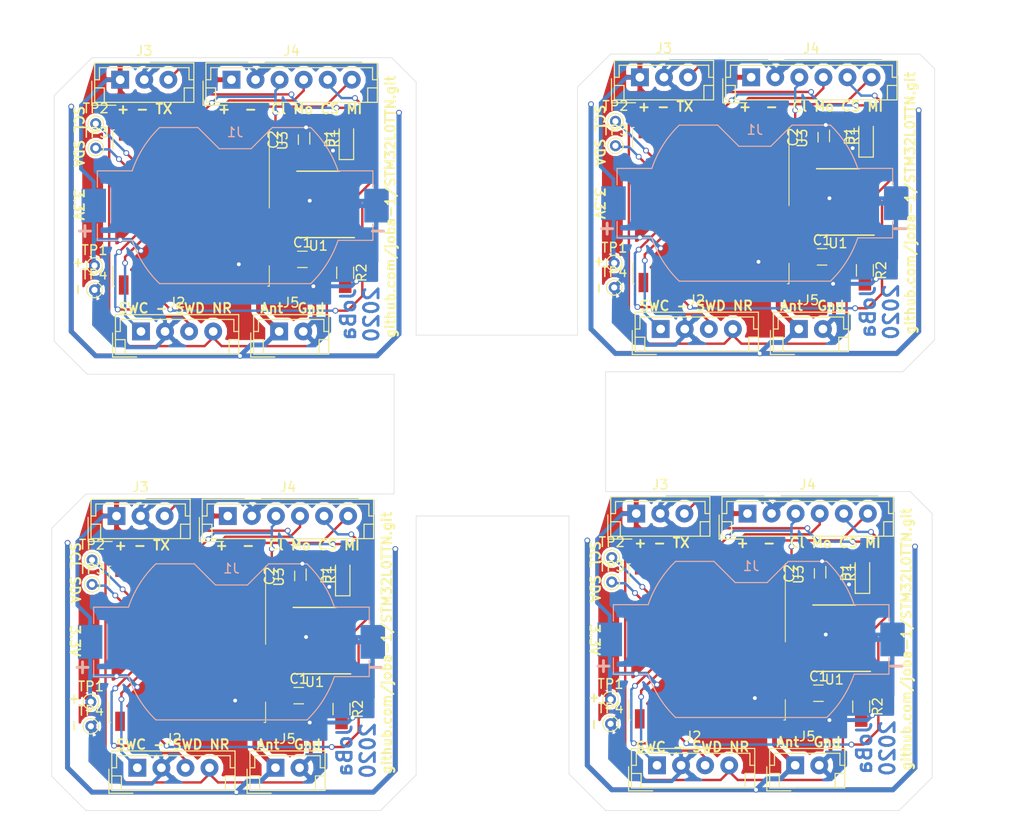
<source format=kicad_pcb>
(kicad_pcb (version 4) (host pcbnew 4.0.7)
  (layers (0 F.Cu signal) (31 B.Cu signal) (34 B.Paste user) (35 F.Paste user) (36 B.SilkS user) (37 F.SilkS user) (38 B.Mask user) (39 F.Mask user) (44 Edge.Cuts user))
  (net 0 "")
  (net 1 +3V3)
  (net 2 Earth)
  (net 3 "Net-(D1-Pad2)")
  (net 4 SWCLK)
  (net 5 SWDIO)
  (net 6 NRESET)
  (net 7 TX)
  (net 8 SCK)
  (net 9 MOSI)
  (net 10 BME_CS)
  (net 11 MISO)
  (net 12 "Net-(J5-Pad1)")
  (net 13 "Net-(R1-Pad2)")
  (net 14 "Net-(R2-Pad1)")
  (net 15 "Net-(U1-Pad2)")
  (net 16 "Net-(U1-Pad3)")
  (net 17 TX_READY)
  (net 18 RFM_CS)
  (net 19 RX_READY)
  (net 20 "Net-(U3-Pad1)")
  (net 21 "Net-(U3-Pad8)")
  (net 22 "Net-(U3-Pad9)")
  (net 23 "Net-(U3-Pad10)")
  (net 24 "Net-(U3-Pad13)")
  (net 25 "Net-(U3-Pad14)")
  (net 26 SDA)
  (net 27 SCL)
  (module Connectors:PINTST (layer F.Cu) (at 134.366 89.281)
    (fp_text reference TP4 (at 0 -1.6) (layer F.SilkS))
    (fp_text value TEST)
    (pad 1 thru_hole circle (at 0 0) (size 1.143 1.143) (drill 0.635) (layers *.Cu *.Mask) (net 2 Earth))
  )
  (module Connectors:PINTST (layer F.Cu) (at 134.493 74.549)
    (fp_text reference TP3 (at 0 -1.6) (layer F.SilkS))
    (fp_text value TEST)
    (pad 1 thru_hole circle (at 0 0) (size 1.143 1.143) (drill 0.635) (layers *.Cu *.Mask) (net 26 SDA))
  )
  (module Connectors:PINTST (layer F.Cu) (at 134.493 72.009)
    (fp_text reference TP2 (at 0 -1.6) (layer F.SilkS))
    (fp_text value TEST)
    (pad 1 thru_hole circle (at 0 0) (size 1.143 1.143) (drill 0.635) (layers *.Cu *.Mask) (net 27 SCL))
  )
  (module Connectors:PINTST (layer F.Cu) (at 134.366 86.741)
    (fp_text reference TP1 (at 0 -1.6) (layer F.SilkS))
    (fp_text value TEST)
    (pad 1 thru_hole circle (at 0 0) (size 1.143 1.143) (drill 0.635) (layers *.Cu *.Mask) (net 1 +3V3))
  )
  (module Housings_SSOP:TSSOP-20_4.4x6.5mm_Pitch0.65mm (layer F.Cu) (at 157.607 80.391 180)
    (fp_text reference U1 (at 0 -4.3 180) (layer F.SilkS))
    (fp_text value STM32L031F4Px)
    (pad 1 smd rect (at -2.95 -2.925 180) (size 1.45 0.45) (layers F.Cu F.Paste F.Mask) (net 14 "Net-(R2-Pad1)"))
    (pad 2 smd rect (at -2.95 -2.275 180) (size 1.45 0.45) (layers F.Cu F.Paste F.Mask) (net 15 "Net-(U1-Pad2)"))
    (pad 3 smd rect (at -2.95 -1.625 180) (size 1.45 0.45) (layers F.Cu F.Paste F.Mask) (net 16 "Net-(U1-Pad3)"))
    (pad 4 smd rect (at -2.95 -0.975 180) (size 1.45 0.45) (layers F.Cu F.Paste F.Mask) (net 6 NRESET))
    (pad 5 smd rect (at -2.95 -0.325 180) (size 1.45 0.45) (layers F.Cu F.Paste F.Mask) (net 1 +3V3))
    (pad 6 smd rect (at -2.95 0.325 180) (size 1.45 0.45) (layers F.Cu F.Paste F.Mask) (net 17 TX_READY))
    (pad 7 smd rect (at -2.95 0.975 180) (size 1.45 0.45) (layers F.Cu F.Paste F.Mask) (net 7 TX))
    (pad 8 smd rect (at -2.95 1.625 180) (size 1.45 0.45) (layers F.Cu F.Paste F.Mask) (net 13 "Net-(R1-Pad2)"))
    (pad 9 smd rect (at -2.95 2.275 180) (size 1.45 0.45) (layers F.Cu F.Paste F.Mask) (net 10 BME_CS))
    (pad 10 smd rect (at -2.95 2.925 180) (size 1.45 0.45) (layers F.Cu F.Paste F.Mask) (net 18 RFM_CS))
    (pad 11 smd rect (at 2.95 2.925 180) (size 1.45 0.45) (layers F.Cu F.Paste F.Mask) (net 8 SCK))
    (pad 12 smd rect (at 2.95 2.275 180) (size 1.45 0.45) (layers F.Cu F.Paste F.Mask) (net 11 MISO))
    (pad 13 smd rect (at 2.95 1.625 180) (size 1.45 0.45) (layers F.Cu F.Paste F.Mask) (net 9 MOSI))
    (pad 14 smd rect (at 2.95 0.975 180) (size 1.45 0.45) (layers F.Cu F.Paste F.Mask) (net 19 RX_READY))
    (pad 15 smd rect (at 2.95 0.325 180) (size 1.45 0.45) (layers F.Cu F.Paste F.Mask) (net 2 Earth))
    (pad 16 smd rect (at 2.95 -0.325 180) (size 1.45 0.45) (layers F.Cu F.Paste F.Mask) (net 1 +3V3))
    (pad 17 smd rect (at 2.95 -0.975 180) (size 1.45 0.45) (layers F.Cu F.Paste F.Mask) (net 27 SCL))
    (pad 18 smd rect (at 2.95 -1.625 180) (size 1.45 0.45) (layers F.Cu F.Paste F.Mask) (net 26 SDA))
    (pad 19 smd rect (at 2.95 -2.275 180) (size 1.45 0.45) (layers F.Cu F.Paste F.Mask) (net 5 SWDIO))
    (pad 20 smd rect (at 2.95 -2.925 180) (size 1.45 0.45) (layers F.Cu F.Paste F.Mask) (net 4 SWCLK))
  )
  (module Resistors_SMD:R_0805_HandSoldering (layer F.Cu) (at 160.401 87.503 270)
    (fp_text reference R2 (at 0 -1.7 270) (layer F.SilkS))
    (fp_text value 10k)
    (pad 1 smd rect (at -1.35 0 270) (size 1.5 1.3) (layers F.Cu F.Paste F.Mask) (net 14 "Net-(R2-Pad1)"))
    (pad 2 smd rect (at 1.35 0 270) (size 1.5 1.3) (layers F.Cu F.Paste F.Mask) (net 2 Earth))
  )
  (module Resistors_SMD:R_0805_HandSoldering (layer F.Cu) (at 157.607 73.533 270)
    (fp_text reference R1 (at 0 -1.7 270) (layer F.SilkS))
    (fp_text value 470)
    (pad 1 smd rect (at -1.35 0 270) (size 1.5 1.3) (layers F.Cu F.Paste F.Mask) (net 3 "Net-(D1-Pad2)"))
    (pad 2 smd rect (at 1.35 0 270) (size 1.5 1.3) (layers F.Cu F.Paste F.Mask) (net 13 "Net-(R1-Pad2)"))
  )
  (module Connectors_JST:JST_EH_B02B-EH-A_02x2.50mm_Straight (layer F.Cu) (at 153.543 93.599)
    (fp_text reference J5 (at 1.25 -3) (layer F.SilkS))
    (fp_text value Conn_01x02_Male)
    (pad 1 thru_hole rect (at 0 0) (size 1.85 1.85) (drill 0.9) (layers *.Cu *.Mask) (net 12 "Net-(J5-Pad1)"))
    (pad 2 thru_hole circle (at 2.5 0) (size 1.85 1.85) (drill 0.9) (layers *.Cu *.Mask) (net 2 Earth))
  )
  (module Connectors_JST:JST_EH_B06B-EH-A_06x2.50mm_Straight (layer F.Cu) (at 148.59 67.437)
    (fp_text reference J4 (at 6.25 -3) (layer F.SilkS))
    (fp_text value Conn_01x06_Male)
    (pad 1 thru_hole rect (at 0 0) (size 1.85 1.85) (drill 0.9) (layers *.Cu *.Mask) (net 1 +3V3))
    (pad 2 thru_hole circle (at 2.5 0) (size 1.85 1.85) (drill 0.9) (layers *.Cu *.Mask) (net 2 Earth))
    (pad 3 thru_hole circle (at 5 0) (size 1.85 1.85) (drill 0.9) (layers *.Cu *.Mask) (net 8 SCK))
    (pad 4 thru_hole circle (at 7.5 0) (size 1.85 1.85) (drill 0.9) (layers *.Cu *.Mask) (net 9 MOSI))
    (pad 5 thru_hole circle (at 10 0) (size 1.85 1.85) (drill 0.9) (layers *.Cu *.Mask) (net 10 BME_CS))
    (pad 6 thru_hole circle (at 12.5 0) (size 1.85 1.85) (drill 0.9) (layers *.Cu *.Mask) (net 11 MISO))
  )
  (module Connectors_JST:JST_EH_B03B-EH-A_03x2.50mm_Straight (layer F.Cu) (at 137.033 67.437)
    (fp_text reference J3 (at 2.5 -3) (layer F.SilkS))
    (fp_text value Conn_01x03_Male)
    (pad 1 thru_hole rect (at 0 0) (size 1.85 1.85) (drill 0.9) (layers *.Cu *.Mask) (net 1 +3V3))
    (pad 2 thru_hole circle (at 2.5 0) (size 1.85 1.85) (drill 0.9) (layers *.Cu *.Mask) (net 2 Earth))
    (pad 3 thru_hole circle (at 5 0) (size 1.85 1.85) (drill 0.9) (layers *.Cu *.Mask) (net 7 TX))
  )
  (module Connectors_JST:JST_EH_B04B-EH-A_04x2.50mm_Straight (layer F.Cu) (at 139.192 93.599)
    (fp_text reference J2 (at 3.75 -3) (layer F.SilkS))
    (fp_text value Conn_01x04_Male)
    (pad 1 thru_hole rect (at 0 0) (size 1.85 1.85) (drill 0.9) (layers *.Cu *.Mask) (net 4 SWCLK))
    (pad 2 thru_hole circle (at 2.5 0) (size 1.85 1.85) (drill 0.9) (layers *.Cu *.Mask) (net 2 Earth))
    (pad 3 thru_hole circle (at 5 0) (size 1.85 1.85) (drill 0.9) (layers *.Cu *.Mask) (net 5 SWDIO))
    (pad 4 thru_hole circle (at 7.5 0) (size 1.85 1.85) (drill 0.9) (layers *.Cu *.Mask) (net 6 NRESET))
  )
  (module LEDs:LED_0805_HandSoldering (layer F.Cu) (at 160.528 73.533 90)
    (fp_text reference D1 (at 0 -1.7 90) (layer F.SilkS))
    (fp_text value LED)
    (pad 1 smd rect (at -1.35 0 90) (size 1.5 1.3) (layers F.Cu F.Paste F.Mask) (net 2 Earth))
    (pad 2 smd rect (at 1.35 0 90) (size 1.5 1.3) (layers F.Cu F.Paste F.Mask) (net 3 "Net-(D1-Pad2)"))
  )
  (module Capacitors_SMD:C_0805_HandSoldering (layer F.Cu) (at 154.686 73.66 90)
    (fp_text reference C2 (at 0 -1.75 90) (layer F.SilkS))
    (fp_text value 100nF)
    (pad 1 smd rect (at -1.25 0 90) (size 1.5 1.25) (layers F.Cu F.Paste F.Mask) (net 1 +3V3))
    (pad 2 smd rect (at 1.25 0 90) (size 1.5 1.25) (layers F.Cu F.Paste F.Mask) (net 2 Earth))
  )
  (module Capacitors_SMD:C_0805_HandSoldering (layer F.Cu) (at 155.956 86.106)
    (fp_text reference C1 (at 0 -1.75) (layer F.SilkS))
    (fp_text value 100nF)
    (pad 1 smd rect (at -1.25 0) (size 1.5 1.25) (layers F.Cu F.Paste F.Mask) (net 1 +3V3))
    (pad 2 smd rect (at 1.25 0) (size 1.5 1.25) (layers F.Cu F.Paste F.Mask) (net 2 Earth))
  )
  (module Battery_Holders:Keystone_1058_1x2032-CoinCell (layer B.Cu) (at 148.971 80.518)
    (fp_text reference J1 (at 0 -7.62) (layer B.SilkS) (effects (justify mirror)))
    (fp_text value Conn_01x02_Male)
    (pad 1 smd rect (at -14.68 0) (size 2.54 3.51) (layers B.Cu B.Paste B.Mask) (net 1 +3V3))
    (pad 2 smd rect (at 14.68 0) (size 2.54 3.51) (layers B.Cu B.Paste B.Mask) (net 2 Earth))
  )
  (module RF_Modules:Hopref_RFM9XW_SMD (layer F.Cu) (at 144.399 80.772 270)
    (fp_text reference U3 (at -7 -9.5 270) (layer F.SilkS))
    (fp_text value RFM9X)
    (pad 1 smd rect (at -8 -7 270) (size 2 1) (layers F.Cu F.Paste F.Mask) (net 20 "Net-(U3-Pad1)"))
    (pad 2 smd rect (at -8 -5 270) (size 2 1) (layers F.Cu F.Paste F.Mask) (net 11 MISO))
    (pad 3 smd rect (at -8 -3 270) (size 2 1) (layers F.Cu F.Paste F.Mask) (net 9 MOSI))
    (pad 4 smd rect (at -8 -1 270) (size 2 1) (layers F.Cu F.Paste F.Mask) (net 8 SCK))
    (pad 5 smd rect (at -8 1 270) (size 2 1) (layers F.Cu F.Paste F.Mask) (net 18 RFM_CS))
    (pad 6 smd rect (at -8 3 270) (size 2 1) (layers F.Cu F.Paste F.Mask) (net 6 NRESET))
    (pad 7 smd rect (at -8 5 270) (size 2 1) (layers F.Cu F.Paste F.Mask) (net 19 RX_READY))
    (pad 8 smd rect (at -8 7 270) (size 2 1) (layers F.Cu F.Paste F.Mask) (net 21 "Net-(U3-Pad8)"))
    (pad 9 smd rect (at 8 7 270) (size 2 1) (layers F.Cu F.Paste F.Mask) (net 22 "Net-(U3-Pad9)"))
    (pad 10 smd rect (at 8 5 270) (size 2 1) (layers F.Cu F.Paste F.Mask) (net 23 "Net-(U3-Pad10)"))
    (pad 11 smd rect (at 8 3 270) (size 2 1) (layers F.Cu F.Paste F.Mask) (net 17 TX_READY))
    (pad 12 smd rect (at 8 1 270) (size 2 1) (layers F.Cu F.Paste F.Mask) (net 1 +3V3))
    (pad 13 smd rect (at 8 -1 270) (size 2 1) (layers F.Cu F.Paste F.Mask) (net 24 "Net-(U3-Pad13)"))
    (pad 14 smd rect (at 8 -3 270) (size 2 1) (layers F.Cu F.Paste F.Mask) (net 25 "Net-(U3-Pad14)"))
    (pad 15 smd rect (at 8 -5 270) (size 2 1) (layers F.Cu F.Paste F.Mask) (net 2 Earth))
    (pad 16 smd rect (at 8 -7 270) (size 2 1) (layers F.Cu F.Paste F.Mask) (net 12 "Net-(J5-Pad1)"))
  )
  (module RF_Modules:Hopref_RFM9XW_SMD (layer F.Cu) (at 198.374 80.518 270)
    (fp_text reference U3 (at -7 -9.5 270) (layer F.SilkS))
    (fp_text value RFM9X)
    (pad 1 smd rect (at -8 -7 270) (size 2 1) (layers F.Cu F.Paste F.Mask) (net 20 "Net-(U3-Pad1)"))
    (pad 2 smd rect (at -8 -5 270) (size 2 1) (layers F.Cu F.Paste F.Mask) (net 11 MISO))
    (pad 3 smd rect (at -8 -3 270) (size 2 1) (layers F.Cu F.Paste F.Mask) (net 9 MOSI))
    (pad 4 smd rect (at -8 -1 270) (size 2 1) (layers F.Cu F.Paste F.Mask) (net 8 SCK))
    (pad 5 smd rect (at -8 1 270) (size 2 1) (layers F.Cu F.Paste F.Mask) (net 18 RFM_CS))
    (pad 6 smd rect (at -8 3 270) (size 2 1) (layers F.Cu F.Paste F.Mask) (net 6 NRESET))
    (pad 7 smd rect (at -8 5 270) (size 2 1) (layers F.Cu F.Paste F.Mask) (net 19 RX_READY))
    (pad 8 smd rect (at -8 7 270) (size 2 1) (layers F.Cu F.Paste F.Mask) (net 21 "Net-(U3-Pad8)"))
    (pad 9 smd rect (at 8 7 270) (size 2 1) (layers F.Cu F.Paste F.Mask) (net 22 "Net-(U3-Pad9)"))
    (pad 10 smd rect (at 8 5 270) (size 2 1) (layers F.Cu F.Paste F.Mask) (net 23 "Net-(U3-Pad10)"))
    (pad 11 smd rect (at 8 3 270) (size 2 1) (layers F.Cu F.Paste F.Mask) (net 17 TX_READY))
    (pad 12 smd rect (at 8 1 270) (size 2 1) (layers F.Cu F.Paste F.Mask) (net 1 +3V3))
    (pad 13 smd rect (at 8 -1 270) (size 2 1) (layers F.Cu F.Paste F.Mask) (net 24 "Net-(U3-Pad13)"))
    (pad 14 smd rect (at 8 -3 270) (size 2 1) (layers F.Cu F.Paste F.Mask) (net 25 "Net-(U3-Pad14)"))
    (pad 15 smd rect (at 8 -5 270) (size 2 1) (layers F.Cu F.Paste F.Mask) (net 2 Earth))
    (pad 16 smd rect (at 8 -7 270) (size 2 1) (layers F.Cu F.Paste F.Mask) (net 12 "Net-(J5-Pad1)"))
  )
  (module Battery_Holders:Keystone_1058_1x2032-CoinCell (layer B.Cu) (at 202.946 80.264)
    (fp_text reference J1 (at 0 -7.62) (layer B.SilkS) (effects (justify mirror)))
    (fp_text value Conn_01x02_Male)
    (pad 1 smd rect (at -14.68 0) (size 2.54 3.51) (layers B.Cu B.Paste B.Mask) (net 1 +3V3))
    (pad 2 smd rect (at 14.68 0) (size 2.54 3.51) (layers B.Cu B.Paste B.Mask) (net 2 Earth))
  )
  (module Capacitors_SMD:C_0805_HandSoldering (layer F.Cu) (at 209.931 85.852)
    (fp_text reference C1 (at 0 -1.75) (layer F.SilkS))
    (fp_text value 100nF)
    (pad 1 smd rect (at -1.25 0) (size 1.5 1.25) (layers F.Cu F.Paste F.Mask) (net 1 +3V3))
    (pad 2 smd rect (at 1.25 0) (size 1.5 1.25) (layers F.Cu F.Paste F.Mask) (net 2 Earth))
  )
  (module Capacitors_SMD:C_0805_HandSoldering (layer F.Cu) (at 208.661 73.406 90)
    (fp_text reference C2 (at 0 -1.75 90) (layer F.SilkS))
    (fp_text value 100nF)
    (pad 1 smd rect (at -1.25 0 90) (size 1.5 1.25) (layers F.Cu F.Paste F.Mask) (net 1 +3V3))
    (pad 2 smd rect (at 1.25 0 90) (size 1.5 1.25) (layers F.Cu F.Paste F.Mask) (net 2 Earth))
  )
  (module LEDs:LED_0805_HandSoldering (layer F.Cu) (at 214.503 73.279 90)
    (fp_text reference D1 (at 0 -1.7 90) (layer F.SilkS))
    (fp_text value LED)
    (pad 1 smd rect (at -1.35 0 90) (size 1.5 1.3) (layers F.Cu F.Paste F.Mask) (net 2 Earth))
    (pad 2 smd rect (at 1.35 0 90) (size 1.5 1.3) (layers F.Cu F.Paste F.Mask) (net 3 "Net-(D1-Pad2)"))
  )
  (module Connectors_JST:JST_EH_B04B-EH-A_04x2.50mm_Straight (layer F.Cu) (at 193.167 93.345)
    (fp_text reference J2 (at 3.75 -3) (layer F.SilkS))
    (fp_text value Conn_01x04_Male)
    (pad 1 thru_hole rect (at 0 0) (size 1.85 1.85) (drill 0.9) (layers *.Cu *.Mask) (net 4 SWCLK))
    (pad 2 thru_hole circle (at 2.5 0) (size 1.85 1.85) (drill 0.9) (layers *.Cu *.Mask) (net 2 Earth))
    (pad 3 thru_hole circle (at 5 0) (size 1.85 1.85) (drill 0.9) (layers *.Cu *.Mask) (net 5 SWDIO))
    (pad 4 thru_hole circle (at 7.5 0) (size 1.85 1.85) (drill 0.9) (layers *.Cu *.Mask) (net 6 NRESET))
  )
  (module Connectors_JST:JST_EH_B03B-EH-A_03x2.50mm_Straight (layer F.Cu) (at 191.008 67.183)
    (fp_text reference J3 (at 2.5 -3) (layer F.SilkS))
    (fp_text value Conn_01x03_Male)
    (pad 1 thru_hole rect (at 0 0) (size 1.85 1.85) (drill 0.9) (layers *.Cu *.Mask) (net 1 +3V3))
    (pad 2 thru_hole circle (at 2.5 0) (size 1.85 1.85) (drill 0.9) (layers *.Cu *.Mask) (net 2 Earth))
    (pad 3 thru_hole circle (at 5 0) (size 1.85 1.85) (drill 0.9) (layers *.Cu *.Mask) (net 7 TX))
  )
  (module Connectors_JST:JST_EH_B06B-EH-A_06x2.50mm_Straight (layer F.Cu) (at 202.565 67.183)
    (fp_text reference J4 (at 6.25 -3) (layer F.SilkS))
    (fp_text value Conn_01x06_Male)
    (pad 1 thru_hole rect (at 0 0) (size 1.85 1.85) (drill 0.9) (layers *.Cu *.Mask) (net 1 +3V3))
    (pad 2 thru_hole circle (at 2.5 0) (size 1.85 1.85) (drill 0.9) (layers *.Cu *.Mask) (net 2 Earth))
    (pad 3 thru_hole circle (at 5 0) (size 1.85 1.85) (drill 0.9) (layers *.Cu *.Mask) (net 8 SCK))
    (pad 4 thru_hole circle (at 7.5 0) (size 1.85 1.85) (drill 0.9) (layers *.Cu *.Mask) (net 9 MOSI))
    (pad 5 thru_hole circle (at 10 0) (size 1.85 1.85) (drill 0.9) (layers *.Cu *.Mask) (net 10 BME_CS))
    (pad 6 thru_hole circle (at 12.5 0) (size 1.85 1.85) (drill 0.9) (layers *.Cu *.Mask) (net 11 MISO))
  )
  (module Connectors_JST:JST_EH_B02B-EH-A_02x2.50mm_Straight (layer F.Cu) (at 207.518 93.345)
    (fp_text reference J5 (at 1.25 -3) (layer F.SilkS))
    (fp_text value Conn_01x02_Male)
    (pad 1 thru_hole rect (at 0 0) (size 1.85 1.85) (drill 0.9) (layers *.Cu *.Mask) (net 12 "Net-(J5-Pad1)"))
    (pad 2 thru_hole circle (at 2.5 0) (size 1.85 1.85) (drill 0.9) (layers *.Cu *.Mask) (net 2 Earth))
  )
  (module Resistors_SMD:R_0805_HandSoldering (layer F.Cu) (at 211.582 73.279 270)
    (fp_text reference R1 (at 0 -1.7 270) (layer F.SilkS))
    (fp_text value 470)
    (pad 1 smd rect (at -1.35 0 270) (size 1.5 1.3) (layers F.Cu F.Paste F.Mask) (net 3 "Net-(D1-Pad2)"))
    (pad 2 smd rect (at 1.35 0 270) (size 1.5 1.3) (layers F.Cu F.Paste F.Mask) (net 13 "Net-(R1-Pad2)"))
  )
  (module Resistors_SMD:R_0805_HandSoldering (layer F.Cu) (at 214.376 87.249 270)
    (fp_text reference R2 (at 0 -1.7 270) (layer F.SilkS))
    (fp_text value 10k)
    (pad 1 smd rect (at -1.35 0 270) (size 1.5 1.3) (layers F.Cu F.Paste F.Mask) (net 14 "Net-(R2-Pad1)"))
    (pad 2 smd rect (at 1.35 0 270) (size 1.5 1.3) (layers F.Cu F.Paste F.Mask) (net 2 Earth))
  )
  (module Housings_SSOP:TSSOP-20_4.4x6.5mm_Pitch0.65mm (layer F.Cu) (at 211.582 80.137 180)
    (fp_text reference U1 (at 0 -4.3 180) (layer F.SilkS))
    (fp_text value STM32L031F4Px)
    (pad 1 smd rect (at -2.95 -2.925 180) (size 1.45 0.45) (layers F.Cu F.Paste F.Mask) (net 14 "Net-(R2-Pad1)"))
    (pad 2 smd rect (at -2.95 -2.275 180) (size 1.45 0.45) (layers F.Cu F.Paste F.Mask) (net 15 "Net-(U1-Pad2)"))
    (pad 3 smd rect (at -2.95 -1.625 180) (size 1.45 0.45) (layers F.Cu F.Paste F.Mask) (net 16 "Net-(U1-Pad3)"))
    (pad 4 smd rect (at -2.95 -0.975 180) (size 1.45 0.45) (layers F.Cu F.Paste F.Mask) (net 6 NRESET))
    (pad 5 smd rect (at -2.95 -0.325 180) (size 1.45 0.45) (layers F.Cu F.Paste F.Mask) (net 1 +3V3))
    (pad 6 smd rect (at -2.95 0.325 180) (size 1.45 0.45) (layers F.Cu F.Paste F.Mask) (net 17 TX_READY))
    (pad 7 smd rect (at -2.95 0.975 180) (size 1.45 0.45) (layers F.Cu F.Paste F.Mask) (net 7 TX))
    (pad 8 smd rect (at -2.95 1.625 180) (size 1.45 0.45) (layers F.Cu F.Paste F.Mask) (net 13 "Net-(R1-Pad2)"))
    (pad 9 smd rect (at -2.95 2.275 180) (size 1.45 0.45) (layers F.Cu F.Paste F.Mask) (net 10 BME_CS))
    (pad 10 smd rect (at -2.95 2.925 180) (size 1.45 0.45) (layers F.Cu F.Paste F.Mask) (net 18 RFM_CS))
    (pad 11 smd rect (at 2.95 2.925 180) (size 1.45 0.45) (layers F.Cu F.Paste F.Mask) (net 8 SCK))
    (pad 12 smd rect (at 2.95 2.275 180) (size 1.45 0.45) (layers F.Cu F.Paste F.Mask) (net 11 MISO))
    (pad 13 smd rect (at 2.95 1.625 180) (size 1.45 0.45) (layers F.Cu F.Paste F.Mask) (net 9 MOSI))
    (pad 14 smd rect (at 2.95 0.975 180) (size 1.45 0.45) (layers F.Cu F.Paste F.Mask) (net 19 RX_READY))
    (pad 15 smd rect (at 2.95 0.325 180) (size 1.45 0.45) (layers F.Cu F.Paste F.Mask) (net 2 Earth))
    (pad 16 smd rect (at 2.95 -0.325 180) (size 1.45 0.45) (layers F.Cu F.Paste F.Mask) (net 1 +3V3))
    (pad 17 smd rect (at 2.95 -0.975 180) (size 1.45 0.45) (layers F.Cu F.Paste F.Mask) (net 27 SCL))
    (pad 18 smd rect (at 2.95 -1.625 180) (size 1.45 0.45) (layers F.Cu F.Paste F.Mask) (net 26 SDA))
    (pad 19 smd rect (at 2.95 -2.275 180) (size 1.45 0.45) (layers F.Cu F.Paste F.Mask) (net 5 SWDIO))
    (pad 20 smd rect (at 2.95 -2.925 180) (size 1.45 0.45) (layers F.Cu F.Paste F.Mask) (net 4 SWCLK))
  )
  (module Connectors:PINTST (layer F.Cu) (at 188.341 86.487)
    (fp_text reference TP1 (at 0 -1.6) (layer F.SilkS))
    (fp_text value TEST)
    (pad 1 thru_hole circle (at 0 0) (size 1.143 1.143) (drill 0.635) (layers *.Cu *.Mask) (net 1 +3V3))
  )
  (module Connectors:PINTST (layer F.Cu) (at 188.468 71.755)
    (fp_text reference TP2 (at 0 -1.6) (layer F.SilkS))
    (fp_text value TEST)
    (pad 1 thru_hole circle (at 0 0) (size 1.143 1.143) (drill 0.635) (layers *.Cu *.Mask) (net 27 SCL))
  )
  (module Connectors:PINTST (layer F.Cu) (at 188.468 74.295)
    (fp_text reference TP3 (at 0 -1.6) (layer F.SilkS))
    (fp_text value TEST)
    (pad 1 thru_hole circle (at 0 0) (size 1.143 1.143) (drill 0.635) (layers *.Cu *.Mask) (net 26 SDA))
  )
  (module Connectors:PINTST (layer F.Cu) (at 188.341 89.027)
    (fp_text reference TP4 (at 0 -1.6) (layer F.SilkS))
    (fp_text value TEST)
    (pad 1 thru_hole circle (at 0 0) (size 1.143 1.143) (drill 0.635) (layers *.Cu *.Mask) (net 2 Earth))
  )
  (module Connectors:PINTST (layer F.Cu) (at 187.96 134.366)
    (fp_text reference TP4 (at 0 -1.6) (layer F.SilkS))
    (fp_text value TEST)
    (pad 1 thru_hole circle (at 0 0) (size 1.143 1.143) (drill 0.635) (layers *.Cu *.Mask) (net 2 Earth))
  )
  (module Connectors:PINTST (layer F.Cu) (at 188.087 119.634)
    (fp_text reference TP3 (at 0 -1.6) (layer F.SilkS))
    (fp_text value TEST)
    (pad 1 thru_hole circle (at 0 0) (size 1.143 1.143) (drill 0.635) (layers *.Cu *.Mask) (net 26 SDA))
  )
  (module Connectors:PINTST (layer F.Cu) (at 188.087 117.094)
    (fp_text reference TP2 (at 0 -1.6) (layer F.SilkS))
    (fp_text value TEST)
    (pad 1 thru_hole circle (at 0 0) (size 1.143 1.143) (drill 0.635) (layers *.Cu *.Mask) (net 27 SCL))
  )
  (module Connectors:PINTST (layer F.Cu) (at 187.96 131.826)
    (fp_text reference TP1 (at 0 -1.6) (layer F.SilkS))
    (fp_text value TEST)
    (pad 1 thru_hole circle (at 0 0) (size 1.143 1.143) (drill 0.635) (layers *.Cu *.Mask) (net 1 +3V3))
  )
  (module Housings_SSOP:TSSOP-20_4.4x6.5mm_Pitch0.65mm (layer F.Cu) (at 211.201 125.476 180)
    (fp_text reference U1 (at 0 -4.3 180) (layer F.SilkS))
    (fp_text value STM32L031F4Px)
    (pad 1 smd rect (at -2.95 -2.925 180) (size 1.45 0.45) (layers F.Cu F.Paste F.Mask) (net 14 "Net-(R2-Pad1)"))
    (pad 2 smd rect (at -2.95 -2.275 180) (size 1.45 0.45) (layers F.Cu F.Paste F.Mask) (net 15 "Net-(U1-Pad2)"))
    (pad 3 smd rect (at -2.95 -1.625 180) (size 1.45 0.45) (layers F.Cu F.Paste F.Mask) (net 16 "Net-(U1-Pad3)"))
    (pad 4 smd rect (at -2.95 -0.975 180) (size 1.45 0.45) (layers F.Cu F.Paste F.Mask) (net 6 NRESET))
    (pad 5 smd rect (at -2.95 -0.325 180) (size 1.45 0.45) (layers F.Cu F.Paste F.Mask) (net 1 +3V3))
    (pad 6 smd rect (at -2.95 0.325 180) (size 1.45 0.45) (layers F.Cu F.Paste F.Mask) (net 17 TX_READY))
    (pad 7 smd rect (at -2.95 0.975 180) (size 1.45 0.45) (layers F.Cu F.Paste F.Mask) (net 7 TX))
    (pad 8 smd rect (at -2.95 1.625 180) (size 1.45 0.45) (layers F.Cu F.Paste F.Mask) (net 13 "Net-(R1-Pad2)"))
    (pad 9 smd rect (at -2.95 2.275 180) (size 1.45 0.45) (layers F.Cu F.Paste F.Mask) (net 10 BME_CS))
    (pad 10 smd rect (at -2.95 2.925 180) (size 1.45 0.45) (layers F.Cu F.Paste F.Mask) (net 18 RFM_CS))
    (pad 11 smd rect (at 2.95 2.925 180) (size 1.45 0.45) (layers F.Cu F.Paste F.Mask) (net 8 SCK))
    (pad 12 smd rect (at 2.95 2.275 180) (size 1.45 0.45) (layers F.Cu F.Paste F.Mask) (net 11 MISO))
    (pad 13 smd rect (at 2.95 1.625 180) (size 1.45 0.45) (layers F.Cu F.Paste F.Mask) (net 9 MOSI))
    (pad 14 smd rect (at 2.95 0.975 180) (size 1.45 0.45) (layers F.Cu F.Paste F.Mask) (net 19 RX_READY))
    (pad 15 smd rect (at 2.95 0.325 180) (size 1.45 0.45) (layers F.Cu F.Paste F.Mask) (net 2 Earth))
    (pad 16 smd rect (at 2.95 -0.325 180) (size 1.45 0.45) (layers F.Cu F.Paste F.Mask) (net 1 +3V3))
    (pad 17 smd rect (at 2.95 -0.975 180) (size 1.45 0.45) (layers F.Cu F.Paste F.Mask) (net 27 SCL))
    (pad 18 smd rect (at 2.95 -1.625 180) (size 1.45 0.45) (layers F.Cu F.Paste F.Mask) (net 26 SDA))
    (pad 19 smd rect (at 2.95 -2.275 180) (size 1.45 0.45) (layers F.Cu F.Paste F.Mask) (net 5 SWDIO))
    (pad 20 smd rect (at 2.95 -2.925 180) (size 1.45 0.45) (layers F.Cu F.Paste F.Mask) (net 4 SWCLK))
  )
  (module Resistors_SMD:R_0805_HandSoldering (layer F.Cu) (at 213.995 132.588 270)
    (fp_text reference R2 (at 0 -1.7 270) (layer F.SilkS))
    (fp_text value 10k)
    (pad 1 smd rect (at -1.35 0 270) (size 1.5 1.3) (layers F.Cu F.Paste F.Mask) (net 14 "Net-(R2-Pad1)"))
    (pad 2 smd rect (at 1.35 0 270) (size 1.5 1.3) (layers F.Cu F.Paste F.Mask) (net 2 Earth))
  )
  (module Resistors_SMD:R_0805_HandSoldering (layer F.Cu) (at 211.201 118.618 270)
    (fp_text reference R1 (at 0 -1.7 270) (layer F.SilkS))
    (fp_text value 470)
    (pad 1 smd rect (at -1.35 0 270) (size 1.5 1.3) (layers F.Cu F.Paste F.Mask) (net 3 "Net-(D1-Pad2)"))
    (pad 2 smd rect (at 1.35 0 270) (size 1.5 1.3) (layers F.Cu F.Paste F.Mask) (net 13 "Net-(R1-Pad2)"))
  )
  (module Connectors_JST:JST_EH_B02B-EH-A_02x2.50mm_Straight (layer F.Cu) (at 207.137 138.684)
    (fp_text reference J5 (at 1.25 -3) (layer F.SilkS))
    (fp_text value Conn_01x02_Male)
    (pad 1 thru_hole rect (at 0 0) (size 1.85 1.85) (drill 0.9) (layers *.Cu *.Mask) (net 12 "Net-(J5-Pad1)"))
    (pad 2 thru_hole circle (at 2.5 0) (size 1.85 1.85) (drill 0.9) (layers *.Cu *.Mask) (net 2 Earth))
  )
  (module Connectors_JST:JST_EH_B06B-EH-A_06x2.50mm_Straight (layer F.Cu) (at 202.184 112.522)
    (fp_text reference J4 (at 6.25 -3) (layer F.SilkS))
    (fp_text value Conn_01x06_Male)
    (pad 1 thru_hole rect (at 0 0) (size 1.85 1.85) (drill 0.9) (layers *.Cu *.Mask) (net 1 +3V3))
    (pad 2 thru_hole circle (at 2.5 0) (size 1.85 1.85) (drill 0.9) (layers *.Cu *.Mask) (net 2 Earth))
    (pad 3 thru_hole circle (at 5 0) (size 1.85 1.85) (drill 0.9) (layers *.Cu *.Mask) (net 8 SCK))
    (pad 4 thru_hole circle (at 7.5 0) (size 1.85 1.85) (drill 0.9) (layers *.Cu *.Mask) (net 9 MOSI))
    (pad 5 thru_hole circle (at 10 0) (size 1.85 1.85) (drill 0.9) (layers *.Cu *.Mask) (net 10 BME_CS))
    (pad 6 thru_hole circle (at 12.5 0) (size 1.85 1.85) (drill 0.9) (layers *.Cu *.Mask) (net 11 MISO))
  )
  (module Connectors_JST:JST_EH_B03B-EH-A_03x2.50mm_Straight (layer F.Cu) (at 190.627 112.522)
    (fp_text reference J3 (at 2.5 -3) (layer F.SilkS))
    (fp_text value Conn_01x03_Male)
    (pad 1 thru_hole rect (at 0 0) (size 1.85 1.85) (drill 0.9) (layers *.Cu *.Mask) (net 1 +3V3))
    (pad 2 thru_hole circle (at 2.5 0) (size 1.85 1.85) (drill 0.9) (layers *.Cu *.Mask) (net 2 Earth))
    (pad 3 thru_hole circle (at 5 0) (size 1.85 1.85) (drill 0.9) (layers *.Cu *.Mask) (net 7 TX))
  )
  (module Connectors_JST:JST_EH_B04B-EH-A_04x2.50mm_Straight (layer F.Cu) (at 192.786 138.684)
    (fp_text reference J2 (at 3.75 -3) (layer F.SilkS))
    (fp_text value Conn_01x04_Male)
    (pad 1 thru_hole rect (at 0 0) (size 1.85 1.85) (drill 0.9) (layers *.Cu *.Mask) (net 4 SWCLK))
    (pad 2 thru_hole circle (at 2.5 0) (size 1.85 1.85) (drill 0.9) (layers *.Cu *.Mask) (net 2 Earth))
    (pad 3 thru_hole circle (at 5 0) (size 1.85 1.85) (drill 0.9) (layers *.Cu *.Mask) (net 5 SWDIO))
    (pad 4 thru_hole circle (at 7.5 0) (size 1.85 1.85) (drill 0.9) (layers *.Cu *.Mask) (net 6 NRESET))
  )
  (module LEDs:LED_0805_HandSoldering (layer F.Cu) (at 214.122 118.618 90)
    (fp_text reference D1 (at 0 -1.7 90) (layer F.SilkS))
    (fp_text value LED)
    (pad 1 smd rect (at -1.35 0 90) (size 1.5 1.3) (layers F.Cu F.Paste F.Mask) (net 2 Earth))
    (pad 2 smd rect (at 1.35 0 90) (size 1.5 1.3) (layers F.Cu F.Paste F.Mask) (net 3 "Net-(D1-Pad2)"))
  )
  (module Capacitors_SMD:C_0805_HandSoldering (layer F.Cu) (at 208.28 118.745 90)
    (fp_text reference C2 (at 0 -1.75 90) (layer F.SilkS))
    (fp_text value 100nF)
    (pad 1 smd rect (at -1.25 0 90) (size 1.5 1.25) (layers F.Cu F.Paste F.Mask) (net 1 +3V3))
    (pad 2 smd rect (at 1.25 0 90) (size 1.5 1.25) (layers F.Cu F.Paste F.Mask) (net 2 Earth))
  )
  (module Capacitors_SMD:C_0805_HandSoldering (layer F.Cu) (at 209.55 131.191)
    (fp_text reference C1 (at 0 -1.75) (layer F.SilkS))
    (fp_text value 100nF)
    (pad 1 smd rect (at -1.25 0) (size 1.5 1.25) (layers F.Cu F.Paste F.Mask) (net 1 +3V3))
    (pad 2 smd rect (at 1.25 0) (size 1.5 1.25) (layers F.Cu F.Paste F.Mask) (net 2 Earth))
  )
  (module Battery_Holders:Keystone_1058_1x2032-CoinCell (layer B.Cu) (at 202.565 125.603)
    (fp_text reference J1 (at 0 -7.62) (layer B.SilkS) (effects (justify mirror)))
    (fp_text value Conn_01x02_Male)
    (pad 1 smd rect (at -14.68 0) (size 2.54 3.51) (layers B.Cu B.Paste B.Mask) (net 1 +3V3))
    (pad 2 smd rect (at 14.68 0) (size 2.54 3.51) (layers B.Cu B.Paste B.Mask) (net 2 Earth))
  )
  (module RF_Modules:Hopref_RFM9XW_SMD (layer F.Cu) (at 197.993 125.857 270)
    (fp_text reference U3 (at -7 -9.5 270) (layer F.SilkS))
    (fp_text value RFM9X)
    (pad 1 smd rect (at -8 -7 270) (size 2 1) (layers F.Cu F.Paste F.Mask) (net 20 "Net-(U3-Pad1)"))
    (pad 2 smd rect (at -8 -5 270) (size 2 1) (layers F.Cu F.Paste F.Mask) (net 11 MISO))
    (pad 3 smd rect (at -8 -3 270) (size 2 1) (layers F.Cu F.Paste F.Mask) (net 9 MOSI))
    (pad 4 smd rect (at -8 -1 270) (size 2 1) (layers F.Cu F.Paste F.Mask) (net 8 SCK))
    (pad 5 smd rect (at -8 1 270) (size 2 1) (layers F.Cu F.Paste F.Mask) (net 18 RFM_CS))
    (pad 6 smd rect (at -8 3 270) (size 2 1) (layers F.Cu F.Paste F.Mask) (net 6 NRESET))
    (pad 7 smd rect (at -8 5 270) (size 2 1) (layers F.Cu F.Paste F.Mask) (net 19 RX_READY))
    (pad 8 smd rect (at -8 7 270) (size 2 1) (layers F.Cu F.Paste F.Mask) (net 21 "Net-(U3-Pad8)"))
    (pad 9 smd rect (at 8 7 270) (size 2 1) (layers F.Cu F.Paste F.Mask) (net 22 "Net-(U3-Pad9)"))
    (pad 10 smd rect (at 8 5 270) (size 2 1) (layers F.Cu F.Paste F.Mask) (net 23 "Net-(U3-Pad10)"))
    (pad 11 smd rect (at 8 3 270) (size 2 1) (layers F.Cu F.Paste F.Mask) (net 17 TX_READY))
    (pad 12 smd rect (at 8 1 270) (size 2 1) (layers F.Cu F.Paste F.Mask) (net 1 +3V3))
    (pad 13 smd rect (at 8 -1 270) (size 2 1) (layers F.Cu F.Paste F.Mask) (net 24 "Net-(U3-Pad13)"))
    (pad 14 smd rect (at 8 -3 270) (size 2 1) (layers F.Cu F.Paste F.Mask) (net 25 "Net-(U3-Pad14)"))
    (pad 15 smd rect (at 8 -5 270) (size 2 1) (layers F.Cu F.Paste F.Mask) (net 2 Earth))
    (pad 16 smd rect (at 8 -7 270) (size 2 1) (layers F.Cu F.Paste F.Mask) (net 12 "Net-(J5-Pad1)"))
  )
  (module RF_Modules:Hopref_RFM9XW_SMD (layer F.Cu) (at 144.018 126.111 270)
    (fp_text reference U3 (at -7 -9.5 270) (layer F.SilkS))
    (fp_text value RFM9X)
    (pad 1 smd rect (at -8 -7 270) (size 2 1) (layers F.Cu F.Paste F.Mask) (net 20 "Net-(U3-Pad1)"))
    (pad 2 smd rect (at -8 -5 270) (size 2 1) (layers F.Cu F.Paste F.Mask) (net 11 MISO))
    (pad 3 smd rect (at -8 -3 270) (size 2 1) (layers F.Cu F.Paste F.Mask) (net 9 MOSI))
    (pad 4 smd rect (at -8 -1 270) (size 2 1) (layers F.Cu F.Paste F.Mask) (net 8 SCK))
    (pad 5 smd rect (at -8 1 270) (size 2 1) (layers F.Cu F.Paste F.Mask) (net 18 RFM_CS))
    (pad 6 smd rect (at -8 3 270) (size 2 1) (layers F.Cu F.Paste F.Mask) (net 6 NRESET))
    (pad 7 smd rect (at -8 5 270) (size 2 1) (layers F.Cu F.Paste F.Mask) (net 19 RX_READY))
    (pad 8 smd rect (at -8 7 270) (size 2 1) (layers F.Cu F.Paste F.Mask) (net 21 "Net-(U3-Pad8)"))
    (pad 9 smd rect (at 8 7 270) (size 2 1) (layers F.Cu F.Paste F.Mask) (net 22 "Net-(U3-Pad9)"))
    (pad 10 smd rect (at 8 5 270) (size 2 1) (layers F.Cu F.Paste F.Mask) (net 23 "Net-(U3-Pad10)"))
    (pad 11 smd rect (at 8 3 270) (size 2 1) (layers F.Cu F.Paste F.Mask) (net 17 TX_READY))
    (pad 12 smd rect (at 8 1 270) (size 2 1) (layers F.Cu F.Paste F.Mask) (net 1 +3V3))
    (pad 13 smd rect (at 8 -1 270) (size 2 1) (layers F.Cu F.Paste F.Mask) (net 24 "Net-(U3-Pad13)"))
    (pad 14 smd rect (at 8 -3 270) (size 2 1) (layers F.Cu F.Paste F.Mask) (net 25 "Net-(U3-Pad14)"))
    (pad 15 smd rect (at 8 -5 270) (size 2 1) (layers F.Cu F.Paste F.Mask) (net 2 Earth))
    (pad 16 smd rect (at 8 -7 270) (size 2 1) (layers F.Cu F.Paste F.Mask) (net 12 "Net-(J5-Pad1)"))
  )
  (module Battery_Holders:Keystone_1058_1x2032-CoinCell (layer B.Cu) (at 148.59 125.857)
    (fp_text reference J1 (at 0 -7.62) (layer B.SilkS) (effects (justify mirror)))
    (fp_text value Conn_01x02_Male)
    (pad 1 smd rect (at -14.68 0) (size 2.54 3.51) (layers B.Cu B.Paste B.Mask) (net 1 +3V3))
    (pad 2 smd rect (at 14.68 0) (size 2.54 3.51) (layers B.Cu B.Paste B.Mask) (net 2 Earth))
  )
  (module Capacitors_SMD:C_0805_HandSoldering (layer F.Cu) (at 155.575 131.445)
    (fp_text reference C1 (at 0 -1.75) (layer F.SilkS))
    (fp_text value 100nF)
    (pad 1 smd rect (at -1.25 0) (size 1.5 1.25) (layers F.Cu F.Paste F.Mask) (net 1 +3V3))
    (pad 2 smd rect (at 1.25 0) (size 1.5 1.25) (layers F.Cu F.Paste F.Mask) (net 2 Earth))
  )
  (module Capacitors_SMD:C_0805_HandSoldering (layer F.Cu) (at 154.305 118.999 90)
    (fp_text reference C2 (at 0 -1.75 90) (layer F.SilkS))
    (fp_text value 100nF)
    (pad 1 smd rect (at -1.25 0 90) (size 1.5 1.25) (layers F.Cu F.Paste F.Mask) (net 1 +3V3))
    (pad 2 smd rect (at 1.25 0 90) (size 1.5 1.25) (layers F.Cu F.Paste F.Mask) (net 2 Earth))
  )
  (module LEDs:LED_0805_HandSoldering (layer F.Cu) (at 160.147 118.872 90)
    (fp_text reference D1 (at 0 -1.7 90) (layer F.SilkS))
    (fp_text value LED)
    (pad 1 smd rect (at -1.35 0 90) (size 1.5 1.3) (layers F.Cu F.Paste F.Mask) (net 2 Earth))
    (pad 2 smd rect (at 1.35 0 90) (size 1.5 1.3) (layers F.Cu F.Paste F.Mask) (net 3 "Net-(D1-Pad2)"))
  )
  (module Connectors_JST:JST_EH_B04B-EH-A_04x2.50mm_Straight (layer F.Cu) (at 138.811 138.938)
    (fp_text reference J2 (at 3.75 -3) (layer F.SilkS))
    (fp_text value Conn_01x04_Male)
    (pad 1 thru_hole rect (at 0 0) (size 1.85 1.85) (drill 0.9) (layers *.Cu *.Mask) (net 4 SWCLK))
    (pad 2 thru_hole circle (at 2.5 0) (size 1.85 1.85) (drill 0.9) (layers *.Cu *.Mask) (net 2 Earth))
    (pad 3 thru_hole circle (at 5 0) (size 1.85 1.85) (drill 0.9) (layers *.Cu *.Mask) (net 5 SWDIO))
    (pad 4 thru_hole circle (at 7.5 0) (size 1.85 1.85) (drill 0.9) (layers *.Cu *.Mask) (net 6 NRESET))
  )
  (module Connectors_JST:JST_EH_B03B-EH-A_03x2.50mm_Straight (layer F.Cu) (at 136.652 112.776)
    (fp_text reference J3 (at 2.5 -3) (layer F.SilkS))
    (fp_text value Conn_01x03_Male)
    (pad 1 thru_hole rect (at 0 0) (size 1.85 1.85) (drill 0.9) (layers *.Cu *.Mask) (net 1 +3V3))
    (pad 2 thru_hole circle (at 2.5 0) (size 1.85 1.85) (drill 0.9) (layers *.Cu *.Mask) (net 2 Earth))
    (pad 3 thru_hole circle (at 5 0) (size 1.85 1.85) (drill 0.9) (layers *.Cu *.Mask) (net 7 TX))
  )
  (module Connectors_JST:JST_EH_B06B-EH-A_06x2.50mm_Straight (layer F.Cu) (at 148.209 112.776)
    (fp_text reference J4 (at 6.25 -3) (layer F.SilkS))
    (fp_text value Conn_01x06_Male)
    (pad 1 thru_hole rect (at 0 0) (size 1.85 1.85) (drill 0.9) (layers *.Cu *.Mask) (net 1 +3V3))
    (pad 2 thru_hole circle (at 2.5 0) (size 1.85 1.85) (drill 0.9) (layers *.Cu *.Mask) (net 2 Earth))
    (pad 3 thru_hole circle (at 5 0) (size 1.85 1.85) (drill 0.9) (layers *.Cu *.Mask) (net 8 SCK))
    (pad 4 thru_hole circle (at 7.5 0) (size 1.85 1.85) (drill 0.9) (layers *.Cu *.Mask) (net 9 MOSI))
    (pad 5 thru_hole circle (at 10 0) (size 1.85 1.85) (drill 0.9) (layers *.Cu *.Mask) (net 10 BME_CS))
    (pad 6 thru_hole circle (at 12.5 0) (size 1.85 1.85) (drill 0.9) (layers *.Cu *.Mask) (net 11 MISO))
  )
  (module Connectors_JST:JST_EH_B02B-EH-A_02x2.50mm_Straight (layer F.Cu) (at 153.162 138.938)
    (fp_text reference J5 (at 1.25 -3) (layer F.SilkS))
    (fp_text value Conn_01x02_Male)
    (pad 1 thru_hole rect (at 0 0) (size 1.85 1.85) (drill 0.9) (layers *.Cu *.Mask) (net 12 "Net-(J5-Pad1)"))
    (pad 2 thru_hole circle (at 2.5 0) (size 1.85 1.85) (drill 0.9) (layers *.Cu *.Mask) (net 2 Earth))
  )
  (module Resistors_SMD:R_0805_HandSoldering (layer F.Cu) (at 157.226 118.872 270)
    (fp_text reference R1 (at 0 -1.7 270) (layer F.SilkS))
    (fp_text value 470)
    (pad 1 smd rect (at -1.35 0 270) (size 1.5 1.3) (layers F.Cu F.Paste F.Mask) (net 3 "Net-(D1-Pad2)"))
    (pad 2 smd rect (at 1.35 0 270) (size 1.5 1.3) (layers F.Cu F.Paste F.Mask) (net 13 "Net-(R1-Pad2)"))
  )
  (module Resistors_SMD:R_0805_HandSoldering (layer F.Cu) (at 160.02 132.842 270)
    (fp_text reference R2 (at 0 -1.7 270) (layer F.SilkS))
    (fp_text value 10k)
    (pad 1 smd rect (at -1.35 0 270) (size 1.5 1.3) (layers F.Cu F.Paste F.Mask) (net 14 "Net-(R2-Pad1)"))
    (pad 2 smd rect (at 1.35 0 270) (size 1.5 1.3) (layers F.Cu F.Paste F.Mask) (net 2 Earth))
  )
  (module Housings_SSOP:TSSOP-20_4.4x6.5mm_Pitch0.65mm (layer F.Cu) (at 157.226 125.73 180)
    (fp_text reference U1 (at 0 -4.3 180) (layer F.SilkS))
    (fp_text value STM32L031F4Px)
    (pad 1 smd rect (at -2.95 -2.925 180) (size 1.45 0.45) (layers F.Cu F.Paste F.Mask) (net 14 "Net-(R2-Pad1)"))
    (pad 2 smd rect (at -2.95 -2.275 180) (size 1.45 0.45) (layers F.Cu F.Paste F.Mask) (net 15 "Net-(U1-Pad2)"))
    (pad 3 smd rect (at -2.95 -1.625 180) (size 1.45 0.45) (layers F.Cu F.Paste F.Mask) (net 16 "Net-(U1-Pad3)"))
    (pad 4 smd rect (at -2.95 -0.975 180) (size 1.45 0.45) (layers F.Cu F.Paste F.Mask) (net 6 NRESET))
    (pad 5 smd rect (at -2.95 -0.325 180) (size 1.45 0.45) (layers F.Cu F.Paste F.Mask) (net 1 +3V3))
    (pad 6 smd rect (at -2.95 0.325 180) (size 1.45 0.45) (layers F.Cu F.Paste F.Mask) (net 17 TX_READY))
    (pad 7 smd rect (at -2.95 0.975 180) (size 1.45 0.45) (layers F.Cu F.Paste F.Mask) (net 7 TX))
    (pad 8 smd rect (at -2.95 1.625 180) (size 1.45 0.45) (layers F.Cu F.Paste F.Mask) (net 13 "Net-(R1-Pad2)"))
    (pad 9 smd rect (at -2.95 2.275 180) (size 1.45 0.45) (layers F.Cu F.Paste F.Mask) (net 10 BME_CS))
    (pad 10 smd rect (at -2.95 2.925 180) (size 1.45 0.45) (layers F.Cu F.Paste F.Mask) (net 18 RFM_CS))
    (pad 11 smd rect (at 2.95 2.925 180) (size 1.45 0.45) (layers F.Cu F.Paste F.Mask) (net 8 SCK))
    (pad 12 smd rect (at 2.95 2.275 180) (size 1.45 0.45) (layers F.Cu F.Paste F.Mask) (net 11 MISO))
    (pad 13 smd rect (at 2.95 1.625 180) (size 1.45 0.45) (layers F.Cu F.Paste F.Mask) (net 9 MOSI))
    (pad 14 smd rect (at 2.95 0.975 180) (size 1.45 0.45) (layers F.Cu F.Paste F.Mask) (net 19 RX_READY))
    (pad 15 smd rect (at 2.95 0.325 180) (size 1.45 0.45) (layers F.Cu F.Paste F.Mask) (net 2 Earth))
    (pad 16 smd rect (at 2.95 -0.325 180) (size 1.45 0.45) (layers F.Cu F.Paste F.Mask) (net 1 +3V3))
    (pad 17 smd rect (at 2.95 -0.975 180) (size 1.45 0.45) (layers F.Cu F.Paste F.Mask) (net 27 SCL))
    (pad 18 smd rect (at 2.95 -1.625 180) (size 1.45 0.45) (layers F.Cu F.Paste F.Mask) (net 26 SDA))
    (pad 19 smd rect (at 2.95 -2.275 180) (size 1.45 0.45) (layers F.Cu F.Paste F.Mask) (net 5 SWDIO))
    (pad 20 smd rect (at 2.95 -2.925 180) (size 1.45 0.45) (layers F.Cu F.Paste F.Mask) (net 4 SWCLK))
  )
  (module Connectors:PINTST (layer F.Cu) (at 133.985 132.08)
    (fp_text reference TP1 (at 0 -1.6) (layer F.SilkS))
    (fp_text value TEST)
    (pad 1 thru_hole circle (at 0 0) (size 1.143 1.143) (drill 0.635) (layers *.Cu *.Mask) (net 1 +3V3))
  )
  (module Connectors:PINTST (layer F.Cu) (at 134.112 117.348)
    (fp_text reference TP2 (at 0 -1.6) (layer F.SilkS))
    (fp_text value TEST)
    (pad 1 thru_hole circle (at 0 0) (size 1.143 1.143) (drill 0.635) (layers *.Cu *.Mask) (net 27 SCL))
  )
  (module Connectors:PINTST (layer F.Cu) (at 134.112 119.888)
    (fp_text reference TP3 (at 0 -1.6) (layer F.SilkS))
    (fp_text value TEST)
    (pad 1 thru_hole circle (at 0 0) (size 1.143 1.143) (drill 0.635) (layers *.Cu *.Mask) (net 26 SDA))
  )
  (module Connectors:PINTST (layer F.Cu) (at 133.985 134.62)
    (fp_text reference TP4 (at 0 -1.6) (layer F.SilkS))
    (fp_text value TEST)
    (pad 1 thru_hole circle (at 0 0) (size 1.143 1.143) (drill 0.635) (layers *.Cu *.Mask) (net 2 Earth))
  )
  (gr_text "-                         +" (at 148.59 83.058) (layer B.SilkS) (effects (font (size 1.5 1.5) (thickness 0.3)) (justify mirror)))
  (gr_text "-                         +" (at 202.819 82.804) (layer B.SilkS) (effects (font (size 1.5 1.5) (thickness 0.3)) (justify mirror)))
  (gr_text "-                         +" (at 148.336 128.397) (layer B.SilkS) (effects (font (size 1.5 1.5) (thickness 0.3)) (justify mirror)))
  (gr_text "-                         +" (at 202.438 128.27) (layer B.SilkS) (effects (font (size 1.5 1.5) (thickness 0.3)) (justify mirror)))
  (gr_text github.com/joba-1/STM32L0TTN.git (at 164.719 125.984 90) (layer F.SilkS) (effects (font (size 1 1) (thickness 0.2))))
  (gr_text github.com/joba-1/STM32L0TTN.git (at 218.694 125.603 90) (layer F.SilkS) (effects (font (size 1 1) (thickness 0.2))))
  (gr_text github.com/joba-1/STM32L0TTN.git (at 219.075 80.264 90) (layer F.SilkS) (effects (font (size 1 1) (thickness 0.2))))
  (gr_text github.com/joba-1/STM32L0TTN.git (at 165.1 80.645 90) (layer F.SilkS) (effects (font (size 1 1) (thickness 0.2))))
  (gr_text "SCL SDA   3.3V     +  -" (at 132.715 80.01 270) (layer F.SilkS) (effects (font (size 1 1) (thickness 0.2))))
  (gr_text "SCL SDA   3.3V     +  -" (at 186.817 79.883 270) (layer F.SilkS) (effects (font (size 1 1) (thickness 0.2))))
  (gr_text "SCL SDA   3.3V     +  -" (at 186.309 125.222 270) (layer F.SilkS) (effects (font (size 1 1) (thickness 0.2))))
  (gr_text "SCL SDA   3.3V     +  -" (at 132.334 125.349 270) (layer F.SilkS) (effects (font (size 1 1) (thickness 0.2))))
  (gr_text "SWC - SWD NR" (at 142.494 136.525) (layer F.SilkS) (effects (font (size 1 1) (thickness 0.2))))
  (gr_text "SWC - SWD NR" (at 196.469 136.779) (layer F.SilkS) (effects (font (size 1 1) (thickness 0.2))))
  (gr_text "SWC - SWD NR" (at 196.85 90.932) (layer F.SilkS) (effects (font (size 1 1) (thickness 0.2))))
  (gr_text "SWC - SWD NR" (at 142.748 91.186) (layer F.SilkS) (effects (font (size 1 1) (thickness 0.2))))
  (gr_text "+  -  Cl Mo CS MI" (at 154.432 115.824) (layer F.SilkS) (effects (font (size 1 1) (thickness 0.2))))
  (gr_text "Ant  Gnd" (at 154.559 136.525) (layer F.SilkS) (effects (font (size 1 1) (thickness 0.2))))
  (gr_text "Ant  Gnd" (at 208.534 136.271) (layer F.SilkS) (effects (font (size 1 1) (thickness 0.2))))
  (gr_text "Ant  Gnd" (at 208.915 90.932) (layer F.SilkS) (effects (font (size 1 1) (thickness 0.2))))
  (gr_text "Ant  Gnd" (at 154.94 91.186) (layer F.SilkS) (effects (font (size 1 1) (thickness 0.2))))
  (gr_text "+ - TX" (at 139.319 115.824) (layer F.SilkS) (effects (font (size 1 1) (thickness 0.2))))
  (gr_text "+ - TX" (at 193.294 115.57) (layer F.SilkS) (effects (font (size 1 1) (thickness 0.2))))
  (gr_text "+ - TX" (at 193.675 70.231) (layer F.SilkS) (effects (font (size 1 1) (thickness 0.2))))
  (gr_text "+  -  Cl Mo CS MI" (at 208.534 115.57) (layer F.SilkS) (effects (font (size 1 1) (thickness 0.2))))
  (gr_text "+  -  Cl Mo CS MI" (at 208.788 70.231) (layer F.SilkS) (effects (font (size 1 1) (thickness 0.2))))
  (gr_text "+  -  Cl Mo CS MI" (at 154.686 70.485) (layer F.SilkS) (effects (font (size 1 1) (thickness 0.2))))
  (gr_text "+ - TX" (at 139.573 70.485) (layer F.SilkS) (effects (font (size 1 1) (thickness 0.2))))
  (gr_line (start 165.227 65.151) (end 134.112 65.151) (angle 90) (layer Edge.Cuts) (width 0.05))
  (gr_line (start 167.767 67.691) (end 165.227 65.151) (angle 90) (layer Edge.Cuts) (width 0.05))
  (gr_line (start 167.767 93.98) (end 167.767 67.691) (angle 90) (layer Edge.Cuts) (width 0.05))
  (gr_line (start 184.531 93.98) (end 167.767 93.98) (angle 90) (layer Edge.Cuts) (width 0.05))
  (gr_line (start 184.531 68.199) (end 184.531 93.98) (angle 90) (layer Edge.Cuts) (width 0.05))
  (gr_line (start 187.96 64.77) (end 184.531 68.199) (angle 90) (layer Edge.Cuts) (width 0.05))
  (gr_line (start 220.091 64.77) (end 187.96 64.77) (angle 90) (layer Edge.Cuts) (width 0.05))
  (gr_line (start 221.615 66.294) (end 220.091 64.77) (angle 90) (layer Edge.Cuts) (width 0.05))
  (gr_line (start 221.615 94.488) (end 221.615 66.294) (angle 90) (layer Edge.Cuts) (width 0.05))
  (gr_line (start 218.313 97.79) (end 221.615 94.488) (angle 90) (layer Edge.Cuts) (width 0.05))
  (gr_line (start 187.452 97.79) (end 218.313 97.79) (angle 90) (layer Edge.Cuts) (width 0.05))
  (gr_line (start 187.452 110.236) (end 187.452 97.79) (angle 90) (layer Edge.Cuts) (width 0.05))
  (gr_line (start 219.075 110.236) (end 187.452 110.236) (angle 90) (layer Edge.Cuts) (width 0.05))
  (gr_line (start 221.361 112.522) (end 219.075 110.236) (angle 90) (layer Edge.Cuts) (width 0.05))
  (gr_line (start 221.361 139.954) (end 221.361 112.522) (angle 90) (layer Edge.Cuts) (width 0.05))
  (gr_line (start 217.932 143.383) (end 221.361 139.954) (angle 90) (layer Edge.Cuts) (width 0.05))
  (gr_line (start 187.452 143.383) (end 217.932 143.383) (angle 90) (layer Edge.Cuts) (width 0.05))
  (gr_line (start 183.642 139.573) (end 187.452 143.383) (angle 90) (layer Edge.Cuts) (width 0.05))
  (gr_line (start 183.642 112.776) (end 183.642 139.573) (angle 90) (layer Edge.Cuts) (width 0.05))
  (gr_line (start 167.767 112.776) (end 183.642 112.776) (angle 90) (layer Edge.Cuts) (width 0.05))
  (gr_line (start 167.767 139.7) (end 167.767 112.776) (angle 90) (layer Edge.Cuts) (width 0.05))
  (gr_line (start 164.084 143.383) (end 167.767 139.7) (angle 90) (layer Edge.Cuts) (width 0.05))
  (gr_line (start 133.477 143.383) (end 164.084 143.383) (angle 90) (layer Edge.Cuts) (width 0.05))
  (gr_line (start 129.921 139.827) (end 133.477 143.383) (angle 90) (layer Edge.Cuts) (width 0.05))
  (gr_line (start 129.921 114.046) (end 129.921 139.827) (angle 90) (layer Edge.Cuts) (width 0.05))
  (gr_line (start 133.477 110.49) (end 129.921 114.046) (angle 90) (layer Edge.Cuts) (width 0.05))
  (gr_line (start 165.481 110.49) (end 133.477 110.49) (angle 90) (layer Edge.Cuts) (width 0.05))
  (gr_line (start 165.481 98.044) (end 165.481 110.49) (angle 90) (layer Edge.Cuts) (width 0.05))
  (gr_line (start 133.604 98.044) (end 165.481 98.044) (angle 90) (layer Edge.Cuts) (width 0.05))
  (gr_line (start 130.175 94.615) (end 133.604 98.044) (angle 90) (layer Edge.Cuts) (width 0.05))
  (gr_line (start 130.175 69.088) (end 130.175 94.615) (angle 90) (layer Edge.Cuts) (width 0.05))
  (gr_line (start 134.112 65.151) (end 130.175 69.088) (angle 90) (layer Edge.Cuts) (width 0.05))
  (gr_text "JoBa\n2020" (at 161.925 91.821 90) (layer B.Cu) (effects (font (size 1.5 1.5) (thickness 0.3)) (justify mirror)))
  (gr_text "JoBa\n2020" (at 215.9 91.567 90) (layer B.Cu) (effects (font (size 1.5 1.5) (thickness 0.3)) (justify mirror)))
  (gr_text "JoBa\n2020" (at 215.519 136.906 90) (layer B.Cu) (effects (font (size 1.5 1.5) (thickness 0.3)) (justify mirror)))
  (gr_text "JoBa\n2020" (at 161.544 137.16 90) (layer B.Cu) (effects (font (size 1.5 1.5) (thickness 0.3)) (justify mirror)))
  (segment (start 154.686 74.91) (end 154.686 75.565) (width 0.4) (layer F.Cu) (net 1))
  (segment (start 134.239 80.57) (end 134.291 80.518) (width 0.4) (layer B.Cu) (net 1))
  (segment (start 134.291 78.03) (end 134.291 80.518) (width 0.4) (layer B.Cu) (net 1))
  (segment (start 154.706 86.106) (end 154.432 86.106) (width 0.4) (layer F.Cu) (net 1))
  (segment (start 135.636 67.437) (end 132.969 70.104) (width 0.4) (layer B.Cu) (net 1))
  (segment (start 132.969 70.104) (end 132.969 76.708) (width 0.4) (layer B.Cu) (net 1))
  (segment (start 132.969 76.708) (end 134.291 78.03) (width 0.4) (layer B.Cu) (net 1))
  (segment (start 137.033 67.437) (end 135.636 67.437) (width 0.4) (layer B.Cu) (net 1))
  (segment (start 134.291 84.074) (end 134.291 80.518) (width 0.4) (layer B.Cu) (net 1))
  (segment (start 134.291 85.217) (end 134.291 84.074) (width 0.4) (layer B.Cu) (net 1))
  (segment (start 134.291 86.158) (end 134.291 85.217) (width 0.4) (layer B.Cu) (net 1))
  (segment (start 154.686 74.91) (end 154.686 75.184) (width 0.4) (layer F.Cu) (net 1))
  (segment (start 154.706 86.106) (end 154.706 85.832) (width 0.4) (layer F.Cu) (net 1))
  (segment (start 154.706 86.106) (end 154.706 85.959) (width 0.4) (layer F.Cu) (net 1))
  (segment (start 154.686 74.91) (end 154.686 74.93) (width 0.4) (layer F.Cu) (net 1))
  (segment (start 137.033 68.58) (end 137.668 69.215) (width 0.4) (layer F.Cu) (net 1))
  (segment (start 137.668 69.215) (end 143.129 69.215) (width 0.4) (layer F.Cu) (net 1))
  (segment (start 143.129 69.215) (end 144.907 67.437) (width 0.4) (layer F.Cu) (net 1))
  (segment (start 144.907 67.437) (end 148.59 67.437) (width 0.4) (layer F.Cu) (net 1))
  (segment (start 137.033 67.437) (end 137.033 68.58) (width 0.4) (layer F.Cu) (net 1))
  (segment (start 134.239 85.217) (end 134.291 85.217) (width 0.4) (layer B.Cu) (net 1))
  (segment (start 134.291 85.217) (end 134.239 85.217) (width 0.4) (layer B.Cu) (net 1))
  (segment (start 144.272 85.217) (end 145.288 85.217) (width 0.4) (layer F.Cu) (net 1))
  (segment (start 145.542 85.217) (end 145.288 85.217) (width 0.4) (layer F.Cu) (net 1))
  (segment (start 146.177 85.217) (end 145.542 85.217) (width 0.4) (layer F.Cu) (net 1))
  (segment (start 154.432 86.106) (end 153.543 85.217) (width 0.4) (layer F.Cu) (net 1))
  (segment (start 153.543 85.217) (end 146.177 85.217) (width 0.4) (layer F.Cu) (net 1))
  (segment (start 144.272 85.217) (end 143.399 86.09) (width 0.4) (layer F.Cu) (net 1))
  (segment (start 144.272 85.217) (end 145.542 85.217) (width 0.4) (layer F.Cu) (net 1))
  (segment (start 142.526 85.217) (end 141.478 85.217) (width 0.4) (layer F.Cu) (net 1))
  (via (at 139.192 85.217) (size 0.6) (drill 0.4) (layers F.Cu B.Cu) (net 1))
  (segment (start 139.192 85.217) (end 141.478 85.217) (width 0.4) (layer F.Cu) (net 1))
  (segment (start 143.399 86.09) (end 142.526 85.217) (width 0.4) (layer F.Cu) (net 1))
  (segment (start 143.399 88.772) (end 143.399 86.09) (width 0.4) (layer F.Cu) (net 1))
  (segment (start 143.399 86.09) (end 144.272 85.217) (width 0.4) (layer F.Cu) (net 1))
  (segment (start 157.861 80.137) (end 158.44 80.716) (width 0.4) (layer F.Cu) (net 1))
  (segment (start 156.718 81.28) (end 156.718 83.947) (width 0.4) (layer F.Cu) (net 1))
  (segment (start 154.706 85.959) (end 156.718 83.947) (width 0.4) (layer F.Cu) (net 1))
  (segment (start 157.861 80.137) (end 156.718 81.28) (width 0.4) (layer F.Cu) (net 1))
  (segment (start 158.44 80.716) (end 157.861 80.137) (width 0.4) (layer F.Cu) (net 1))
  (segment (start 160.557 80.716) (end 158.44 80.716) (width 0.4) (layer F.Cu) (net 1))
  (segment (start 157.099 78.232) (end 157.861 78.994) (width 0.4) (layer F.Cu) (net 1))
  (segment (start 157.099 77.343) (end 157.099 78.232) (width 0.4) (layer F.Cu) (net 1))
  (segment (start 154.686 74.93) (end 157.099 77.343) (width 0.4) (layer F.Cu) (net 1))
  (segment (start 158.44 80.716) (end 160.557 80.716) (width 0.4) (layer F.Cu) (net 1))
  (segment (start 157.861 80.137) (end 158.44 80.716) (width 0.4) (layer F.Cu) (net 1))
  (segment (start 157.861 78.994) (end 157.861 80.137) (width 0.4) (layer F.Cu) (net 1))
  (segment (start 156.154 80.716) (end 156.718 81.28) (width 0.4) (layer F.Cu) (net 1))
  (segment (start 154.657 80.716) (end 156.154 80.716) (width 0.4) (layer F.Cu) (net 1))
  (segment (start 138.049 84.074) (end 139.192 85.217) (width 0.4) (layer B.Cu) (net 1))
  (segment (start 137.033 84.074) (end 138.049 84.074) (width 0.4) (layer B.Cu) (net 1))
  (segment (start 134.291 84.074) (end 137.033 84.074) (width 0.4) (layer B.Cu) (net 1))
  (via (at 137.033 84.074) (size 0.6) (drill 0.4) (layers F.Cu B.Cu) (net 1))
  (segment (start 153.233 80.716) (end 152.908 80.391) (width 0.4) (layer F.Cu) (net 1))
  (segment (start 154.657 80.716) (end 153.233 80.716) (width 0.4) (layer F.Cu) (net 1))
  (segment (start 208.632 80.462) (end 207.208 80.462) (width 0.4) (layer F.Cu) (net 1))
  (segment (start 207.208 80.462) (end 206.883 80.137) (width 0.4) (layer F.Cu) (net 1))
  (via (at 191.008 83.82) (size 0.6) (drill 0.4) (layers F.Cu B.Cu) (net 1))
  (segment (start 188.266 83.82) (end 191.008 83.82) (width 0.4) (layer B.Cu) (net 1))
  (segment (start 191.008 83.82) (end 192.024 83.82) (width 0.4) (layer B.Cu) (net 1))
  (segment (start 192.024 83.82) (end 193.167 84.963) (width 0.4) (layer B.Cu) (net 1))
  (segment (start 208.632 80.462) (end 210.129 80.462) (width 0.4) (layer F.Cu) (net 1))
  (segment (start 210.129 80.462) (end 210.693 81.026) (width 0.4) (layer F.Cu) (net 1))
  (segment (start 211.836 78.74) (end 211.836 79.883) (width 0.4) (layer F.Cu) (net 1))
  (segment (start 211.836 79.883) (end 212.415 80.462) (width 0.4) (layer F.Cu) (net 1))
  (segment (start 212.415 80.462) (end 214.532 80.462) (width 0.4) (layer F.Cu) (net 1))
  (segment (start 208.661 74.676) (end 211.074 77.089) (width 0.4) (layer F.Cu) (net 1))
  (segment (start 211.074 77.089) (end 211.074 77.978) (width 0.4) (layer F.Cu) (net 1))
  (segment (start 211.074 77.978) (end 211.836 78.74) (width 0.4) (layer F.Cu) (net 1))
  (segment (start 214.532 80.462) (end 212.415 80.462) (width 0.4) (layer F.Cu) (net 1))
  (segment (start 212.415 80.462) (end 211.836 79.883) (width 0.4) (layer F.Cu) (net 1))
  (segment (start 211.836 79.883) (end 210.693 81.026) (width 0.4) (layer F.Cu) (net 1))
  (segment (start 208.681 85.705) (end 210.693 83.693) (width 0.4) (layer F.Cu) (net 1))
  (segment (start 210.693 81.026) (end 210.693 83.693) (width 0.4) (layer F.Cu) (net 1))
  (segment (start 211.836 79.883) (end 212.415 80.462) (width 0.4) (layer F.Cu) (net 1))
  (segment (start 197.374 85.836) (end 198.247 84.963) (width 0.4) (layer F.Cu) (net 1))
  (segment (start 197.374 88.518) (end 197.374 85.836) (width 0.4) (layer F.Cu) (net 1))
  (segment (start 197.374 85.836) (end 196.501 84.963) (width 0.4) (layer F.Cu) (net 1))
  (segment (start 193.167 84.963) (end 195.453 84.963) (width 0.4) (layer F.Cu) (net 1))
  (via (at 193.167 84.963) (size 0.6) (drill 0.4) (layers F.Cu B.Cu) (net 1))
  (segment (start 196.501 84.963) (end 195.453 84.963) (width 0.4) (layer F.Cu) (net 1))
  (segment (start 198.247 84.963) (end 199.517 84.963) (width 0.4) (layer F.Cu) (net 1))
  (segment (start 198.247 84.963) (end 197.374 85.836) (width 0.4) (layer F.Cu) (net 1))
  (segment (start 207.518 84.963) (end 200.152 84.963) (width 0.4) (layer F.Cu) (net 1))
  (segment (start 208.407 85.852) (end 207.518 84.963) (width 0.4) (layer F.Cu) (net 1))
  (segment (start 200.152 84.963) (end 199.517 84.963) (width 0.4) (layer F.Cu) (net 1))
  (segment (start 199.517 84.963) (end 199.263 84.963) (width 0.4) (layer F.Cu) (net 1))
  (segment (start 198.247 84.963) (end 199.263 84.963) (width 0.4) (layer F.Cu) (net 1))
  (segment (start 188.266 84.963) (end 188.214 84.963) (width 0.4) (layer B.Cu) (net 1))
  (segment (start 188.214 84.963) (end 188.266 84.963) (width 0.4) (layer B.Cu) (net 1))
  (segment (start 191.008 67.183) (end 191.008 68.326) (width 0.4) (layer F.Cu) (net 1))
  (segment (start 198.882 67.183) (end 202.565 67.183) (width 0.4) (layer F.Cu) (net 1))
  (segment (start 197.104 68.961) (end 198.882 67.183) (width 0.4) (layer F.Cu) (net 1))
  (segment (start 191.643 68.961) (end 197.104 68.961) (width 0.4) (layer F.Cu) (net 1))
  (segment (start 191.008 68.326) (end 191.643 68.961) (width 0.4) (layer F.Cu) (net 1))
  (segment (start 208.661 74.656) (end 208.661 74.676) (width 0.4) (layer F.Cu) (net 1))
  (segment (start 208.681 85.852) (end 208.681 85.705) (width 0.4) (layer F.Cu) (net 1))
  (segment (start 208.681 85.852) (end 208.681 85.578) (width 0.4) (layer F.Cu) (net 1))
  (segment (start 208.661 74.656) (end 208.661 74.93) (width 0.4) (layer F.Cu) (net 1))
  (segment (start 188.266 85.904) (end 188.266 84.963) (width 0.4) (layer B.Cu) (net 1))
  (segment (start 188.266 84.963) (end 188.266 83.82) (width 0.4) (layer B.Cu) (net 1))
  (segment (start 188.266 83.82) (end 188.266 80.264) (width 0.4) (layer B.Cu) (net 1))
  (segment (start 191.008 67.183) (end 189.611 67.183) (width 0.4) (layer B.Cu) (net 1))
  (segment (start 186.944 76.454) (end 188.266 77.776) (width 0.4) (layer B.Cu) (net 1))
  (segment (start 186.944 69.85) (end 186.944 76.454) (width 0.4) (layer B.Cu) (net 1))
  (segment (start 189.611 67.183) (end 186.944 69.85) (width 0.4) (layer B.Cu) (net 1))
  (segment (start 208.681 85.852) (end 208.407 85.852) (width 0.4) (layer F.Cu) (net 1))
  (segment (start 188.266 77.776) (end 188.266 80.264) (width 0.4) (layer B.Cu) (net 1))
  (segment (start 188.214 80.316) (end 188.266 80.264) (width 0.4) (layer B.Cu) (net 1))
  (segment (start 208.661 74.656) (end 208.661 75.311) (width 0.4) (layer F.Cu) (net 1))
  (segment (start 208.28 119.995) (end 208.28 120.65) (width 0.4) (layer F.Cu) (net 1))
  (segment (start 187.833 125.655) (end 187.885 125.603) (width 0.4) (layer B.Cu) (net 1))
  (segment (start 187.885 123.115) (end 187.885 125.603) (width 0.4) (layer B.Cu) (net 1))
  (segment (start 208.3 131.191) (end 208.026 131.191) (width 0.4) (layer F.Cu) (net 1))
  (segment (start 189.23 112.522) (end 186.563 115.189) (width 0.4) (layer B.Cu) (net 1))
  (segment (start 186.563 115.189) (end 186.563 121.793) (width 0.4) (layer B.Cu) (net 1))
  (segment (start 186.563 121.793) (end 187.885 123.115) (width 0.4) (layer B.Cu) (net 1))
  (segment (start 190.627 112.522) (end 189.23 112.522) (width 0.4) (layer B.Cu) (net 1))
  (segment (start 187.885 129.159) (end 187.885 125.603) (width 0.4) (layer B.Cu) (net 1))
  (segment (start 187.885 130.302) (end 187.885 129.159) (width 0.4) (layer B.Cu) (net 1))
  (segment (start 187.885 131.243) (end 187.885 130.302) (width 0.4) (layer B.Cu) (net 1))
  (segment (start 208.28 119.995) (end 208.28 120.269) (width 0.4) (layer F.Cu) (net 1))
  (segment (start 208.3 131.191) (end 208.3 130.917) (width 0.4) (layer F.Cu) (net 1))
  (segment (start 208.3 131.191) (end 208.3 131.044) (width 0.4) (layer F.Cu) (net 1))
  (segment (start 208.28 119.995) (end 208.28 120.015) (width 0.4) (layer F.Cu) (net 1))
  (segment (start 190.627 113.665) (end 191.262 114.3) (width 0.4) (layer F.Cu) (net 1))
  (segment (start 191.262 114.3) (end 196.723 114.3) (width 0.4) (layer F.Cu) (net 1))
  (segment (start 196.723 114.3) (end 198.501 112.522) (width 0.4) (layer F.Cu) (net 1))
  (segment (start 198.501 112.522) (end 202.184 112.522) (width 0.4) (layer F.Cu) (net 1))
  (segment (start 190.627 112.522) (end 190.627 113.665) (width 0.4) (layer F.Cu) (net 1))
  (segment (start 187.833 130.302) (end 187.885 130.302) (width 0.4) (layer B.Cu) (net 1))
  (segment (start 187.885 130.302) (end 187.833 130.302) (width 0.4) (layer B.Cu) (net 1))
  (segment (start 197.866 130.302) (end 198.882 130.302) (width 0.4) (layer F.Cu) (net 1))
  (segment (start 199.136 130.302) (end 198.882 130.302) (width 0.4) (layer F.Cu) (net 1))
  (segment (start 199.771 130.302) (end 199.136 130.302) (width 0.4) (layer F.Cu) (net 1))
  (segment (start 208.026 131.191) (end 207.137 130.302) (width 0.4) (layer F.Cu) (net 1))
  (segment (start 207.137 130.302) (end 199.771 130.302) (width 0.4) (layer F.Cu) (net 1))
  (segment (start 197.866 130.302) (end 196.993 131.175) (width 0.4) (layer F.Cu) (net 1))
  (segment (start 197.866 130.302) (end 199.136 130.302) (width 0.4) (layer F.Cu) (net 1))
  (segment (start 196.12 130.302) (end 195.072 130.302) (width 0.4) (layer F.Cu) (net 1))
  (via (at 192.786 130.302) (size 0.6) (drill 0.4) (layers F.Cu B.Cu) (net 1))
  (segment (start 192.786 130.302) (end 195.072 130.302) (width 0.4) (layer F.Cu) (net 1))
  (segment (start 196.993 131.175) (end 196.12 130.302) (width 0.4) (layer F.Cu) (net 1))
  (segment (start 196.993 133.857) (end 196.993 131.175) (width 0.4) (layer F.Cu) (net 1))
  (segment (start 196.993 131.175) (end 197.866 130.302) (width 0.4) (layer F.Cu) (net 1))
  (segment (start 211.455 125.222) (end 212.034 125.801) (width 0.4) (layer F.Cu) (net 1))
  (segment (start 210.312 126.365) (end 210.312 129.032) (width 0.4) (layer F.Cu) (net 1))
  (segment (start 208.3 131.044) (end 210.312 129.032) (width 0.4) (layer F.Cu) (net 1))
  (segment (start 211.455 125.222) (end 210.312 126.365) (width 0.4) (layer F.Cu) (net 1))
  (segment (start 212.034 125.801) (end 211.455 125.222) (width 0.4) (layer F.Cu) (net 1))
  (segment (start 214.151 125.801) (end 212.034 125.801) (width 0.4) (layer F.Cu) (net 1))
  (segment (start 210.693 123.317) (end 211.455 124.079) (width 0.4) (layer F.Cu) (net 1))
  (segment (start 210.693 122.428) (end 210.693 123.317) (width 0.4) (layer F.Cu) (net 1))
  (segment (start 208.28 120.015) (end 210.693 122.428) (width 0.4) (layer F.Cu) (net 1))
  (segment (start 212.034 125.801) (end 214.151 125.801) (width 0.4) (layer F.Cu) (net 1))
  (segment (start 211.455 125.222) (end 212.034 125.801) (width 0.4) (layer F.Cu) (net 1))
  (segment (start 211.455 124.079) (end 211.455 125.222) (width 0.4) (layer F.Cu) (net 1))
  (segment (start 209.748 125.801) (end 210.312 126.365) (width 0.4) (layer F.Cu) (net 1))
  (segment (start 208.251 125.801) (end 209.748 125.801) (width 0.4) (layer F.Cu) (net 1))
  (segment (start 191.643 129.159) (end 192.786 130.302) (width 0.4) (layer B.Cu) (net 1))
  (segment (start 190.627 129.159) (end 191.643 129.159) (width 0.4) (layer B.Cu) (net 1))
  (segment (start 187.885 129.159) (end 190.627 129.159) (width 0.4) (layer B.Cu) (net 1))
  (via (at 190.627 129.159) (size 0.6) (drill 0.4) (layers F.Cu B.Cu) (net 1))
  (segment (start 206.827 125.801) (end 206.502 125.476) (width 0.4) (layer F.Cu) (net 1))
  (segment (start 208.251 125.801) (end 206.827 125.801) (width 0.4) (layer F.Cu) (net 1))
  (segment (start 154.276 126.055) (end 152.852 126.055) (width 0.4) (layer F.Cu) (net 1))
  (segment (start 152.852 126.055) (end 152.527 125.73) (width 0.4) (layer F.Cu) (net 1))
  (via (at 136.652 129.413) (size 0.6) (drill 0.4) (layers F.Cu B.Cu) (net 1))
  (segment (start 133.91 129.413) (end 136.652 129.413) (width 0.4) (layer B.Cu) (net 1))
  (segment (start 136.652 129.413) (end 137.668 129.413) (width 0.4) (layer B.Cu) (net 1))
  (segment (start 137.668 129.413) (end 138.811 130.556) (width 0.4) (layer B.Cu) (net 1))
  (segment (start 154.276 126.055) (end 155.773 126.055) (width 0.4) (layer F.Cu) (net 1))
  (segment (start 155.773 126.055) (end 156.337 126.619) (width 0.4) (layer F.Cu) (net 1))
  (segment (start 157.48 124.333) (end 157.48 125.476) (width 0.4) (layer F.Cu) (net 1))
  (segment (start 157.48 125.476) (end 158.059 126.055) (width 0.4) (layer F.Cu) (net 1))
  (segment (start 158.059 126.055) (end 160.176 126.055) (width 0.4) (layer F.Cu) (net 1))
  (segment (start 154.305 120.269) (end 156.718 122.682) (width 0.4) (layer F.Cu) (net 1))
  (segment (start 156.718 122.682) (end 156.718 123.571) (width 0.4) (layer F.Cu) (net 1))
  (segment (start 156.718 123.571) (end 157.48 124.333) (width 0.4) (layer F.Cu) (net 1))
  (segment (start 160.176 126.055) (end 158.059 126.055) (width 0.4) (layer F.Cu) (net 1))
  (segment (start 158.059 126.055) (end 157.48 125.476) (width 0.4) (layer F.Cu) (net 1))
  (segment (start 157.48 125.476) (end 156.337 126.619) (width 0.4) (layer F.Cu) (net 1))
  (segment (start 154.325 131.298) (end 156.337 129.286) (width 0.4) (layer F.Cu) (net 1))
  (segment (start 156.337 126.619) (end 156.337 129.286) (width 0.4) (layer F.Cu) (net 1))
  (segment (start 157.48 125.476) (end 158.059 126.055) (width 0.4) (layer F.Cu) (net 1))
  (segment (start 143.018 131.429) (end 143.891 130.556) (width 0.4) (layer F.Cu) (net 1))
  (segment (start 143.018 134.111) (end 143.018 131.429) (width 0.4) (layer F.Cu) (net 1))
  (segment (start 143.018 131.429) (end 142.145 130.556) (width 0.4) (layer F.Cu) (net 1))
  (segment (start 138.811 130.556) (end 141.097 130.556) (width 0.4) (layer F.Cu) (net 1))
  (via (at 138.811 130.556) (size 0.6) (drill 0.4) (layers F.Cu B.Cu) (net 1))
  (segment (start 142.145 130.556) (end 141.097 130.556) (width 0.4) (layer F.Cu) (net 1))
  (segment (start 143.891 130.556) (end 145.161 130.556) (width 0.4) (layer F.Cu) (net 1))
  (segment (start 143.891 130.556) (end 143.018 131.429) (width 0.4) (layer F.Cu) (net 1))
  (segment (start 153.162 130.556) (end 145.796 130.556) (width 0.4) (layer F.Cu) (net 1))
  (segment (start 154.051 131.445) (end 153.162 130.556) (width 0.4) (layer F.Cu) (net 1))
  (segment (start 145.796 130.556) (end 145.161 130.556) (width 0.4) (layer F.Cu) (net 1))
  (segment (start 145.161 130.556) (end 144.907 130.556) (width 0.4) (layer F.Cu) (net 1))
  (segment (start 143.891 130.556) (end 144.907 130.556) (width 0.4) (layer F.Cu) (net 1))
  (segment (start 133.91 130.556) (end 133.858 130.556) (width 0.4) (layer B.Cu) (net 1))
  (segment (start 133.858 130.556) (end 133.91 130.556) (width 0.4) (layer B.Cu) (net 1))
  (segment (start 136.652 112.776) (end 136.652 113.919) (width 0.4) (layer F.Cu) (net 1))
  (segment (start 144.526 112.776) (end 148.209 112.776) (width 0.4) (layer F.Cu) (net 1))
  (segment (start 142.748 114.554) (end 144.526 112.776) (width 0.4) (layer F.Cu) (net 1))
  (segment (start 137.287 114.554) (end 142.748 114.554) (width 0.4) (layer F.Cu) (net 1))
  (segment (start 136.652 113.919) (end 137.287 114.554) (width 0.4) (layer F.Cu) (net 1))
  (segment (start 154.305 120.249) (end 154.305 120.269) (width 0.4) (layer F.Cu) (net 1))
  (segment (start 154.325 131.445) (end 154.325 131.298) (width 0.4) (layer F.Cu) (net 1))
  (segment (start 154.325 131.445) (end 154.325 131.171) (width 0.4) (layer F.Cu) (net 1))
  (segment (start 154.305 120.249) (end 154.305 120.523) (width 0.4) (layer F.Cu) (net 1))
  (segment (start 133.91 131.497) (end 133.91 130.556) (width 0.4) (layer B.Cu) (net 1))
  (segment (start 133.91 130.556) (end 133.91 129.413) (width 0.4) (layer B.Cu) (net 1))
  (segment (start 133.91 129.413) (end 133.91 125.857) (width 0.4) (layer B.Cu) (net 1))
  (segment (start 136.652 112.776) (end 135.255 112.776) (width 0.4) (layer B.Cu) (net 1))
  (segment (start 132.588 122.047) (end 133.91 123.369) (width 0.4) (layer B.Cu) (net 1))
  (segment (start 132.588 115.443) (end 132.588 122.047) (width 0.4) (layer B.Cu) (net 1))
  (segment (start 135.255 112.776) (end 132.588 115.443) (width 0.4) (layer B.Cu) (net 1))
  (segment (start 154.325 131.445) (end 154.051 131.445) (width 0.4) (layer F.Cu) (net 1))
  (segment (start 133.91 123.369) (end 133.91 125.857) (width 0.4) (layer B.Cu) (net 1))
  (segment (start 133.858 125.909) (end 133.91 125.857) (width 0.4) (layer B.Cu) (net 1))
  (segment (start 154.305 120.249) (end 154.305 120.904) (width 0.4) (layer F.Cu) (net 1))
  (segment (start 157.206 92.436) (end 156.043 93.599) (width 0.4) (layer F.Cu) (net 2))
  (segment (start 157.206 89.027) (end 157.206 92.436) (width 0.4) (layer F.Cu) (net 2))
  (segment (start 157.206 86.106) (end 157.206 89.027) (width 0.4) (layer F.Cu) (net 2))
  (segment (start 149.399 87.964) (end 149.399 88.772) (width 0.4) (layer F.Cu) (net 2))
  (segment (start 160.528 74.883) (end 161.243 74.883) (width 0.4) (layer F.Cu) (net 2))
  (segment (start 161.243 74.883) (end 160.528 74.883) (width 0.4) (layer F.Cu) (net 2))
  (segment (start 160.528 74.883) (end 161.243 74.883) (width 0.4) (layer F.Cu) (net 2))
  (segment (start 154.686 72.41) (end 154.686 72.517) (width 0.4) (layer F.Cu) (net 2))
  (segment (start 156.317 72.41) (end 154.686 72.41) (width 0.4) (layer F.Cu) (net 2))
  (segment (start 156.337 72.39) (end 156.317 72.41) (width 0.4) (layer F.Cu) (net 2))
  (via (at 156.337 72.39) (size 0.6) (drill 0.4) (layers F.Cu B.Cu) (net 2))
  (segment (start 156.718 72.39) (end 156.337 72.39) (width 0.4) (layer B.Cu) (net 2))
  (segment (start 159.131 74.803) (end 156.718 72.39) (width 0.4) (layer B.Cu) (net 2))
  (via (at 159.131 74.803) (size 0.6) (drill 0.4) (layers F.Cu B.Cu) (net 2))
  (segment (start 159.211 74.883) (end 159.131 74.803) (width 0.4) (layer F.Cu) (net 2))
  (segment (start 160.528 74.883) (end 159.211 74.883) (width 0.4) (layer F.Cu) (net 2))
  (segment (start 162.306 87.63) (end 163.651 86.285) (width 0.4) (layer B.Cu) (net 2))
  (segment (start 161.036 88.9) (end 162.306 87.63) (width 0.4) (layer B.Cu) (net 2))
  (segment (start 163.651 86.285) (end 163.651 80.518) (width 0.4) (layer B.Cu) (net 2))
  (segment (start 159.639 88.9) (end 161.036 88.9) (width 0.4) (layer B.Cu) (net 2))
  (segment (start 159.131 88.9) (end 159.639 88.9) (width 0.4) (layer B.Cu) (net 2))
  (segment (start 163.576 80.443) (end 163.651 80.518) (width 0.4) (layer B.Cu) (net 2))
  (segment (start 163.576 76.073) (end 163.576 80.443) (width 0.4) (layer B.Cu) (net 2))
  (segment (start 162.306 74.803) (end 163.576 76.073) (width 0.4) (layer B.Cu) (net 2))
  (segment (start 159.131 74.803) (end 162.306 74.803) (width 0.4) (layer B.Cu) (net 2))
  (segment (start 151.09 67.437) (end 151.09 67.604) (width 0.4) (layer B.Cu) (net 2))
  (segment (start 151.09 67.437) (end 151.09 67.524) (width 0.4) (layer B.Cu) (net 2))
  (segment (start 139.533 66.461) (end 139.533 67.437) (width 0.4) (layer B.Cu) (net 2))
  (segment (start 150.368 86.614) (end 152.4 86.614) (width 0.4) (layer B.Cu) (net 2))
  (segment (start 152.4 86.614) (end 154.686 88.9) (width 0.4) (layer B.Cu) (net 2))
  (segment (start 154.686 88.9) (end 156.21 88.9) (width 0.4) (layer B.Cu) (net 2))
  (segment (start 157.099 88.9) (end 159.639 88.9) (width 0.4) (layer B.Cu) (net 2))
  (segment (start 157.099 88.9) (end 157.206 88.793) (width 0.4) (layer F.Cu) (net 2))
  (segment (start 157.206 88.793) (end 157.206 86.106) (width 0.4) (layer F.Cu) (net 2))
  (via (at 157.099 88.9) (size 0.6) (drill 0.4) (layers F.Cu B.Cu) (net 2))
  (segment (start 156.21 88.9) (end 157.099 88.9) (width 0.4) (layer B.Cu) (net 2))
  (via (at 161.544 88.392) (size 0.6) (drill 0.4) (layers F.Cu B.Cu) (net 2))
  (segment (start 161.544 88.392) (end 161.083 88.853) (width 0.4) (layer F.Cu) (net 2))
  (segment (start 161.083 88.853) (end 160.401 88.853) (width 0.4) (layer F.Cu) (net 2))
  (segment (start 162.306 87.63) (end 161.544 88.392) (width 0.4) (layer B.Cu) (net 2))
  (segment (start 162.814 66.548) (end 163.651 67.385) (width 0.4) (layer B.Cu) (net 2))
  (segment (start 163.651 67.385) (end 163.651 80.518) (width 0.4) (layer B.Cu) (net 2))
  (segment (start 151.09 67.437) (end 151.09 66.842) (width 0.4) (layer B.Cu) (net 2))
  (segment (start 150.368 86.614) (end 149.352 86.614) (width 0.4) (layer B.Cu) (net 2))
  (segment (start 149.399 86.661) (end 149.352 86.614) (width 0.4) (layer F.Cu) (net 2))
  (via (at 149.352 86.614) (size 0.6) (drill 0.4) (layers F.Cu B.Cu) (net 2))
  (segment (start 149.399 88.772) (end 149.399 86.661) (width 0.4) (layer F.Cu) (net 2))
  (segment (start 143.637 86.614) (end 142.367 87.884) (width 0.4) (layer B.Cu) (net 2))
  (segment (start 149.352 86.614) (end 144.907 86.614) (width 0.4) (layer B.Cu) (net 2))
  (segment (start 144.907 86.614) (end 143.637 86.614) (width 0.4) (layer B.Cu) (net 2))
  (segment (start 141.692 94.274) (end 141.692 93.599) (width 0.4) (layer B.Cu) (net 2))
  (segment (start 141.351 94.615) (end 141.692 94.274) (width 0.4) (layer B.Cu) (net 2))
  (segment (start 141.692 92.416) (end 141.097 91.821) (width 0.4) (layer B.Cu) (net 2))
  (segment (start 141.097 91.821) (end 141.097 89.154) (width 0.4) (layer B.Cu) (net 2))
  (segment (start 141.097 89.154) (end 142.367 87.884) (width 0.4) (layer B.Cu) (net 2))
  (segment (start 141.692 93.599) (end 141.692 92.416) (width 0.4) (layer B.Cu) (net 2))
  (segment (start 138.938 95.25) (end 140.716 95.25) (width 0.4) (layer B.Cu) (net 2))
  (segment (start 140.716 95.25) (end 141.351 94.615) (width 0.4) (layer B.Cu) (net 2))
  (segment (start 134.366 89.535) (end 134.366 91.567) (width 0.4) (layer B.Cu) (net 2))
  (segment (start 151.09 66.842) (end 151.09 67.437) (width 0.4) (layer B.Cu) (net 2))
  (segment (start 162.052 65.786) (end 152.146 65.786) (width 0.4) (layer B.Cu) (net 2))
  (segment (start 152.146 65.786) (end 151.09 66.842) (width 0.4) (layer B.Cu) (net 2))
  (segment (start 162.814 66.548) (end 162.052 65.786) (width 0.4) (layer B.Cu) (net 2))
  (segment (start 139.533 66.461) (end 139.533 67.437) (width 0.4) (layer B.Cu) (net 2))
  (segment (start 150.241 65.786) (end 140.208 65.786) (width 0.4) (layer B.Cu) (net 2))
  (segment (start 140.208 65.786) (end 139.533 66.461) (width 0.4) (layer B.Cu) (net 2))
  (segment (start 151.09 66.635) (end 150.241 65.786) (width 0.4) (layer B.Cu) (net 2))
  (segment (start 151.09 67.437) (end 151.09 66.635) (width 0.4) (layer B.Cu) (net 2))
  (segment (start 162.814 80.518) (end 163.651 80.518) (width 0.4) (layer B.Cu) (net 2))
  (segment (start 156.662 80.066) (end 156.718 80.01) (width 0.4) (layer F.Cu) (net 2))
  (via (at 156.718 80.01) (size 0.6) (drill 0.4) (layers F.Cu B.Cu) (net 2))
  (segment (start 156.718 80.01) (end 162.306 80.01) (width 0.4) (layer B.Cu) (net 2))
  (segment (start 162.306 80.01) (end 162.814 80.518) (width 0.4) (layer B.Cu) (net 2))
  (segment (start 154.657 80.066) (end 156.662 80.066) (width 0.4) (layer F.Cu) (net 2))
  (segment (start 134.366 91.948) (end 137.668 95.25) (width 0.4) (layer B.Cu) (net 2))
  (segment (start 137.668 95.25) (end 138.938 95.25) (width 0.4) (layer B.Cu) (net 2))
  (segment (start 134.366 91.567) (end 134.366 91.948) (width 0.4) (layer B.Cu) (net 2))
  (segment (start 188.341 91.313) (end 188.341 91.694) (width 0.4) (layer B.Cu) (net 2))
  (segment (start 191.643 94.996) (end 192.913 94.996) (width 0.4) (layer B.Cu) (net 2))
  (segment (start 188.341 91.694) (end 191.643 94.996) (width 0.4) (layer B.Cu) (net 2))
  (segment (start 208.632 79.812) (end 210.637 79.812) (width 0.4) (layer F.Cu) (net 2))
  (segment (start 216.281 79.756) (end 216.789 80.264) (width 0.4) (layer B.Cu) (net 2))
  (segment (start 210.693 79.756) (end 216.281 79.756) (width 0.4) (layer B.Cu) (net 2))
  (via (at 210.693 79.756) (size 0.6) (drill 0.4) (layers F.Cu B.Cu) (net 2))
  (segment (start 210.637 79.812) (end 210.693 79.756) (width 0.4) (layer F.Cu) (net 2))
  (segment (start 216.789 80.264) (end 217.626 80.264) (width 0.4) (layer B.Cu) (net 2))
  (segment (start 205.065 67.183) (end 205.065 66.381) (width 0.4) (layer B.Cu) (net 2))
  (segment (start 205.065 66.381) (end 204.216 65.532) (width 0.4) (layer B.Cu) (net 2))
  (segment (start 194.183 65.532) (end 193.508 66.207) (width 0.4) (layer B.Cu) (net 2))
  (segment (start 204.216 65.532) (end 194.183 65.532) (width 0.4) (layer B.Cu) (net 2))
  (segment (start 193.508 66.207) (end 193.508 67.183) (width 0.4) (layer B.Cu) (net 2))
  (segment (start 216.789 66.294) (end 216.027 65.532) (width 0.4) (layer B.Cu) (net 2))
  (segment (start 206.121 65.532) (end 205.065 66.588) (width 0.4) (layer B.Cu) (net 2))
  (segment (start 216.027 65.532) (end 206.121 65.532) (width 0.4) (layer B.Cu) (net 2))
  (segment (start 205.065 66.588) (end 205.065 67.183) (width 0.4) (layer B.Cu) (net 2))
  (segment (start 188.341 89.281) (end 188.341 91.313) (width 0.4) (layer B.Cu) (net 2))
  (segment (start 194.691 94.996) (end 195.326 94.361) (width 0.4) (layer B.Cu) (net 2))
  (segment (start 192.913 94.996) (end 194.691 94.996) (width 0.4) (layer B.Cu) (net 2))
  (segment (start 195.667 93.345) (end 195.667 92.162) (width 0.4) (layer B.Cu) (net 2))
  (segment (start 195.072 88.9) (end 196.342 87.63) (width 0.4) (layer B.Cu) (net 2))
  (segment (start 195.072 91.567) (end 195.072 88.9) (width 0.4) (layer B.Cu) (net 2))
  (segment (start 195.667 92.162) (end 195.072 91.567) (width 0.4) (layer B.Cu) (net 2))
  (segment (start 195.326 94.361) (end 195.667 94.02) (width 0.4) (layer B.Cu) (net 2))
  (segment (start 195.667 94.02) (end 195.667 93.345) (width 0.4) (layer B.Cu) (net 2))
  (segment (start 198.882 86.36) (end 197.612 86.36) (width 0.4) (layer B.Cu) (net 2))
  (segment (start 203.327 86.36) (end 198.882 86.36) (width 0.4) (layer B.Cu) (net 2))
  (segment (start 197.612 86.36) (end 196.342 87.63) (width 0.4) (layer B.Cu) (net 2))
  (segment (start 203.374 88.518) (end 203.374 86.407) (width 0.4) (layer F.Cu) (net 2))
  (via (at 203.327 86.36) (size 0.6) (drill 0.4) (layers F.Cu B.Cu) (net 2))
  (segment (start 203.374 86.407) (end 203.327 86.36) (width 0.4) (layer F.Cu) (net 2))
  (segment (start 204.343 86.36) (end 203.327 86.36) (width 0.4) (layer B.Cu) (net 2))
  (segment (start 205.065 67.183) (end 205.065 66.588) (width 0.4) (layer B.Cu) (net 2))
  (segment (start 217.626 67.131) (end 217.626 80.264) (width 0.4) (layer B.Cu) (net 2))
  (segment (start 216.789 66.294) (end 217.626 67.131) (width 0.4) (layer B.Cu) (net 2))
  (segment (start 216.281 87.376) (end 215.519 88.138) (width 0.4) (layer B.Cu) (net 2))
  (segment (start 215.058 88.599) (end 214.376 88.599) (width 0.4) (layer F.Cu) (net 2))
  (segment (start 215.519 88.138) (end 215.058 88.599) (width 0.4) (layer F.Cu) (net 2))
  (via (at 215.519 88.138) (size 0.6) (drill 0.4) (layers F.Cu B.Cu) (net 2))
  (segment (start 210.185 88.646) (end 211.074 88.646) (width 0.4) (layer B.Cu) (net 2))
  (via (at 211.074 88.646) (size 0.6) (drill 0.4) (layers F.Cu B.Cu) (net 2))
  (segment (start 211.181 88.539) (end 211.181 85.852) (width 0.4) (layer F.Cu) (net 2))
  (segment (start 211.074 88.646) (end 211.181 88.539) (width 0.4) (layer F.Cu) (net 2))
  (segment (start 211.074 88.646) (end 213.614 88.646) (width 0.4) (layer B.Cu) (net 2))
  (segment (start 208.661 88.646) (end 210.185 88.646) (width 0.4) (layer B.Cu) (net 2))
  (segment (start 206.375 86.36) (end 208.661 88.646) (width 0.4) (layer B.Cu) (net 2))
  (segment (start 204.343 86.36) (end 206.375 86.36) (width 0.4) (layer B.Cu) (net 2))
  (segment (start 193.508 66.207) (end 193.508 67.183) (width 0.4) (layer B.Cu) (net 2))
  (segment (start 205.065 67.183) (end 205.065 67.27) (width 0.4) (layer B.Cu) (net 2))
  (segment (start 205.065 67.183) (end 205.065 67.35) (width 0.4) (layer B.Cu) (net 2))
  (segment (start 213.106 74.549) (end 216.281 74.549) (width 0.4) (layer B.Cu) (net 2))
  (segment (start 216.281 74.549) (end 217.551 75.819) (width 0.4) (layer B.Cu) (net 2))
  (segment (start 217.551 75.819) (end 217.551 80.189) (width 0.4) (layer B.Cu) (net 2))
  (segment (start 217.551 80.189) (end 217.626 80.264) (width 0.4) (layer B.Cu) (net 2))
  (segment (start 213.106 88.646) (end 213.614 88.646) (width 0.4) (layer B.Cu) (net 2))
  (segment (start 213.614 88.646) (end 215.011 88.646) (width 0.4) (layer B.Cu) (net 2))
  (segment (start 217.626 86.031) (end 217.626 80.264) (width 0.4) (layer B.Cu) (net 2))
  (segment (start 215.011 88.646) (end 216.281 87.376) (width 0.4) (layer B.Cu) (net 2))
  (segment (start 216.281 87.376) (end 217.626 86.031) (width 0.4) (layer B.Cu) (net 2))
  (segment (start 214.503 74.629) (end 213.186 74.629) (width 0.4) (layer F.Cu) (net 2))
  (segment (start 213.186 74.629) (end 213.106 74.549) (width 0.4) (layer F.Cu) (net 2))
  (via (at 213.106 74.549) (size 0.6) (drill 0.4) (layers F.Cu B.Cu) (net 2))
  (segment (start 213.106 74.549) (end 210.693 72.136) (width 0.4) (layer B.Cu) (net 2))
  (segment (start 210.693 72.136) (end 210.312 72.136) (width 0.4) (layer B.Cu) (net 2))
  (via (at 210.312 72.136) (size 0.6) (drill 0.4) (layers F.Cu B.Cu) (net 2))
  (segment (start 210.312 72.136) (end 210.292 72.156) (width 0.4) (layer F.Cu) (net 2))
  (segment (start 210.292 72.156) (end 208.661 72.156) (width 0.4) (layer F.Cu) (net 2))
  (segment (start 208.661 72.156) (end 208.661 72.263) (width 0.4) (layer F.Cu) (net 2))
  (segment (start 214.503 74.629) (end 215.218 74.629) (width 0.4) (layer F.Cu) (net 2))
  (segment (start 215.218 74.629) (end 214.503 74.629) (width 0.4) (layer F.Cu) (net 2))
  (segment (start 214.503 74.629) (end 215.218 74.629) (width 0.4) (layer F.Cu) (net 2))
  (segment (start 203.374 87.71) (end 203.374 88.518) (width 0.4) (layer F.Cu) (net 2))
  (segment (start 211.181 85.852) (end 211.181 88.773) (width 0.4) (layer F.Cu) (net 2))
  (segment (start 211.181 88.773) (end 211.181 92.182) (width 0.4) (layer F.Cu) (net 2))
  (segment (start 211.181 92.182) (end 210.018 93.345) (width 0.4) (layer F.Cu) (net 2))
  (segment (start 210.8 137.521) (end 209.637 138.684) (width 0.4) (layer F.Cu) (net 2))
  (segment (start 210.8 134.112) (end 210.8 137.521) (width 0.4) (layer F.Cu) (net 2))
  (segment (start 210.8 131.191) (end 210.8 134.112) (width 0.4) (layer F.Cu) (net 2))
  (segment (start 202.993 133.049) (end 202.993 133.857) (width 0.4) (layer F.Cu) (net 2))
  (segment (start 214.122 119.968) (end 214.837 119.968) (width 0.4) (layer F.Cu) (net 2))
  (segment (start 214.837 119.968) (end 214.122 119.968) (width 0.4) (layer F.Cu) (net 2))
  (segment (start 214.122 119.968) (end 214.837 119.968) (width 0.4) (layer F.Cu) (net 2))
  (segment (start 208.28 117.495) (end 208.28 117.602) (width 0.4) (layer F.Cu) (net 2))
  (segment (start 209.911 117.495) (end 208.28 117.495) (width 0.4) (layer F.Cu) (net 2))
  (segment (start 209.931 117.475) (end 209.911 117.495) (width 0.4) (layer F.Cu) (net 2))
  (via (at 209.931 117.475) (size 0.6) (drill 0.4) (layers F.Cu B.Cu) (net 2))
  (segment (start 210.312 117.475) (end 209.931 117.475) (width 0.4) (layer B.Cu) (net 2))
  (segment (start 212.725 119.888) (end 210.312 117.475) (width 0.4) (layer B.Cu) (net 2))
  (via (at 212.725 119.888) (size 0.6) (drill 0.4) (layers F.Cu B.Cu) (net 2))
  (segment (start 212.805 119.968) (end 212.725 119.888) (width 0.4) (layer F.Cu) (net 2))
  (segment (start 214.122 119.968) (end 212.805 119.968) (width 0.4) (layer F.Cu) (net 2))
  (segment (start 215.9 132.715) (end 217.245 131.37) (width 0.4) (layer B.Cu) (net 2))
  (segment (start 214.63 133.985) (end 215.9 132.715) (width 0.4) (layer B.Cu) (net 2))
  (segment (start 217.245 131.37) (end 217.245 125.603) (width 0.4) (layer B.Cu) (net 2))
  (segment (start 213.233 133.985) (end 214.63 133.985) (width 0.4) (layer B.Cu) (net 2))
  (segment (start 212.725 133.985) (end 213.233 133.985) (width 0.4) (layer B.Cu) (net 2))
  (segment (start 217.17 125.528) (end 217.245 125.603) (width 0.4) (layer B.Cu) (net 2))
  (segment (start 217.17 121.158) (end 217.17 125.528) (width 0.4) (layer B.Cu) (net 2))
  (segment (start 215.9 119.888) (end 217.17 121.158) (width 0.4) (layer B.Cu) (net 2))
  (segment (start 212.725 119.888) (end 215.9 119.888) (width 0.4) (layer B.Cu) (net 2))
  (segment (start 204.684 112.522) (end 204.684 112.689) (width 0.4) (layer B.Cu) (net 2))
  (segment (start 204.684 112.522) (end 204.684 112.609) (width 0.4) (layer B.Cu) (net 2))
  (segment (start 193.127 111.546) (end 193.127 112.522) (width 0.4) (layer B.Cu) (net 2))
  (segment (start 203.962 131.699) (end 205.994 131.699) (width 0.4) (layer B.Cu) (net 2))
  (segment (start 205.994 131.699) (end 208.28 133.985) (width 0.4) (layer B.Cu) (net 2))
  (segment (start 208.28 133.985) (end 209.804 133.985) (width 0.4) (layer B.Cu) (net 2))
  (segment (start 210.693 133.985) (end 213.233 133.985) (width 0.4) (layer B.Cu) (net 2))
  (segment (start 210.693 133.985) (end 210.8 133.878) (width 0.4) (layer F.Cu) (net 2))
  (segment (start 210.8 133.878) (end 210.8 131.191) (width 0.4) (layer F.Cu) (net 2))
  (via (at 210.693 133.985) (size 0.6) (drill 0.4) (layers F.Cu B.Cu) (net 2))
  (segment (start 209.804 133.985) (end 210.693 133.985) (width 0.4) (layer B.Cu) (net 2))
  (via (at 215.138 133.477) (size 0.6) (drill 0.4) (layers F.Cu B.Cu) (net 2))
  (segment (start 215.138 133.477) (end 214.677 133.938) (width 0.4) (layer F.Cu) (net 2))
  (segment (start 214.677 133.938) (end 213.995 133.938) (width 0.4) (layer F.Cu) (net 2))
  (segment (start 215.9 132.715) (end 215.138 133.477) (width 0.4) (layer B.Cu) (net 2))
  (segment (start 216.408 111.633) (end 217.245 112.47) (width 0.4) (layer B.Cu) (net 2))
  (segment (start 217.245 112.47) (end 217.245 125.603) (width 0.4) (layer B.Cu) (net 2))
  (segment (start 204.684 112.522) (end 204.684 111.927) (width 0.4) (layer B.Cu) (net 2))
  (segment (start 203.962 131.699) (end 202.946 131.699) (width 0.4) (layer B.Cu) (net 2))
  (segment (start 202.993 131.746) (end 202.946 131.699) (width 0.4) (layer F.Cu) (net 2))
  (via (at 202.946 131.699) (size 0.6) (drill 0.4) (layers F.Cu B.Cu) (net 2))
  (segment (start 202.993 133.857) (end 202.993 131.746) (width 0.4) (layer F.Cu) (net 2))
  (segment (start 197.231 131.699) (end 195.961 132.969) (width 0.4) (layer B.Cu) (net 2))
  (segment (start 202.946 131.699) (end 198.501 131.699) (width 0.4) (layer B.Cu) (net 2))
  (segment (start 198.501 131.699) (end 197.231 131.699) (width 0.4) (layer B.Cu) (net 2))
  (segment (start 195.286 139.359) (end 195.286 138.684) (width 0.4) (layer B.Cu) (net 2))
  (segment (start 194.945 139.7) (end 195.286 139.359) (width 0.4) (layer B.Cu) (net 2))
  (segment (start 195.286 137.501) (end 194.691 136.906) (width 0.4) (layer B.Cu) (net 2))
  (segment (start 194.691 136.906) (end 194.691 134.239) (width 0.4) (layer B.Cu) (net 2))
  (segment (start 194.691 134.239) (end 195.961 132.969) (width 0.4) (layer B.Cu) (net 2))
  (segment (start 195.286 138.684) (end 195.286 137.501) (width 0.4) (layer B.Cu) (net 2))
  (segment (start 192.532 140.335) (end 194.31 140.335) (width 0.4) (layer B.Cu) (net 2))
  (segment (start 194.31 140.335) (end 194.945 139.7) (width 0.4) (layer B.Cu) (net 2))
  (segment (start 187.96 134.62) (end 187.96 136.652) (width 0.4) (layer B.Cu) (net 2))
  (segment (start 204.684 111.927) (end 204.684 112.522) (width 0.4) (layer B.Cu) (net 2))
  (segment (start 215.646 110.871) (end 205.74 110.871) (width 0.4) (layer B.Cu) (net 2))
  (segment (start 205.74 110.871) (end 204.684 111.927) (width 0.4) (layer B.Cu) (net 2))
  (segment (start 216.408 111.633) (end 215.646 110.871) (width 0.4) (layer B.Cu) (net 2))
  (segment (start 193.127 111.546) (end 193.127 112.522) (width 0.4) (layer B.Cu) (net 2))
  (segment (start 203.835 110.871) (end 193.802 110.871) (width 0.4) (layer B.Cu) (net 2))
  (segment (start 193.802 110.871) (end 193.127 111.546) (width 0.4) (layer B.Cu) (net 2))
  (segment (start 204.684 111.72) (end 203.835 110.871) (width 0.4) (layer B.Cu) (net 2))
  (segment (start 204.684 112.522) (end 204.684 111.72) (width 0.4) (layer B.Cu) (net 2))
  (segment (start 216.408 125.603) (end 217.245 125.603) (width 0.4) (layer B.Cu) (net 2))
  (segment (start 210.256 125.151) (end 210.312 125.095) (width 0.4) (layer F.Cu) (net 2))
  (via (at 210.312 125.095) (size 0.6) (drill 0.4) (layers F.Cu B.Cu) (net 2))
  (segment (start 210.312 125.095) (end 215.9 125.095) (width 0.4) (layer B.Cu) (net 2))
  (segment (start 215.9 125.095) (end 216.408 125.603) (width 0.4) (layer B.Cu) (net 2))
  (segment (start 208.251 125.151) (end 210.256 125.151) (width 0.4) (layer F.Cu) (net 2))
  (segment (start 187.96 137.033) (end 191.262 140.335) (width 0.4) (layer B.Cu) (net 2))
  (segment (start 191.262 140.335) (end 192.532 140.335) (width 0.4) (layer B.Cu) (net 2))
  (segment (start 187.96 136.652) (end 187.96 137.033) (width 0.4) (layer B.Cu) (net 2))
  (segment (start 133.985 136.906) (end 133.985 137.287) (width 0.4) (layer B.Cu) (net 2))
  (segment (start 137.287 140.589) (end 138.557 140.589) (width 0.4) (layer B.Cu) (net 2))
  (segment (start 133.985 137.287) (end 137.287 140.589) (width 0.4) (layer B.Cu) (net 2))
  (segment (start 154.276 125.405) (end 156.281 125.405) (width 0.4) (layer F.Cu) (net 2))
  (segment (start 161.925 125.349) (end 162.433 125.857) (width 0.4) (layer B.Cu) (net 2))
  (segment (start 156.337 125.349) (end 161.925 125.349) (width 0.4) (layer B.Cu) (net 2))
  (via (at 156.337 125.349) (size 0.6) (drill 0.4) (layers F.Cu B.Cu) (net 2))
  (segment (start 156.281 125.405) (end 156.337 125.349) (width 0.4) (layer F.Cu) (net 2))
  (segment (start 162.433 125.857) (end 163.27 125.857) (width 0.4) (layer B.Cu) (net 2))
  (segment (start 150.709 112.776) (end 150.709 111.974) (width 0.4) (layer B.Cu) (net 2))
  (segment (start 150.709 111.974) (end 149.86 111.125) (width 0.4) (layer B.Cu) (net 2))
  (segment (start 139.827 111.125) (end 139.152 111.8) (width 0.4) (layer B.Cu) (net 2))
  (segment (start 149.86 111.125) (end 139.827 111.125) (width 0.4) (layer B.Cu) (net 2))
  (segment (start 139.152 111.8) (end 139.152 112.776) (width 0.4) (layer B.Cu) (net 2))
  (segment (start 162.433 111.887) (end 161.671 111.125) (width 0.4) (layer B.Cu) (net 2))
  (segment (start 151.765 111.125) (end 150.709 112.181) (width 0.4) (layer B.Cu) (net 2))
  (segment (start 161.671 111.125) (end 151.765 111.125) (width 0.4) (layer B.Cu) (net 2))
  (segment (start 150.709 112.181) (end 150.709 112.776) (width 0.4) (layer B.Cu) (net 2))
  (segment (start 133.985 134.874) (end 133.985 136.906) (width 0.4) (layer B.Cu) (net 2))
  (segment (start 140.335 140.589) (end 140.97 139.954) (width 0.4) (layer B.Cu) (net 2))
  (segment (start 138.557 140.589) (end 140.335 140.589) (width 0.4) (layer B.Cu) (net 2))
  (segment (start 141.311 138.938) (end 141.311 137.755) (width 0.4) (layer B.Cu) (net 2))
  (segment (start 140.716 134.493) (end 141.986 133.223) (width 0.4) (layer B.Cu) (net 2))
  (segment (start 140.716 137.16) (end 140.716 134.493) (width 0.4) (layer B.Cu) (net 2))
  (segment (start 141.311 137.755) (end 140.716 137.16) (width 0.4) (layer B.Cu) (net 2))
  (segment (start 140.97 139.954) (end 141.311 139.613) (width 0.4) (layer B.Cu) (net 2))
  (segment (start 141.311 139.613) (end 141.311 138.938) (width 0.4) (layer B.Cu) (net 2))
  (segment (start 144.526 131.953) (end 143.256 131.953) (width 0.4) (layer B.Cu) (net 2))
  (segment (start 148.971 131.953) (end 144.526 131.953) (width 0.4) (layer B.Cu) (net 2))
  (segment (start 143.256 131.953) (end 141.986 133.223) (width 0.4) (layer B.Cu) (net 2))
  (segment (start 149.018 134.111) (end 149.018 132) (width 0.4) (layer F.Cu) (net 2))
  (via (at 148.971 131.953) (size 0.6) (drill 0.4) (layers F.Cu B.Cu) (net 2))
  (segment (start 149.018 132) (end 148.971 131.953) (width 0.4) (layer F.Cu) (net 2))
  (segment (start 149.987 131.953) (end 148.971 131.953) (width 0.4) (layer B.Cu) (net 2))
  (segment (start 150.709 112.776) (end 150.709 112.181) (width 0.4) (layer B.Cu) (net 2))
  (segment (start 163.27 112.724) (end 163.27 125.857) (width 0.4) (layer B.Cu) (net 2))
  (segment (start 162.433 111.887) (end 163.27 112.724) (width 0.4) (layer B.Cu) (net 2))
  (segment (start 161.925 132.969) (end 161.163 133.731) (width 0.4) (layer B.Cu) (net 2))
  (segment (start 160.702 134.192) (end 160.02 134.192) (width 0.4) (layer F.Cu) (net 2))
  (segment (start 161.163 133.731) (end 160.702 134.192) (width 0.4) (layer F.Cu) (net 2))
  (via (at 161.163 133.731) (size 0.6) (drill 0.4) (layers F.Cu B.Cu) (net 2))
  (segment (start 155.829 134.239) (end 156.718 134.239) (width 0.4) (layer B.Cu) (net 2))
  (via (at 156.718 134.239) (size 0.6) (drill 0.4) (layers F.Cu B.Cu) (net 2))
  (segment (start 156.825 134.132) (end 156.825 131.445) (width 0.4) (layer F.Cu) (net 2))
  (segment (start 156.718 134.239) (end 156.825 134.132) (width 0.4) (layer F.Cu) (net 2))
  (segment (start 156.718 134.239) (end 159.258 134.239) (width 0.4) (layer B.Cu) (net 2))
  (segment (start 154.305 134.239) (end 155.829 134.239) (width 0.4) (layer B.Cu) (net 2))
  (segment (start 152.019 131.953) (end 154.305 134.239) (width 0.4) (layer B.Cu) (net 2))
  (segment (start 149.987 131.953) (end 152.019 131.953) (width 0.4) (layer B.Cu) (net 2))
  (segment (start 139.152 111.8) (end 139.152 112.776) (width 0.4) (layer B.Cu) (net 2))
  (segment (start 150.709 112.776) (end 150.709 112.863) (width 0.4) (layer B.Cu) (net 2))
  (segment (start 150.709 112.776) (end 150.709 112.943) (width 0.4) (layer B.Cu) (net 2))
  (segment (start 158.75 120.142) (end 161.925 120.142) (width 0.4) (layer B.Cu) (net 2))
  (segment (start 161.925 120.142) (end 163.195 121.412) (width 0.4) (layer B.Cu) (net 2))
  (segment (start 163.195 121.412) (end 163.195 125.782) (width 0.4) (layer B.Cu) (net 2))
  (segment (start 163.195 125.782) (end 163.27 125.857) (width 0.4) (layer B.Cu) (net 2))
  (segment (start 158.75 134.239) (end 159.258 134.239) (width 0.4) (layer B.Cu) (net 2))
  (segment (start 159.258 134.239) (end 160.655 134.239) (width 0.4) (layer B.Cu) (net 2))
  (segment (start 163.27 131.624) (end 163.27 125.857) (width 0.4) (layer B.Cu) (net 2))
  (segment (start 160.655 134.239) (end 161.925 132.969) (width 0.4) (layer B.Cu) (net 2))
  (segment (start 161.925 132.969) (end 163.27 131.624) (width 0.4) (layer B.Cu) (net 2))
  (segment (start 160.147 120.222) (end 158.83 120.222) (width 0.4) (layer F.Cu) (net 2))
  (segment (start 158.83 120.222) (end 158.75 120.142) (width 0.4) (layer F.Cu) (net 2))
  (via (at 158.75 120.142) (size 0.6) (drill 0.4) (layers F.Cu B.Cu) (net 2))
  (segment (start 158.75 120.142) (end 156.337 117.729) (width 0.4) (layer B.Cu) (net 2))
  (segment (start 156.337 117.729) (end 155.956 117.729) (width 0.4) (layer B.Cu) (net 2))
  (via (at 155.956 117.729) (size 0.6) (drill 0.4) (layers F.Cu B.Cu) (net 2))
  (segment (start 155.956 117.729) (end 155.936 117.749) (width 0.4) (layer F.Cu) (net 2))
  (segment (start 155.936 117.749) (end 154.305 117.749) (width 0.4) (layer F.Cu) (net 2))
  (segment (start 154.305 117.749) (end 154.305 117.856) (width 0.4) (layer F.Cu) (net 2))
  (segment (start 160.147 120.222) (end 160.862 120.222) (width 0.4) (layer F.Cu) (net 2))
  (segment (start 160.862 120.222) (end 160.147 120.222) (width 0.4) (layer F.Cu) (net 2))
  (segment (start 160.147 120.222) (end 160.862 120.222) (width 0.4) (layer F.Cu) (net 2))
  (segment (start 149.018 133.303) (end 149.018 134.111) (width 0.4) (layer F.Cu) (net 2))
  (segment (start 156.825 131.445) (end 156.825 134.366) (width 0.4) (layer F.Cu) (net 2))
  (segment (start 156.825 134.366) (end 156.825 137.775) (width 0.4) (layer F.Cu) (net 2))
  (segment (start 156.825 137.775) (end 155.662 138.938) (width 0.4) (layer F.Cu) (net 2))
  (segment (start 157.607 72.183) (end 160.528 72.183) (width 0.25) (layer F.Cu) (net 3))
  (segment (start 211.582 71.929) (end 214.503 71.929) (width 0.25) (layer F.Cu) (net 3))
  (segment (start 211.201 117.268) (end 214.122 117.268) (width 0.25) (layer F.Cu) (net 3))
  (segment (start 157.226 117.522) (end 160.147 117.522) (width 0.25) (layer F.Cu) (net 3))
  (segment (start 154.657 83.316) (end 140.077 83.316) (width 0.25) (layer F.Cu) (net 4))
  (segment (start 140.077 83.316) (end 137.541 85.852) (width 0.25) (layer F.Cu) (net 4))
  (via (at 137.541 86.487) (size 0.6) (drill 0.4) (layers F.Cu B.Cu) (net 4))
  (segment (start 137.541 85.852) (end 137.541 86.487) (width 0.25) (layer F.Cu) (net 4))
  (segment (start 137.541 91.948) (end 139.192 93.599) (width 0.25) (layer B.Cu) (net 4))
  (segment (start 137.541 86.487) (end 137.541 91.948) (width 0.25) (layer B.Cu) (net 4))
  (segment (start 191.516 86.233) (end 191.516 91.694) (width 0.25) (layer B.Cu) (net 4))
  (segment (start 191.516 91.694) (end 193.167 93.345) (width 0.25) (layer B.Cu) (net 4))
  (segment (start 191.516 85.598) (end 191.516 86.233) (width 0.25) (layer F.Cu) (net 4))
  (via (at 191.516 86.233) (size 0.6) (drill 0.4) (layers F.Cu B.Cu) (net 4))
  (segment (start 194.052 83.062) (end 191.516 85.598) (width 0.25) (layer F.Cu) (net 4))
  (segment (start 208.632 83.062) (end 194.052 83.062) (width 0.25) (layer F.Cu) (net 4))
  (segment (start 208.251 128.401) (end 193.671 128.401) (width 0.25) (layer F.Cu) (net 4))
  (segment (start 193.671 128.401) (end 191.135 130.937) (width 0.25) (layer F.Cu) (net 4))
  (via (at 191.135 131.572) (size 0.6) (drill 0.4) (layers F.Cu B.Cu) (net 4))
  (segment (start 191.135 130.937) (end 191.135 131.572) (width 0.25) (layer F.Cu) (net 4))
  (segment (start 191.135 137.033) (end 192.786 138.684) (width 0.25) (layer B.Cu) (net 4))
  (segment (start 191.135 131.572) (end 191.135 137.033) (width 0.25) (layer B.Cu) (net 4))
  (segment (start 137.16 131.826) (end 137.16 137.287) (width 0.25) (layer B.Cu) (net 4))
  (segment (start 137.16 137.287) (end 138.811 138.938) (width 0.25) (layer B.Cu) (net 4))
  (segment (start 137.16 131.191) (end 137.16 131.826) (width 0.25) (layer F.Cu) (net 4))
  (via (at 137.16 131.826) (size 0.6) (drill 0.4) (layers F.Cu B.Cu) (net 4))
  (segment (start 139.696 128.655) (end 137.16 131.191) (width 0.25) (layer F.Cu) (net 4))
  (segment (start 154.276 128.655) (end 139.696 128.655) (width 0.25) (layer F.Cu) (net 4))
  (segment (start 141.605 92.075) (end 140.843 91.313) (width 0.25) (layer F.Cu) (net 5))
  (segment (start 140.843 91.313) (end 137.668 91.313) (width 0.25) (layer F.Cu) (net 5))
  (segment (start 136.779 91.313) (end 137.668 91.313) (width 0.25) (layer F.Cu) (net 5))
  (via (at 136.779 91.313) (size 0.6) (drill 0.4) (layers F.Cu B.Cu) (net 5))
  (segment (start 136.525 91.059) (end 136.779 91.313) (width 0.25) (layer B.Cu) (net 5))
  (segment (start 136.525 90.043) (end 136.525 91.059) (width 0.25) (layer B.Cu) (net 5))
  (segment (start 144.145 93.599) (end 144.192 93.599) (width 0.25) (layer B.Cu) (net 5))
  (segment (start 154.657 82.666) (end 140.462 82.666) (width 0.25) (layer F.Cu) (net 5))
  (segment (start 143.477 92.075) (end 141.605 92.075) (width 0.25) (layer F.Cu) (net 5))
  (segment (start 144.192 92.79) (end 143.477 92.075) (width 0.25) (layer F.Cu) (net 5))
  (segment (start 144.192 93.599) (end 144.192 92.79) (width 0.25) (layer F.Cu) (net 5))
  (segment (start 136.525 87.376) (end 136.525 90.043) (width 0.25) (layer B.Cu) (net 5))
  (segment (start 140.208 82.666) (end 140.451 82.666) (width 0.25) (layer F.Cu) (net 5))
  (segment (start 140.451 82.666) (end 140.462 82.677) (width 0.25) (layer F.Cu) (net 5))
  (segment (start 140.462 82.677) (end 140.462 82.666) (width 0.25) (layer F.Cu) (net 5))
  (segment (start 136.525 87.376) (end 136.525 86.233) (width 0.25) (layer B.Cu) (net 5))
  (segment (start 136.525 85.725) (end 136.906 85.344) (width 0.25) (layer B.Cu) (net 5))
  (via (at 136.906 85.344) (size 0.6) (drill 0.4) (layers F.Cu B.Cu) (net 5))
  (segment (start 136.906 85.344) (end 139.584 82.666) (width 0.25) (layer F.Cu) (net 5))
  (segment (start 139.584 82.666) (end 140.197 82.666) (width 0.25) (layer F.Cu) (net 5))
  (segment (start 140.197 82.666) (end 140.208 82.677) (width 0.25) (layer F.Cu) (net 5))
  (segment (start 140.208 82.677) (end 140.208 82.666) (width 0.25) (layer F.Cu) (net 5))
  (segment (start 136.525 86.233) (end 136.525 85.725) (width 0.25) (layer B.Cu) (net 5))
  (segment (start 190.5 85.979) (end 190.5 85.471) (width 0.25) (layer B.Cu) (net 5))
  (segment (start 194.183 82.423) (end 194.183 82.412) (width 0.25) (layer F.Cu) (net 5))
  (segment (start 194.172 82.412) (end 194.183 82.423) (width 0.25) (layer F.Cu) (net 5))
  (segment (start 193.559 82.412) (end 194.172 82.412) (width 0.25) (layer F.Cu) (net 5))
  (segment (start 190.881 85.09) (end 193.559 82.412) (width 0.25) (layer F.Cu) (net 5))
  (via (at 190.881 85.09) (size 0.6) (drill 0.4) (layers F.Cu B.Cu) (net 5))
  (segment (start 190.5 85.471) (end 190.881 85.09) (width 0.25) (layer B.Cu) (net 5))
  (segment (start 190.5 87.122) (end 190.5 85.979) (width 0.25) (layer B.Cu) (net 5))
  (segment (start 194.437 82.423) (end 194.437 82.412) (width 0.25) (layer F.Cu) (net 5))
  (segment (start 194.426 82.412) (end 194.437 82.423) (width 0.25) (layer F.Cu) (net 5))
  (segment (start 194.183 82.412) (end 194.426 82.412) (width 0.25) (layer F.Cu) (net 5))
  (segment (start 190.5 87.122) (end 190.5 89.789) (width 0.25) (layer B.Cu) (net 5))
  (segment (start 198.167 93.345) (end 198.167 92.536) (width 0.25) (layer F.Cu) (net 5))
  (segment (start 198.167 92.536) (end 197.452 91.821) (width 0.25) (layer F.Cu) (net 5))
  (segment (start 197.452 91.821) (end 195.58 91.821) (width 0.25) (layer F.Cu) (net 5))
  (segment (start 208.632 82.412) (end 194.437 82.412) (width 0.25) (layer F.Cu) (net 5))
  (segment (start 198.12 93.345) (end 198.167 93.345) (width 0.25) (layer B.Cu) (net 5))
  (segment (start 190.5 89.789) (end 190.5 90.805) (width 0.25) (layer B.Cu) (net 5))
  (segment (start 190.5 90.805) (end 190.754 91.059) (width 0.25) (layer B.Cu) (net 5))
  (via (at 190.754 91.059) (size 0.6) (drill 0.4) (layers F.Cu B.Cu) (net 5))
  (segment (start 190.754 91.059) (end 191.643 91.059) (width 0.25) (layer F.Cu) (net 5))
  (segment (start 194.818 91.059) (end 191.643 91.059) (width 0.25) (layer F.Cu) (net 5))
  (segment (start 195.58 91.821) (end 194.818 91.059) (width 0.25) (layer F.Cu) (net 5))
  (segment (start 195.199 137.16) (end 194.437 136.398) (width 0.25) (layer F.Cu) (net 5))
  (segment (start 194.437 136.398) (end 191.262 136.398) (width 0.25) (layer F.Cu) (net 5))
  (segment (start 190.373 136.398) (end 191.262 136.398) (width 0.25) (layer F.Cu) (net 5))
  (via (at 190.373 136.398) (size 0.6) (drill 0.4) (layers F.Cu B.Cu) (net 5))
  (segment (start 190.119 136.144) (end 190.373 136.398) (width 0.25) (layer B.Cu) (net 5))
  (segment (start 190.119 135.128) (end 190.119 136.144) (width 0.25) (layer B.Cu) (net 5))
  (segment (start 197.739 138.684) (end 197.786 138.684) (width 0.25) (layer B.Cu) (net 5))
  (segment (start 208.251 127.751) (end 194.056 127.751) (width 0.25) (layer F.Cu) (net 5))
  (segment (start 197.071 137.16) (end 195.199 137.16) (width 0.25) (layer F.Cu) (net 5))
  (segment (start 197.786 137.875) (end 197.071 137.16) (width 0.25) (layer F.Cu) (net 5))
  (segment (start 197.786 138.684) (end 197.786 137.875) (width 0.25) (layer F.Cu) (net 5))
  (segment (start 190.119 132.461) (end 190.119 135.128) (width 0.25) (layer B.Cu) (net 5))
  (segment (start 193.802 127.751) (end 194.045 127.751) (width 0.25) (layer F.Cu) (net 5))
  (segment (start 194.045 127.751) (end 194.056 127.762) (width 0.25) (layer F.Cu) (net 5))
  (segment (start 194.056 127.762) (end 194.056 127.751) (width 0.25) (layer F.Cu) (net 5))
  (segment (start 190.119 132.461) (end 190.119 131.318) (width 0.25) (layer B.Cu) (net 5))
  (segment (start 190.119 130.81) (end 190.5 130.429) (width 0.25) (layer B.Cu) (net 5))
  (via (at 190.5 130.429) (size 0.6) (drill 0.4) (layers F.Cu B.Cu) (net 5))
  (segment (start 190.5 130.429) (end 193.178 127.751) (width 0.25) (layer F.Cu) (net 5))
  (segment (start 193.178 127.751) (end 193.791 127.751) (width 0.25) (layer F.Cu) (net 5))
  (segment (start 193.791 127.751) (end 193.802 127.762) (width 0.25) (layer F.Cu) (net 5))
  (segment (start 193.802 127.762) (end 193.802 127.751) (width 0.25) (layer F.Cu) (net 5))
  (segment (start 190.119 131.318) (end 190.119 130.81) (width 0.25) (layer B.Cu) (net 5))
  (segment (start 136.144 131.572) (end 136.144 131.064) (width 0.25) (layer B.Cu) (net 5))
  (segment (start 139.827 128.016) (end 139.827 128.005) (width 0.25) (layer F.Cu) (net 5))
  (segment (start 139.816 128.005) (end 139.827 128.016) (width 0.25) (layer F.Cu) (net 5))
  (segment (start 139.203 128.005) (end 139.816 128.005) (width 0.25) (layer F.Cu) (net 5))
  (segment (start 136.525 130.683) (end 139.203 128.005) (width 0.25) (layer F.Cu) (net 5))
  (via (at 136.525 130.683) (size 0.6) (drill 0.4) (layers F.Cu B.Cu) (net 5))
  (segment (start 136.144 131.064) (end 136.525 130.683) (width 0.25) (layer B.Cu) (net 5))
  (segment (start 136.144 132.715) (end 136.144 131.572) (width 0.25) (layer B.Cu) (net 5))
  (segment (start 140.081 128.016) (end 140.081 128.005) (width 0.25) (layer F.Cu) (net 5))
  (segment (start 140.07 128.005) (end 140.081 128.016) (width 0.25) (layer F.Cu) (net 5))
  (segment (start 139.827 128.005) (end 140.07 128.005) (width 0.25) (layer F.Cu) (net 5))
  (segment (start 136.144 132.715) (end 136.144 135.382) (width 0.25) (layer B.Cu) (net 5))
  (segment (start 143.811 138.938) (end 143.811 138.129) (width 0.25) (layer F.Cu) (net 5))
  (segment (start 143.811 138.129) (end 143.096 137.414) (width 0.25) (layer F.Cu) (net 5))
  (segment (start 143.096 137.414) (end 141.224 137.414) (width 0.25) (layer F.Cu) (net 5))
  (segment (start 154.276 128.005) (end 140.081 128.005) (width 0.25) (layer F.Cu) (net 5))
  (segment (start 143.764 138.938) (end 143.811 138.938) (width 0.25) (layer B.Cu) (net 5))
  (segment (start 136.144 135.382) (end 136.144 136.398) (width 0.25) (layer B.Cu) (net 5))
  (segment (start 136.144 136.398) (end 136.398 136.652) (width 0.25) (layer B.Cu) (net 5))
  (via (at 136.398 136.652) (size 0.6) (drill 0.4) (layers F.Cu B.Cu) (net 5))
  (segment (start 136.398 136.652) (end 137.287 136.652) (width 0.25) (layer F.Cu) (net 5))
  (segment (start 140.462 136.652) (end 137.287 136.652) (width 0.25) (layer F.Cu) (net 5))
  (segment (start 141.224 137.414) (end 140.462 136.652) (width 0.25) (layer F.Cu) (net 5))
  (segment (start 146.692 93.987) (end 146.692 93.599) (width 0.25) (layer F.Cu) (net 6))
  (segment (start 158.496 93.599) (end 157.7975 94.2975) (width 0.25) (layer F.Cu) (net 6))
  (segment (start 141.399 72.772) (end 141.399 71.803) (width 0.25) (layer F.Cu) (net 6))
  (segment (start 146.692 93.599) (end 146.692 94.1) (width 0.25) (layer B.Cu) (net 6))
  (segment (start 156.972 95.123) (end 149.352 95.123) (width 0.25) (layer F.Cu) (net 6))
  (segment (start 157.7975 94.2975) (end 156.972 95.123) (width 0.25) (layer F.Cu) (net 6))
  (segment (start 145.796 95.123) (end 137.16 95.123) (width 0.25) (layer F.Cu) (net 6))
  (segment (start 149.352 95.123) (end 147.574 95.123) (width 0.25) (layer F.Cu) (net 6))
  (segment (start 159.172 81.366) (end 158.496 82.042) (width 0.25) (layer F.Cu) (net 6))
  (segment (start 160.557 81.366) (end 159.172 81.366) (width 0.25) (layer F.Cu) (net 6))
  (segment (start 146.692 94.227) (end 145.796 95.123) (width 0.25) (layer F.Cu) (net 6))
  (segment (start 146.692 93.599) (end 146.692 94.227) (width 0.25) (layer F.Cu) (net 6))
  (segment (start 146.692 94.241) (end 147.574 95.123) (width 0.25) (layer F.Cu) (net 6))
  (segment (start 146.692 93.599) (end 146.692 94.241) (width 0.25) (layer F.Cu) (net 6))
  (segment (start 141.399 70.533) (end 141.399 72.772) (width 0.25) (layer F.Cu) (net 6))
  (segment (start 141.399 70.533) (end 141.399 72.772) (width 0.25) (layer F.Cu) (net 6))
  (segment (start 158.496 82.931) (end 158.496 93.599) (width 0.25) (layer F.Cu) (net 6))
  (segment (start 158.496 82.042) (end 158.496 82.931) (width 0.25) (layer F.Cu) (net 6))
  (segment (start 137.16 95.123) (end 136.398 94.361) (width 0.25) (layer F.Cu) (net 6))
  (segment (start 135.89 78.232) (end 135.89 77.851) (width 0.25) (layer F.Cu) (net 6))
  (segment (start 135.89 93.853) (end 135.89 78.232) (width 0.25) (layer F.Cu) (net 6))
  (segment (start 136.398 94.361) (end 135.89 93.853) (width 0.25) (layer F.Cu) (net 6))
  (segment (start 135.89 78.232) (end 135.89 71.882) (width 0.25) (layer F.Cu) (net 6))
  (segment (start 136.525 70.104) (end 140.97 70.104) (width 0.25) (layer F.Cu) (net 6))
  (segment (start 140.97 70.104) (end 141.399 70.533) (width 0.25) (layer F.Cu) (net 6))
  (segment (start 135.89 70.739) (end 136.525 70.104) (width 0.25) (layer F.Cu) (net 6))
  (segment (start 135.89 71.882) (end 135.89 70.739) (width 0.25) (layer F.Cu) (net 6))
  (segment (start 189.865 71.628) (end 189.865 70.485) (width 0.25) (layer F.Cu) (net 6))
  (segment (start 189.865 70.485) (end 190.5 69.85) (width 0.25) (layer F.Cu) (net 6))
  (segment (start 194.945 69.85) (end 195.374 70.279) (width 0.25) (layer F.Cu) (net 6))
  (segment (start 190.5 69.85) (end 194.945 69.85) (width 0.25) (layer F.Cu) (net 6))
  (segment (start 189.865 77.978) (end 189.865 71.628) (width 0.25) (layer F.Cu) (net 6))
  (segment (start 190.373 94.107) (end 189.865 93.599) (width 0.25) (layer F.Cu) (net 6))
  (segment (start 189.865 93.599) (end 189.865 77.978) (width 0.25) (layer F.Cu) (net 6))
  (segment (start 189.865 77.978) (end 189.865 77.597) (width 0.25) (layer F.Cu) (net 6))
  (segment (start 191.135 94.869) (end 190.373 94.107) (width 0.25) (layer F.Cu) (net 6))
  (segment (start 212.471 81.788) (end 212.471 82.677) (width 0.25) (layer F.Cu) (net 6))
  (segment (start 212.471 82.677) (end 212.471 93.345) (width 0.25) (layer F.Cu) (net 6))
  (segment (start 195.374 70.279) (end 195.374 72.518) (width 0.25) (layer F.Cu) (net 6))
  (segment (start 195.374 70.279) (end 195.374 72.518) (width 0.25) (layer F.Cu) (net 6))
  (segment (start 200.667 93.345) (end 200.667 93.987) (width 0.25) (layer F.Cu) (net 6))
  (segment (start 200.667 93.987) (end 201.549 94.869) (width 0.25) (layer F.Cu) (net 6))
  (segment (start 200.667 93.345) (end 200.667 93.973) (width 0.25) (layer F.Cu) (net 6))
  (segment (start 200.667 93.973) (end 199.771 94.869) (width 0.25) (layer F.Cu) (net 6))
  (segment (start 214.532 81.112) (end 213.147 81.112) (width 0.25) (layer F.Cu) (net 6))
  (segment (start 213.147 81.112) (end 212.471 81.788) (width 0.25) (layer F.Cu) (net 6))
  (segment (start 203.327 94.869) (end 201.549 94.869) (width 0.25) (layer F.Cu) (net 6))
  (segment (start 199.771 94.869) (end 191.135 94.869) (width 0.25) (layer F.Cu) (net 6))
  (segment (start 211.7725 94.0435) (end 210.947 94.869) (width 0.25) (layer F.Cu) (net 6))
  (segment (start 210.947 94.869) (end 203.327 94.869) (width 0.25) (layer F.Cu) (net 6))
  (segment (start 200.667 93.345) (end 200.667 93.846) (width 0.25) (layer B.Cu) (net 6))
  (segment (start 195.374 72.518) (end 195.374 71.549) (width 0.25) (layer F.Cu) (net 6))
  (segment (start 212.471 93.345) (end 211.7725 94.0435) (width 0.25) (layer F.Cu) (net 6))
  (segment (start 200.667 93.733) (end 200.667 93.345) (width 0.25) (layer F.Cu) (net 6))
  (segment (start 200.286 139.072) (end 200.286 138.684) (width 0.25) (layer F.Cu) (net 6))
  (segment (start 212.09 138.684) (end 211.3915 139.3825) (width 0.25) (layer F.Cu) (net 6))
  (segment (start 194.993 117.857) (end 194.993 116.888) (width 0.25) (layer F.Cu) (net 6))
  (segment (start 200.286 138.684) (end 200.286 139.185) (width 0.25) (layer B.Cu) (net 6))
  (segment (start 210.566 140.208) (end 202.946 140.208) (width 0.25) (layer F.Cu) (net 6))
  (segment (start 211.3915 139.3825) (end 210.566 140.208) (width 0.25) (layer F.Cu) (net 6))
  (segment (start 199.39 140.208) (end 190.754 140.208) (width 0.25) (layer F.Cu) (net 6))
  (segment (start 202.946 140.208) (end 201.168 140.208) (width 0.25) (layer F.Cu) (net 6))
  (segment (start 212.766 126.451) (end 212.09 127.127) (width 0.25) (layer F.Cu) (net 6))
  (segment (start 214.151 126.451) (end 212.766 126.451) (width 0.25) (layer F.Cu) (net 6))
  (segment (start 200.286 139.312) (end 199.39 140.208) (width 0.25) (layer F.Cu) (net 6))
  (segment (start 200.286 138.684) (end 200.286 139.312) (width 0.25) (layer F.Cu) (net 6))
  (segment (start 200.286 139.326) (end 201.168 140.208) (width 0.25) (layer F.Cu) (net 6))
  (segment (start 200.286 138.684) (end 200.286 139.326) (width 0.25) (layer F.Cu) (net 6))
  (segment (start 194.993 115.618) (end 194.993 117.857) (width 0.25) (layer F.Cu) (net 6))
  (segment (start 194.993 115.618) (end 194.993 117.857) (width 0.25) (layer F.Cu) (net 6))
  (segment (start 212.09 128.016) (end 212.09 138.684) (width 0.25) (layer F.Cu) (net 6))
  (segment (start 212.09 127.127) (end 212.09 128.016) (width 0.25) (layer F.Cu) (net 6))
  (segment (start 190.754 140.208) (end 189.992 139.446) (width 0.25) (layer F.Cu) (net 6))
  (segment (start 189.484 123.317) (end 189.484 122.936) (width 0.25) (layer F.Cu) (net 6))
  (segment (start 189.484 138.938) (end 189.484 123.317) (width 0.25) (layer F.Cu) (net 6))
  (segment (start 189.992 139.446) (end 189.484 138.938) (width 0.25) (layer F.Cu) (net 6))
  (segment (start 189.484 123.317) (end 189.484 116.967) (width 0.25) (layer F.Cu) (net 6))
  (segment (start 190.119 115.189) (end 194.564 115.189) (width 0.25) (layer F.Cu) (net 6))
  (segment (start 194.564 115.189) (end 194.993 115.618) (width 0.25) (layer F.Cu) (net 6))
  (segment (start 189.484 115.824) (end 190.119 115.189) (width 0.25) (layer F.Cu) (net 6))
  (segment (start 189.484 116.967) (end 189.484 115.824) (width 0.25) (layer F.Cu) (net 6))
  (segment (start 135.509 117.221) (end 135.509 116.078) (width 0.25) (layer F.Cu) (net 6))
  (segment (start 135.509 116.078) (end 136.144 115.443) (width 0.25) (layer F.Cu) (net 6))
  (segment (start 140.589 115.443) (end 141.018 115.872) (width 0.25) (layer F.Cu) (net 6))
  (segment (start 136.144 115.443) (end 140.589 115.443) (width 0.25) (layer F.Cu) (net 6))
  (segment (start 135.509 123.571) (end 135.509 117.221) (width 0.25) (layer F.Cu) (net 6))
  (segment (start 136.017 139.7) (end 135.509 139.192) (width 0.25) (layer F.Cu) (net 6))
  (segment (start 135.509 139.192) (end 135.509 123.571) (width 0.25) (layer F.Cu) (net 6))
  (segment (start 135.509 123.571) (end 135.509 123.19) (width 0.25) (layer F.Cu) (net 6))
  (segment (start 136.779 140.462) (end 136.017 139.7) (width 0.25) (layer F.Cu) (net 6))
  (segment (start 158.115 127.381) (end 158.115 128.27) (width 0.25) (layer F.Cu) (net 6))
  (segment (start 158.115 128.27) (end 158.115 138.938) (width 0.25) (layer F.Cu) (net 6))
  (segment (start 141.018 115.872) (end 141.018 118.111) (width 0.25) (layer F.Cu) (net 6))
  (segment (start 141.018 115.872) (end 141.018 118.111) (width 0.25) (layer F.Cu) (net 6))
  (segment (start 146.311 138.938) (end 146.311 139.58) (width 0.25) (layer F.Cu) (net 6))
  (segment (start 146.311 139.58) (end 147.193 140.462) (width 0.25) (layer F.Cu) (net 6))
  (segment (start 146.311 138.938) (end 146.311 139.566) (width 0.25) (layer F.Cu) (net 6))
  (segment (start 146.311 139.566) (end 145.415 140.462) (width 0.25) (layer F.Cu) (net 6))
  (segment (start 160.176 126.705) (end 158.791 126.705) (width 0.25) (layer F.Cu) (net 6))
  (segment (start 158.791 126.705) (end 158.115 127.381) (width 0.25) (layer F.Cu) (net 6))
  (segment (start 148.971 140.462) (end 147.193 140.462) (width 0.25) (layer F.Cu) (net 6))
  (segment (start 145.415 140.462) (end 136.779 140.462) (width 0.25) (layer F.Cu) (net 6))
  (segment (start 157.4165 139.6365) (end 156.591 140.462) (width 0.25) (layer F.Cu) (net 6))
  (segment (start 156.591 140.462) (end 148.971 140.462) (width 0.25) (layer F.Cu) (net 6))
  (segment (start 146.311 138.938) (end 146.311 139.439) (width 0.25) (layer B.Cu) (net 6))
  (segment (start 141.018 118.111) (end 141.018 117.142) (width 0.25) (layer F.Cu) (net 6))
  (segment (start 158.115 138.938) (end 157.4165 139.6365) (width 0.25) (layer F.Cu) (net 6))
  (segment (start 146.311 139.326) (end 146.311 138.938) (width 0.25) (layer F.Cu) (net 6))
  (segment (start 163.449 67.056) (end 162.179 65.786) (width 0.25) (layer F.Cu) (net 7))
  (segment (start 162.179 65.786) (end 143.684 65.786) (width 0.25) (layer F.Cu) (net 7))
  (segment (start 143.684 65.786) (end 142.033 67.437) (width 0.25) (layer F.Cu) (net 7))
  (segment (start 160.557 79.416) (end 161.757 79.416) (width 0.25) (layer F.Cu) (net 7))
  (segment (start 161.757 79.416) (end 163.449 77.724) (width 0.25) (layer F.Cu) (net 7))
  (segment (start 163.449 77.724) (end 163.449 67.056) (width 0.25) (layer F.Cu) (net 7))
  (segment (start 217.424 77.47) (end 217.424 66.802) (width 0.25) (layer F.Cu) (net 7))
  (segment (start 215.732 79.162) (end 217.424 77.47) (width 0.25) (layer F.Cu) (net 7))
  (segment (start 214.532 79.162) (end 215.732 79.162) (width 0.25) (layer F.Cu) (net 7))
  (segment (start 197.659 65.532) (end 196.008 67.183) (width 0.25) (layer F.Cu) (net 7))
  (segment (start 216.154 65.532) (end 197.659 65.532) (width 0.25) (layer F.Cu) (net 7))
  (segment (start 217.424 66.802) (end 216.154 65.532) (width 0.25) (layer F.Cu) (net 7))
  (segment (start 217.043 112.141) (end 215.773 110.871) (width 0.25) (layer F.Cu) (net 7))
  (segment (start 215.773 110.871) (end 197.278 110.871) (width 0.25) (layer F.Cu) (net 7))
  (segment (start 197.278 110.871) (end 195.627 112.522) (width 0.25) (layer F.Cu) (net 7))
  (segment (start 214.151 124.501) (end 215.351 124.501) (width 0.25) (layer F.Cu) (net 7))
  (segment (start 215.351 124.501) (end 217.043 122.809) (width 0.25) (layer F.Cu) (net 7))
  (segment (start 217.043 122.809) (end 217.043 112.141) (width 0.25) (layer F.Cu) (net 7))
  (segment (start 163.068 123.063) (end 163.068 112.395) (width 0.25) (layer F.Cu) (net 7))
  (segment (start 161.376 124.755) (end 163.068 123.063) (width 0.25) (layer F.Cu) (net 7))
  (segment (start 160.176 124.755) (end 161.376 124.755) (width 0.25) (layer F.Cu) (net 7))
  (segment (start 143.303 111.125) (end 141.652 112.776) (width 0.25) (layer F.Cu) (net 7))
  (segment (start 161.798 111.125) (end 143.303 111.125) (width 0.25) (layer F.Cu) (net 7))
  (segment (start 163.068 112.395) (end 161.798 111.125) (width 0.25) (layer F.Cu) (net 7))
  (segment (start 153.162 68.961) (end 153.162 68.58) (width 0.25) (layer B.Cu) (net 8))
  (segment (start 153.162 69.215) (end 153.162 68.961) (width 0.25) (layer B.Cu) (net 8))
  (segment (start 153.162 70.866) (end 153.162 69.215) (width 0.25) (layer B.Cu) (net 8))
  (via (at 153.162 70.866) (size 0.6) (drill 0.4) (layers F.Cu B.Cu) (net 8))
  (segment (start 153.162 76.2) (end 153.162 70.866) (width 0.25) (layer F.Cu) (net 8))
  (segment (start 154.428 77.466) (end 153.162 76.2) (width 0.25) (layer F.Cu) (net 8))
  (segment (start 153.543 67.437) (end 153.59 67.437) (width 0.25) (layer B.Cu) (net 8))
  (segment (start 153.59 68.152) (end 153.59 67.437) (width 0.25) (layer B.Cu) (net 8))
  (segment (start 153.162 68.58) (end 153.59 68.152) (width 0.25) (layer B.Cu) (net 8))
  (segment (start 154.657 77.466) (end 154.428 77.466) (width 0.25) (layer F.Cu) (net 8))
  (segment (start 145.399 71.009) (end 145.399 72.772) (width 0.25) (layer F.Cu) (net 8))
  (segment (start 147.193 69.215) (end 146.558 69.85) (width 0.25) (layer B.Cu) (net 8))
  (via (at 146.558 69.85) (size 0.6) (drill 0.4) (layers F.Cu B.Cu) (net 8))
  (segment (start 146.558 69.85) (end 145.399 71.009) (width 0.25) (layer F.Cu) (net 8))
  (segment (start 153.162 69.215) (end 147.193 69.215) (width 0.25) (layer B.Cu) (net 8))
  (segment (start 207.137 68.961) (end 201.168 68.961) (width 0.25) (layer B.Cu) (net 8))
  (segment (start 200.533 69.596) (end 199.374 70.755) (width 0.25) (layer F.Cu) (net 8))
  (via (at 200.533 69.596) (size 0.6) (drill 0.4) (layers F.Cu B.Cu) (net 8))
  (segment (start 201.168 68.961) (end 200.533 69.596) (width 0.25) (layer B.Cu) (net 8))
  (segment (start 199.374 70.755) (end 199.374 72.518) (width 0.25) (layer F.Cu) (net 8))
  (segment (start 208.632 77.212) (end 208.403 77.212) (width 0.25) (layer F.Cu) (net 8))
  (segment (start 207.137 68.326) (end 207.565 67.898) (width 0.25) (layer B.Cu) (net 8))
  (segment (start 207.565 67.898) (end 207.565 67.183) (width 0.25) (layer B.Cu) (net 8))
  (segment (start 207.518 67.183) (end 207.565 67.183) (width 0.25) (layer B.Cu) (net 8))
  (segment (start 208.403 77.212) (end 207.137 75.946) (width 0.25) (layer F.Cu) (net 8))
  (segment (start 207.137 75.946) (end 207.137 70.612) (width 0.25) (layer F.Cu) (net 8))
  (via (at 207.137 70.612) (size 0.6) (drill 0.4) (layers F.Cu B.Cu) (net 8))
  (segment (start 207.137 70.612) (end 207.137 68.961) (width 0.25) (layer B.Cu) (net 8))
  (segment (start 207.137 68.961) (end 207.137 68.707) (width 0.25) (layer B.Cu) (net 8))
  (segment (start 207.137 68.707) (end 207.137 68.326) (width 0.25) (layer B.Cu) (net 8))
  (segment (start 206.756 114.046) (end 206.756 113.665) (width 0.25) (layer B.Cu) (net 8))
  (segment (start 206.756 114.3) (end 206.756 114.046) (width 0.25) (layer B.Cu) (net 8))
  (segment (start 206.756 115.951) (end 206.756 114.3) (width 0.25) (layer B.Cu) (net 8))
  (via (at 206.756 115.951) (size 0.6) (drill 0.4) (layers F.Cu B.Cu) (net 8))
  (segment (start 206.756 121.285) (end 206.756 115.951) (width 0.25) (layer F.Cu) (net 8))
  (segment (start 208.022 122.551) (end 206.756 121.285) (width 0.25) (layer F.Cu) (net 8))
  (segment (start 207.137 112.522) (end 207.184 112.522) (width 0.25) (layer B.Cu) (net 8))
  (segment (start 207.184 113.237) (end 207.184 112.522) (width 0.25) (layer B.Cu) (net 8))
  (segment (start 206.756 113.665) (end 207.184 113.237) (width 0.25) (layer B.Cu) (net 8))
  (segment (start 208.251 122.551) (end 208.022 122.551) (width 0.25) (layer F.Cu) (net 8))
  (segment (start 198.993 116.094) (end 198.993 117.857) (width 0.25) (layer F.Cu) (net 8))
  (segment (start 200.787 114.3) (end 200.152 114.935) (width 0.25) (layer B.Cu) (net 8))
  (via (at 200.152 114.935) (size 0.6) (drill 0.4) (layers F.Cu B.Cu) (net 8))
  (segment (start 200.152 114.935) (end 198.993 116.094) (width 0.25) (layer F.Cu) (net 8))
  (segment (start 206.756 114.3) (end 200.787 114.3) (width 0.25) (layer B.Cu) (net 8))
  (segment (start 152.781 114.554) (end 146.812 114.554) (width 0.25) (layer B.Cu) (net 8))
  (segment (start 146.177 115.189) (end 145.018 116.348) (width 0.25) (layer F.Cu) (net 8))
  (via (at 146.177 115.189) (size 0.6) (drill 0.4) (layers F.Cu B.Cu) (net 8))
  (segment (start 146.812 114.554) (end 146.177 115.189) (width 0.25) (layer B.Cu) (net 8))
  (segment (start 145.018 116.348) (end 145.018 118.111) (width 0.25) (layer F.Cu) (net 8))
  (segment (start 154.276 122.805) (end 154.047 122.805) (width 0.25) (layer F.Cu) (net 8))
  (segment (start 152.781 113.919) (end 153.209 113.491) (width 0.25) (layer B.Cu) (net 8))
  (segment (start 153.209 113.491) (end 153.209 112.776) (width 0.25) (layer B.Cu) (net 8))
  (segment (start 153.162 112.776) (end 153.209 112.776) (width 0.25) (layer B.Cu) (net 8))
  (segment (start 154.047 122.805) (end 152.781 121.539) (width 0.25) (layer F.Cu) (net 8))
  (segment (start 152.781 121.539) (end 152.781 116.205) (width 0.25) (layer F.Cu) (net 8))
  (via (at 152.781 116.205) (size 0.6) (drill 0.4) (layers F.Cu B.Cu) (net 8))
  (segment (start 152.781 116.205) (end 152.781 114.554) (width 0.25) (layer B.Cu) (net 8))
  (segment (start 152.781 114.554) (end 152.781 114.3) (width 0.25) (layer B.Cu) (net 8))
  (segment (start 152.781 114.3) (end 152.781 113.919) (width 0.25) (layer B.Cu) (net 8))
  (segment (start 147.399 70.533) (end 148.336 69.596) (width 0.25) (layer F.Cu) (net 9))
  (segment (start 148.336 69.596) (end 148.844 69.596) (width 0.25) (layer F.Cu) (net 9))
  (segment (start 147.399 72.772) (end 147.399 70.533) (width 0.25) (layer F.Cu) (net 9))
  (segment (start 156.09 68.573) (end 155.067 69.596) (width 0.25) (layer F.Cu) (net 9))
  (segment (start 155.067 69.596) (end 148.844 69.596) (width 0.25) (layer F.Cu) (net 9))
  (segment (start 156.09 67.437) (end 156.09 68.573) (width 0.25) (layer F.Cu) (net 9))
  (segment (start 147.399 75.136) (end 151.029 78.766) (width 0.25) (layer F.Cu) (net 9))
  (segment (start 151.029 78.766) (end 154.657 78.766) (width 0.25) (layer F.Cu) (net 9))
  (segment (start 147.399 72.772) (end 147.399 75.136) (width 0.25) (layer F.Cu) (net 9))
  (segment (start 201.374 72.518) (end 201.374 74.882) (width 0.25) (layer F.Cu) (net 9))
  (segment (start 205.004 78.512) (end 208.632 78.512) (width 0.25) (layer F.Cu) (net 9))
  (segment (start 201.374 74.882) (end 205.004 78.512) (width 0.25) (layer F.Cu) (net 9))
  (segment (start 210.065 67.183) (end 210.065 68.319) (width 0.25) (layer F.Cu) (net 9))
  (segment (start 209.042 69.342) (end 202.819 69.342) (width 0.25) (layer F.Cu) (net 9))
  (segment (start 210.065 68.319) (end 209.042 69.342) (width 0.25) (layer F.Cu) (net 9))
  (segment (start 201.374 72.518) (end 201.374 70.279) (width 0.25) (layer F.Cu) (net 9))
  (segment (start 202.311 69.342) (end 202.819 69.342) (width 0.25) (layer F.Cu) (net 9))
  (segment (start 201.374 70.279) (end 202.311 69.342) (width 0.25) (layer F.Cu) (net 9))
  (segment (start 200.993 115.618) (end 201.93 114.681) (width 0.25) (layer F.Cu) (net 9))
  (segment (start 201.93 114.681) (end 202.438 114.681) (width 0.25) (layer F.Cu) (net 9))
  (segment (start 200.993 117.857) (end 200.993 115.618) (width 0.25) (layer F.Cu) (net 9))
  (segment (start 209.684 113.658) (end 208.661 114.681) (width 0.25) (layer F.Cu) (net 9))
  (segment (start 208.661 114.681) (end 202.438 114.681) (width 0.25) (layer F.Cu) (net 9))
  (segment (start 209.684 112.522) (end 209.684 113.658) (width 0.25) (layer F.Cu) (net 9))
  (segment (start 200.993 120.221) (end 204.623 123.851) (width 0.25) (layer F.Cu) (net 9))
  (segment (start 204.623 123.851) (end 208.251 123.851) (width 0.25) (layer F.Cu) (net 9))
  (segment (start 200.993 117.857) (end 200.993 120.221) (width 0.25) (layer F.Cu) (net 9))
  (segment (start 147.018 118.111) (end 147.018 120.475) (width 0.25) (layer F.Cu) (net 9))
  (segment (start 150.648 124.105) (end 154.276 124.105) (width 0.25) (layer F.Cu) (net 9))
  (segment (start 147.018 120.475) (end 150.648 124.105) (width 0.25) (layer F.Cu) (net 9))
  (segment (start 155.709 112.776) (end 155.709 113.912) (width 0.25) (layer F.Cu) (net 9))
  (segment (start 154.686 114.935) (end 148.463 114.935) (width 0.25) (layer F.Cu) (net 9))
  (segment (start 155.709 113.912) (end 154.686 114.935) (width 0.25) (layer F.Cu) (net 9))
  (segment (start 147.018 118.111) (end 147.018 115.872) (width 0.25) (layer F.Cu) (net 9))
  (segment (start 147.955 114.935) (end 148.463 114.935) (width 0.25) (layer F.Cu) (net 9))
  (segment (start 147.018 115.872) (end 147.955 114.935) (width 0.25) (layer F.Cu) (net 9))
  (segment (start 160.568 78.105) (end 160.557 78.116) (width 0.25) (layer F.Cu) (net 10))
  (segment (start 158.59 67.437) (end 158.623 67.437) (width 0.25) (layer B.Cu) (net 10))
  (segment (start 158.59 67.437) (end 158.59 67.531) (width 0.25) (layer B.Cu) (net 10))
  (segment (start 158.59 67.531) (end 158.59 67.437) (width 0.25) (layer B.Cu) (net 10))
  (segment (start 160.02 69.342) (end 161.417 69.342) (width 0.25) (layer B.Cu) (net 10))
  (segment (start 162.814 71.755) (end 162.814 70.739) (width 0.25) (layer F.Cu) (net 10))
  (segment (start 162.814 70.739) (end 161.417 69.342) (width 0.25) (layer F.Cu) (net 10))
  (via (at 161.417 69.342) (size 0.6) (drill 0.4) (layers F.Cu B.Cu) (net 10))
  (segment (start 162.814 71.755) (end 162.814 76.708) (width 0.25) (layer F.Cu) (net 10))
  (segment (start 158.59 67.912) (end 160.02 69.342) (width 0.25) (layer B.Cu) (net 10))
  (segment (start 158.59 67.437) (end 158.59 67.912) (width 0.25) (layer B.Cu) (net 10))
  (segment (start 161.914 78.116) (end 162.814 77.216) (width 0.25) (layer F.Cu) (net 10))
  (segment (start 162.814 77.216) (end 162.814 76.708) (width 0.25) (layer F.Cu) (net 10))
  (segment (start 160.557 78.116) (end 161.914 78.116) (width 0.25) (layer F.Cu) (net 10))
  (segment (start 214.532 77.862) (end 215.889 77.862) (width 0.25) (layer F.Cu) (net 10))
  (segment (start 216.789 76.962) (end 216.789 76.454) (width 0.25) (layer F.Cu) (net 10))
  (segment (start 215.889 77.862) (end 216.789 76.962) (width 0.25) (layer F.Cu) (net 10))
  (segment (start 212.565 67.183) (end 212.565 67.658) (width 0.25) (layer B.Cu) (net 10))
  (segment (start 212.565 67.658) (end 213.995 69.088) (width 0.25) (layer B.Cu) (net 10))
  (segment (start 216.789 71.501) (end 216.789 76.454) (width 0.25) (layer F.Cu) (net 10))
  (via (at 215.392 69.088) (size 0.6) (drill 0.4) (layers F.Cu B.Cu) (net 10))
  (segment (start 216.789 70.485) (end 215.392 69.088) (width 0.25) (layer F.Cu) (net 10))
  (segment (start 216.789 71.501) (end 216.789 70.485) (width 0.25) (layer F.Cu) (net 10))
  (segment (start 213.995 69.088) (end 215.392 69.088) (width 0.25) (layer B.Cu) (net 10))
  (segment (start 212.565 67.277) (end 212.565 67.183) (width 0.25) (layer B.Cu) (net 10))
  (segment (start 212.565 67.183) (end 212.565 67.277) (width 0.25) (layer B.Cu) (net 10))
  (segment (start 212.565 67.183) (end 212.598 67.183) (width 0.25) (layer B.Cu) (net 10))
  (segment (start 214.543 77.851) (end 214.532 77.862) (width 0.25) (layer F.Cu) (net 10))
  (segment (start 214.162 123.19) (end 214.151 123.201) (width 0.25) (layer F.Cu) (net 10))
  (segment (start 212.184 112.522) (end 212.217 112.522) (width 0.25) (layer B.Cu) (net 10))
  (segment (start 212.184 112.522) (end 212.184 112.616) (width 0.25) (layer B.Cu) (net 10))
  (segment (start 212.184 112.616) (end 212.184 112.522) (width 0.25) (layer B.Cu) (net 10))
  (segment (start 213.614 114.427) (end 215.011 114.427) (width 0.25) (layer B.Cu) (net 10))
  (segment (start 216.408 116.84) (end 216.408 115.824) (width 0.25) (layer F.Cu) (net 10))
  (segment (start 216.408 115.824) (end 215.011 114.427) (width 0.25) (layer F.Cu) (net 10))
  (via (at 215.011 114.427) (size 0.6) (drill 0.4) (layers F.Cu B.Cu) (net 10))
  (segment (start 216.408 116.84) (end 216.408 121.793) (width 0.25) (layer F.Cu) (net 10))
  (segment (start 212.184 112.997) (end 213.614 114.427) (width 0.25) (layer B.Cu) (net 10))
  (segment (start 212.184 112.522) (end 212.184 112.997) (width 0.25) (layer B.Cu) (net 10))
  (segment (start 215.508 123.201) (end 216.408 122.301) (width 0.25) (layer F.Cu) (net 10))
  (segment (start 216.408 122.301) (end 216.408 121.793) (width 0.25) (layer F.Cu) (net 10))
  (segment (start 214.151 123.201) (end 215.508 123.201) (width 0.25) (layer F.Cu) (net 10))
  (segment (start 160.176 123.455) (end 161.533 123.455) (width 0.25) (layer F.Cu) (net 10))
  (segment (start 162.433 122.555) (end 162.433 122.047) (width 0.25) (layer F.Cu) (net 10))
  (segment (start 161.533 123.455) (end 162.433 122.555) (width 0.25) (layer F.Cu) (net 10))
  (segment (start 158.209 112.776) (end 158.209 113.251) (width 0.25) (layer B.Cu) (net 10))
  (segment (start 158.209 113.251) (end 159.639 114.681) (width 0.25) (layer B.Cu) (net 10))
  (segment (start 162.433 117.094) (end 162.433 122.047) (width 0.25) (layer F.Cu) (net 10))
  (via (at 161.036 114.681) (size 0.6) (drill 0.4) (layers F.Cu B.Cu) (net 10))
  (segment (start 162.433 116.078) (end 161.036 114.681) (width 0.25) (layer F.Cu) (net 10))
  (segment (start 162.433 117.094) (end 162.433 116.078) (width 0.25) (layer F.Cu) (net 10))
  (segment (start 159.639 114.681) (end 161.036 114.681) (width 0.25) (layer B.Cu) (net 10))
  (segment (start 158.209 112.87) (end 158.209 112.776) (width 0.25) (layer B.Cu) (net 10))
  (segment (start 158.209 112.776) (end 158.209 112.87) (width 0.25) (layer B.Cu) (net 10))
  (segment (start 158.209 112.776) (end 158.242 112.776) (width 0.25) (layer B.Cu) (net 10))
  (segment (start 160.187 123.444) (end 160.176 123.455) (width 0.25) (layer F.Cu) (net 10))
  (segment (start 158.296 70.231) (end 161.09 67.437) (width 0.25) (layer F.Cu) (net 11))
  (segment (start 149.098 72.471) (end 149.399 72.772) (width 0.25) (layer F.Cu) (net 11))
  (segment (start 149.399 75.104) (end 152.411 78.116) (width 0.25) (layer F.Cu) (net 11))
  (segment (start 152.411 78.116) (end 154.657 78.116) (width 0.25) (layer F.Cu) (net 11))
  (segment (start 149.399 72.772) (end 149.399 75.104) (width 0.25) (layer F.Cu) (net 11))
  (segment (start 149.399 70.946) (end 150.114 70.231) (width 0.25) (layer F.Cu) (net 11))
  (segment (start 149.399 72.772) (end 149.399 70.946) (width 0.25) (layer F.Cu) (net 11))
  (segment (start 152.527 70.231) (end 158.296 70.231) (width 0.25) (layer F.Cu) (net 11))
  (segment (start 152.273 70.231) (end 152.527 70.231) (width 0.25) (layer F.Cu) (net 11))
  (segment (start 150.114 70.231) (end 152.273 70.231) (width 0.25) (layer F.Cu) (net 11))
  (segment (start 204.089 69.977) (end 206.248 69.977) (width 0.25) (layer F.Cu) (net 11))
  (segment (start 206.248 69.977) (end 206.502 69.977) (width 0.25) (layer F.Cu) (net 11))
  (segment (start 206.502 69.977) (end 212.271 69.977) (width 0.25) (layer F.Cu) (net 11))
  (segment (start 203.374 72.518) (end 203.374 70.692) (width 0.25) (layer F.Cu) (net 11))
  (segment (start 203.374 70.692) (end 204.089 69.977) (width 0.25) (layer F.Cu) (net 11))
  (segment (start 203.374 72.518) (end 203.374 74.85) (width 0.25) (layer F.Cu) (net 11))
  (segment (start 206.386 77.862) (end 208.632 77.862) (width 0.25) (layer F.Cu) (net 11))
  (segment (start 203.374 74.85) (end 206.386 77.862) (width 0.25) (layer F.Cu) (net 11))
  (segment (start 203.073 72.217) (end 203.374 72.518) (width 0.25) (layer F.Cu) (net 11))
  (segment (start 212.271 69.977) (end 215.065 67.183) (width 0.25) (layer F.Cu) (net 11))
  (segment (start 211.89 115.316) (end 214.684 112.522) (width 0.25) (layer F.Cu) (net 11))
  (segment (start 202.692 117.556) (end 202.993 117.857) (width 0.25) (layer F.Cu) (net 11))
  (segment (start 202.993 120.189) (end 206.005 123.201) (width 0.25) (layer F.Cu) (net 11))
  (segment (start 206.005 123.201) (end 208.251 123.201) (width 0.25) (layer F.Cu) (net 11))
  (segment (start 202.993 117.857) (end 202.993 120.189) (width 0.25) (layer F.Cu) (net 11))
  (segment (start 202.993 116.031) (end 203.708 115.316) (width 0.25) (layer F.Cu) (net 11))
  (segment (start 202.993 117.857) (end 202.993 116.031) (width 0.25) (layer F.Cu) (net 11))
  (segment (start 206.121 115.316) (end 211.89 115.316) (width 0.25) (layer F.Cu) (net 11))
  (segment (start 205.867 115.316) (end 206.121 115.316) (width 0.25) (layer F.Cu) (net 11))
  (segment (start 203.708 115.316) (end 205.867 115.316) (width 0.25) (layer F.Cu) (net 11))
  (segment (start 149.733 115.57) (end 151.892 115.57) (width 0.25) (layer F.Cu) (net 11))
  (segment (start 151.892 115.57) (end 152.146 115.57) (width 0.25) (layer F.Cu) (net 11))
  (segment (start 152.146 115.57) (end 157.915 115.57) (width 0.25) (layer F.Cu) (net 11))
  (segment (start 149.018 118.111) (end 149.018 116.285) (width 0.25) (layer F.Cu) (net 11))
  (segment (start 149.018 116.285) (end 149.733 115.57) (width 0.25) (layer F.Cu) (net 11))
  (segment (start 149.018 118.111) (end 149.018 120.443) (width 0.25) (layer F.Cu) (net 11))
  (segment (start 152.03 123.455) (end 154.276 123.455) (width 0.25) (layer F.Cu) (net 11))
  (segment (start 149.018 120.443) (end 152.03 123.455) (width 0.25) (layer F.Cu) (net 11))
  (segment (start 148.717 117.81) (end 149.018 118.111) (width 0.25) (layer F.Cu) (net 11))
  (segment (start 157.915 115.57) (end 160.709 112.776) (width 0.25) (layer F.Cu) (net 11))
  (segment (start 151.399 91.455) (end 153.543 93.599) (width 0.5) (layer F.Cu) (net 12))
  (segment (start 151.399 88.772) (end 151.399 91.455) (width 0.5) (layer F.Cu) (net 12))
  (segment (start 152.019 94.996) (end 150.622 94.996) (width 0.5) (layer B.Cu) (net 12))
  (segment (start 153.416 93.599) (end 152.019 94.996) (width 0.5) (layer B.Cu) (net 12))
  (segment (start 153.543 93.599) (end 153.416 93.599) (width 0.5) (layer B.Cu) (net 12))
  (segment (start 131.953 93.599) (end 131.953 70.231) (width 0.5) (layer B.Cu) (net 12))
  (segment (start 134.493 96.139) (end 131.953 93.599) (width 0.5) (layer B.Cu) (net 12))
  (segment (start 153.67 96.139) (end 163.703 96.139) (width 0.5) (layer B.Cu) (net 12))
  (segment (start 163.703 96.139) (end 165.989 93.853) (width 0.5) (layer B.Cu) (net 12))
  (segment (start 165.989 93.853) (end 165.989 70.866) (width 0.5) (layer B.Cu) (net 12))
  (segment (start 163.703 96.139) (end 153.67 96.139) (width 0.5) (layer B.Cu) (net 12))
  (segment (start 163.957 95.885) (end 163.703 96.139) (width 0.5) (layer B.Cu) (net 12))
  (segment (start 165.989 93.853) (end 163.957 95.885) (width 0.5) (layer B.Cu) (net 12))
  (segment (start 165.989 70.866) (end 165.989 93.853) (width 0.5) (layer B.Cu) (net 12))
  (segment (start 149.479 96.139) (end 153.67 96.139) (width 0.5) (layer B.Cu) (net 12))
  (segment (start 134.493 96.139) (end 149.479 96.139) (width 0.5) (layer B.Cu) (net 12))
  (segment (start 131.953 93.599) (end 134.493 96.139) (width 0.5) (layer B.Cu) (net 12))
  (segment (start 131.953 70.231) (end 131.953 93.599) (width 0.5) (layer B.Cu) (net 12))
  (via (at 165.989 70.866) (size 0.6) (drill 0.4) (layers F.Cu B.Cu) (net 12))
  (via (at 131.953 70.231) (size 0.6) (drill 0.4) (layers F.Cu B.Cu) (net 12))
  (segment (start 150.622 94.996) (end 149.479 96.139) (width 0.5) (layer B.Cu) (net 12))
  (segment (start 165.989 93.853) (end 165.989 70.866) (width 0.5) (layer F.Cu) (net 12))
  (segment (start 163.703 96.139) (end 165.989 93.853) (width 0.5) (layer F.Cu) (net 12))
  (segment (start 149.479 96.139) (end 163.703 96.139) (width 0.5) (layer F.Cu) (net 12))
  (via (at 149.479 96.139) (size 0.6) (drill 0.4) (layers F.Cu B.Cu) (net 12))
  (segment (start 131.953 93.599) (end 131.953 70.231) (width 0.5) (layer F.Cu) (net 12))
  (segment (start 134.493 96.139) (end 131.953 93.599) (width 0.5) (layer F.Cu) (net 12))
  (segment (start 149.479 96.139) (end 134.493 96.139) (width 0.5) (layer F.Cu) (net 12))
  (segment (start 203.454 95.885) (end 188.468 95.885) (width 0.5) (layer F.Cu) (net 12))
  (segment (start 188.468 95.885) (end 185.928 93.345) (width 0.5) (layer F.Cu) (net 12))
  (segment (start 185.928 93.345) (end 185.928 69.977) (width 0.5) (layer F.Cu) (net 12))
  (via (at 203.454 95.885) (size 0.6) (drill 0.4) (layers F.Cu B.Cu) (net 12))
  (segment (start 203.454 95.885) (end 217.678 95.885) (width 0.5) (layer F.Cu) (net 12))
  (segment (start 217.678 95.885) (end 219.964 93.599) (width 0.5) (layer F.Cu) (net 12))
  (segment (start 219.964 93.599) (end 219.964 70.612) (width 0.5) (layer F.Cu) (net 12))
  (segment (start 204.597 94.742) (end 203.454 95.885) (width 0.5) (layer B.Cu) (net 12))
  (via (at 185.928 69.977) (size 0.6) (drill 0.4) (layers F.Cu B.Cu) (net 12))
  (via (at 219.964 70.612) (size 0.6) (drill 0.4) (layers F.Cu B.Cu) (net 12))
  (segment (start 185.928 69.977) (end 185.928 93.345) (width 0.5) (layer B.Cu) (net 12))
  (segment (start 185.928 93.345) (end 188.468 95.885) (width 0.5) (layer B.Cu) (net 12))
  (segment (start 188.468 95.885) (end 203.454 95.885) (width 0.5) (layer B.Cu) (net 12))
  (segment (start 203.454 95.885) (end 207.645 95.885) (width 0.5) (layer B.Cu) (net 12))
  (segment (start 219.964 70.612) (end 219.964 93.599) (width 0.5) (layer B.Cu) (net 12))
  (segment (start 219.964 93.599) (end 217.932 95.631) (width 0.5) (layer B.Cu) (net 12))
  (segment (start 217.932 95.631) (end 217.678 95.885) (width 0.5) (layer B.Cu) (net 12))
  (segment (start 217.678 95.885) (end 207.645 95.885) (width 0.5) (layer B.Cu) (net 12))
  (segment (start 219.964 93.599) (end 219.964 70.612) (width 0.5) (layer B.Cu) (net 12))
  (segment (start 217.678 95.885) (end 219.964 93.599) (width 0.5) (layer B.Cu) (net 12))
  (segment (start 207.645 95.885) (end 217.678 95.885) (width 0.5) (layer B.Cu) (net 12))
  (segment (start 188.468 95.885) (end 185.928 93.345) (width 0.5) (layer B.Cu) (net 12))
  (segment (start 185.928 93.345) (end 185.928 69.977) (width 0.5) (layer B.Cu) (net 12))
  (segment (start 207.518 93.345) (end 207.391 93.345) (width 0.5) (layer B.Cu) (net 12))
  (segment (start 207.391 93.345) (end 205.994 94.742) (width 0.5) (layer B.Cu) (net 12))
  (segment (start 205.994 94.742) (end 204.597 94.742) (width 0.5) (layer B.Cu) (net 12))
  (segment (start 205.374 88.518) (end 205.374 91.201) (width 0.5) (layer F.Cu) (net 12))
  (segment (start 205.374 91.201) (end 207.518 93.345) (width 0.5) (layer F.Cu) (net 12))
  (segment (start 204.993 136.54) (end 207.137 138.684) (width 0.5) (layer F.Cu) (net 12))
  (segment (start 204.993 133.857) (end 204.993 136.54) (width 0.5) (layer F.Cu) (net 12))
  (segment (start 205.613 140.081) (end 204.216 140.081) (width 0.5) (layer B.Cu) (net 12))
  (segment (start 207.01 138.684) (end 205.613 140.081) (width 0.5) (layer B.Cu) (net 12))
  (segment (start 207.137 138.684) (end 207.01 138.684) (width 0.5) (layer B.Cu) (net 12))
  (segment (start 185.547 138.684) (end 185.547 115.316) (width 0.5) (layer B.Cu) (net 12))
  (segment (start 188.087 141.224) (end 185.547 138.684) (width 0.5) (layer B.Cu) (net 12))
  (segment (start 207.264 141.224) (end 217.297 141.224) (width 0.5) (layer B.Cu) (net 12))
  (segment (start 217.297 141.224) (end 219.583 138.938) (width 0.5) (layer B.Cu) (net 12))
  (segment (start 219.583 138.938) (end 219.583 115.951) (width 0.5) (layer B.Cu) (net 12))
  (segment (start 217.297 141.224) (end 207.264 141.224) (width 0.5) (layer B.Cu) (net 12))
  (segment (start 217.551 140.97) (end 217.297 141.224) (width 0.5) (layer B.Cu) (net 12))
  (segment (start 219.583 138.938) (end 217.551 140.97) (width 0.5) (layer B.Cu) (net 12))
  (segment (start 219.583 115.951) (end 219.583 138.938) (width 0.5) (layer B.Cu) (net 12))
  (segment (start 203.073 141.224) (end 207.264 141.224) (width 0.5) (layer B.Cu) (net 12))
  (segment (start 188.087 141.224) (end 203.073 141.224) (width 0.5) (layer B.Cu) (net 12))
  (segment (start 185.547 138.684) (end 188.087 141.224) (width 0.5) (layer B.Cu) (net 12))
  (segment (start 185.547 115.316) (end 185.547 138.684) (width 0.5) (layer B.Cu) (net 12))
  (via (at 219.583 115.951) (size 0.6) (drill 0.4) (layers F.Cu B.Cu) (net 12))
  (via (at 185.547 115.316) (size 0.6) (drill 0.4) (layers F.Cu B.Cu) (net 12))
  (segment (start 204.216 140.081) (end 203.073 141.224) (width 0.5) (layer B.Cu) (net 12))
  (segment (start 219.583 138.938) (end 219.583 115.951) (width 0.5) (layer F.Cu) (net 12))
  (segment (start 217.297 141.224) (end 219.583 138.938) (width 0.5) (layer F.Cu) (net 12))
  (segment (start 203.073 141.224) (end 217.297 141.224) (width 0.5) (layer F.Cu) (net 12))
  (via (at 203.073 141.224) (size 0.6) (drill 0.4) (layers F.Cu B.Cu) (net 12))
  (segment (start 185.547 138.684) (end 185.547 115.316) (width 0.5) (layer F.Cu) (net 12))
  (segment (start 188.087 141.224) (end 185.547 138.684) (width 0.5) (layer F.Cu) (net 12))
  (segment (start 203.073 141.224) (end 188.087 141.224) (width 0.5) (layer F.Cu) (net 12))
  (segment (start 149.098 141.478) (end 134.112 141.478) (width 0.5) (layer F.Cu) (net 12))
  (segment (start 134.112 141.478) (end 131.572 138.938) (width 0.5) (layer F.Cu) (net 12))
  (segment (start 131.572 138.938) (end 131.572 115.57) (width 0.5) (layer F.Cu) (net 12))
  (via (at 149.098 141.478) (size 0.6) (drill 0.4) (layers F.Cu B.Cu) (net 12))
  (segment (start 149.098 141.478) (end 163.322 141.478) (width 0.5) (layer F.Cu) (net 12))
  (segment (start 163.322 141.478) (end 165.608 139.192) (width 0.5) (layer F.Cu) (net 12))
  (segment (start 165.608 139.192) (end 165.608 116.205) (width 0.5) (layer F.Cu) (net 12))
  (segment (start 150.241 140.335) (end 149.098 141.478) (width 0.5) (layer B.Cu) (net 12))
  (via (at 131.572 115.57) (size 0.6) (drill 0.4) (layers F.Cu B.Cu) (net 12))
  (via (at 165.608 116.205) (size 0.6) (drill 0.4) (layers F.Cu B.Cu) (net 12))
  (segment (start 131.572 115.57) (end 131.572 138.938) (width 0.5) (layer B.Cu) (net 12))
  (segment (start 131.572 138.938) (end 134.112 141.478) (width 0.5) (layer B.Cu) (net 12))
  (segment (start 134.112 141.478) (end 149.098 141.478) (width 0.5) (layer B.Cu) (net 12))
  (segment (start 149.098 141.478) (end 153.289 141.478) (width 0.5) (layer B.Cu) (net 12))
  (segment (start 165.608 116.205) (end 165.608 139.192) (width 0.5) (layer B.Cu) (net 12))
  (segment (start 165.608 139.192) (end 163.576 141.224) (width 0.5) (layer B.Cu) (net 12))
  (segment (start 163.576 141.224) (end 163.322 141.478) (width 0.5) (layer B.Cu) (net 12))
  (segment (start 163.322 141.478) (end 153.289 141.478) (width 0.5) (layer B.Cu) (net 12))
  (segment (start 165.608 139.192) (end 165.608 116.205) (width 0.5) (layer B.Cu) (net 12))
  (segment (start 163.322 141.478) (end 165.608 139.192) (width 0.5) (layer B.Cu) (net 12))
  (segment (start 153.289 141.478) (end 163.322 141.478) (width 0.5) (layer B.Cu) (net 12))
  (segment (start 134.112 141.478) (end 131.572 138.938) (width 0.5) (layer B.Cu) (net 12))
  (segment (start 131.572 138.938) (end 131.572 115.57) (width 0.5) (layer B.Cu) (net 12))
  (segment (start 153.162 138.938) (end 153.035 138.938) (width 0.5) (layer B.Cu) (net 12))
  (segment (start 153.035 138.938) (end 151.638 140.335) (width 0.5) (layer B.Cu) (net 12))
  (segment (start 151.638 140.335) (end 150.241 140.335) (width 0.5) (layer B.Cu) (net 12))
  (segment (start 151.018 134.111) (end 151.018 136.794) (width 0.5) (layer F.Cu) (net 12))
  (segment (start 151.018 136.794) (end 153.162 138.938) (width 0.5) (layer F.Cu) (net 12))
  (segment (start 160.531 78.74) (end 160.557 78.766) (width 0.25) (layer F.Cu) (net 13))
  (segment (start 159.157 78.766) (end 160.557 78.766) (width 0.25) (layer F.Cu) (net 13))
  (segment (start 157.607 75.057) (end 157.607 74.883) (width 0.25) (layer F.Cu) (net 13))
  (segment (start 158.496 75.946) (end 157.607 75.057) (width 0.25) (layer F.Cu) (net 13))
  (segment (start 158.496 77.724) (end 158.496 75.946) (width 0.25) (layer F.Cu) (net 13))
  (segment (start 158.496 77.724) (end 158.496 78.105) (width 0.25) (layer F.Cu) (net 13))
  (segment (start 158.496 78.105) (end 159.157 78.766) (width 0.25) (layer F.Cu) (net 13))
  (segment (start 212.471 77.851) (end 213.132 78.512) (width 0.25) (layer F.Cu) (net 13))
  (segment (start 212.471 77.47) (end 212.471 77.851) (width 0.25) (layer F.Cu) (net 13))
  (segment (start 212.471 77.47) (end 212.471 75.692) (width 0.25) (layer F.Cu) (net 13))
  (segment (start 212.471 75.692) (end 211.582 74.803) (width 0.25) (layer F.Cu) (net 13))
  (segment (start 211.582 74.803) (end 211.582 74.629) (width 0.25) (layer F.Cu) (net 13))
  (segment (start 213.132 78.512) (end 214.532 78.512) (width 0.25) (layer F.Cu) (net 13))
  (segment (start 214.506 78.486) (end 214.532 78.512) (width 0.25) (layer F.Cu) (net 13))
  (segment (start 214.125 123.825) (end 214.151 123.851) (width 0.25) (layer F.Cu) (net 13))
  (segment (start 212.751 123.851) (end 214.151 123.851) (width 0.25) (layer F.Cu) (net 13))
  (segment (start 211.201 120.142) (end 211.201 119.968) (width 0.25) (layer F.Cu) (net 13))
  (segment (start 212.09 121.031) (end 211.201 120.142) (width 0.25) (layer F.Cu) (net 13))
  (segment (start 212.09 122.809) (end 212.09 121.031) (width 0.25) (layer F.Cu) (net 13))
  (segment (start 212.09 122.809) (end 212.09 123.19) (width 0.25) (layer F.Cu) (net 13))
  (segment (start 212.09 123.19) (end 212.751 123.851) (width 0.25) (layer F.Cu) (net 13))
  (segment (start 158.115 123.444) (end 158.776 124.105) (width 0.25) (layer F.Cu) (net 13))
  (segment (start 158.115 123.063) (end 158.115 123.444) (width 0.25) (layer F.Cu) (net 13))
  (segment (start 158.115 123.063) (end 158.115 121.285) (width 0.25) (layer F.Cu) (net 13))
  (segment (start 158.115 121.285) (end 157.226 120.396) (width 0.25) (layer F.Cu) (net 13))
  (segment (start 157.226 120.396) (end 157.226 120.222) (width 0.25) (layer F.Cu) (net 13))
  (segment (start 158.776 124.105) (end 160.176 124.105) (width 0.25) (layer F.Cu) (net 13))
  (segment (start 160.15 124.079) (end 160.176 124.105) (width 0.25) (layer F.Cu) (net 13))
  (segment (start 160.401 83.472) (end 160.557 83.316) (width 0.25) (layer F.Cu) (net 14))
  (segment (start 160.401 86.153) (end 160.401 83.472) (width 0.25) (layer F.Cu) (net 14))
  (segment (start 214.376 85.899) (end 214.376 83.218) (width 0.25) (layer F.Cu) (net 14))
  (segment (start 214.376 83.218) (end 214.532 83.062) (width 0.25) (layer F.Cu) (net 14))
  (segment (start 213.995 128.557) (end 214.151 128.401) (width 0.25) (layer F.Cu) (net 14))
  (segment (start 213.995 131.238) (end 213.995 128.557) (width 0.25) (layer F.Cu) (net 14))
  (segment (start 160.02 131.492) (end 160.02 128.811) (width 0.25) (layer F.Cu) (net 14))
  (segment (start 160.02 128.811) (end 160.176 128.655) (width 0.25) (layer F.Cu) (net 14))
  (segment (start 141.399 90.297) (end 141.399 88.772) (width 0.25) (layer F.Cu) (net 17))
  (segment (start 162.179 81.026) (end 162.179 88.9) (width 0.25) (layer F.Cu) (net 17))
  (segment (start 143.51 91.44) (end 159.385 91.44) (width 0.25) (layer B.Cu) (net 17))
  (via (at 159.385 91.44) (size 0.6) (drill 0.4) (layers F.Cu B.Cu) (net 17))
  (segment (start 159.385 91.44) (end 160.655 91.44) (width 0.25) (layer F.Cu) (net 17))
  (segment (start 160.655 91.44) (end 162.179 89.916) (width 0.25) (layer F.Cu) (net 17))
  (segment (start 162.179 89.916) (end 162.179 88.9) (width 0.25) (layer F.Cu) (net 17))
  (via (at 142.24 91.313) (size 0.6) (drill 0.4) (layers F.Cu B.Cu) (net 17))
  (segment (start 142.24 91.313) (end 142.367 91.44) (width 0.25) (layer B.Cu) (net 17))
  (segment (start 142.367 91.44) (end 143.51 91.44) (width 0.25) (layer B.Cu) (net 17))
  (segment (start 141.399 90.472) (end 142.24 91.313) (width 0.25) (layer F.Cu) (net 17))
  (segment (start 141.399 90.297) (end 141.399 90.472) (width 0.25) (layer F.Cu) (net 17))
  (segment (start 161.742 80.066) (end 162.179 80.503) (width 0.25) (layer F.Cu) (net 17))
  (segment (start 162.179 80.503) (end 162.179 81.026) (width 0.25) (layer F.Cu) (net 17))
  (segment (start 160.557 80.066) (end 161.742 80.066) (width 0.25) (layer F.Cu) (net 17))
  (segment (start 214.532 79.812) (end 215.717 79.812) (width 0.25) (layer F.Cu) (net 17))
  (segment (start 216.154 80.249) (end 216.154 80.772) (width 0.25) (layer F.Cu) (net 17))
  (segment (start 215.717 79.812) (end 216.154 80.249) (width 0.25) (layer F.Cu) (net 17))
  (segment (start 195.374 90.043) (end 195.374 90.218) (width 0.25) (layer F.Cu) (net 17))
  (segment (start 195.374 90.218) (end 196.215 91.059) (width 0.25) (layer F.Cu) (net 17))
  (segment (start 196.342 91.186) (end 197.485 91.186) (width 0.25) (layer B.Cu) (net 17))
  (segment (start 196.215 91.059) (end 196.342 91.186) (width 0.25) (layer B.Cu) (net 17))
  (via (at 196.215 91.059) (size 0.6) (drill 0.4) (layers F.Cu B.Cu) (net 17))
  (segment (start 216.154 89.662) (end 216.154 88.646) (width 0.25) (layer F.Cu) (net 17))
  (segment (start 214.63 91.186) (end 216.154 89.662) (width 0.25) (layer F.Cu) (net 17))
  (segment (start 213.36 91.186) (end 214.63 91.186) (width 0.25) (layer F.Cu) (net 17))
  (via (at 213.36 91.186) (size 0.6) (drill 0.4) (layers F.Cu B.Cu) (net 17))
  (segment (start 197.485 91.186) (end 213.36 91.186) (width 0.25) (layer B.Cu) (net 17))
  (segment (start 216.154 80.772) (end 216.154 88.646) (width 0.25) (layer F.Cu) (net 17))
  (segment (start 195.374 90.043) (end 195.374 88.518) (width 0.25) (layer F.Cu) (net 17))
  (segment (start 194.993 135.382) (end 194.993 133.857) (width 0.25) (layer F.Cu) (net 17))
  (segment (start 215.773 126.111) (end 215.773 133.985) (width 0.25) (layer F.Cu) (net 17))
  (segment (start 197.104 136.525) (end 212.979 136.525) (width 0.25) (layer B.Cu) (net 17))
  (via (at 212.979 136.525) (size 0.6) (drill 0.4) (layers F.Cu B.Cu) (net 17))
  (segment (start 212.979 136.525) (end 214.249 136.525) (width 0.25) (layer F.Cu) (net 17))
  (segment (start 214.249 136.525) (end 215.773 135.001) (width 0.25) (layer F.Cu) (net 17))
  (segment (start 215.773 135.001) (end 215.773 133.985) (width 0.25) (layer F.Cu) (net 17))
  (via (at 195.834 136.398) (size 0.6) (drill 0.4) (layers F.Cu B.Cu) (net 17))
  (segment (start 195.834 136.398) (end 195.961 136.525) (width 0.25) (layer B.Cu) (net 17))
  (segment (start 195.961 136.525) (end 197.104 136.525) (width 0.25) (layer B.Cu) (net 17))
  (segment (start 194.993 135.557) (end 195.834 136.398) (width 0.25) (layer F.Cu) (net 17))
  (segment (start 194.993 135.382) (end 194.993 135.557) (width 0.25) (layer F.Cu) (net 17))
  (segment (start 215.336 125.151) (end 215.773 125.588) (width 0.25) (layer F.Cu) (net 17))
  (segment (start 215.773 125.588) (end 215.773 126.111) (width 0.25) (layer F.Cu) (net 17))
  (segment (start 214.151 125.151) (end 215.336 125.151) (width 0.25) (layer F.Cu) (net 17))
  (segment (start 160.176 125.405) (end 161.361 125.405) (width 0.25) (layer F.Cu) (net 17))
  (segment (start 161.798 125.842) (end 161.798 126.365) (width 0.25) (layer F.Cu) (net 17))
  (segment (start 161.361 125.405) (end 161.798 125.842) (width 0.25) (layer F.Cu) (net 17))
  (segment (start 141.018 135.636) (end 141.018 135.811) (width 0.25) (layer F.Cu) (net 17))
  (segment (start 141.018 135.811) (end 141.859 136.652) (width 0.25) (layer F.Cu) (net 17))
  (segment (start 141.986 136.779) (end 143.129 136.779) (width 0.25) (layer B.Cu) (net 17))
  (segment (start 141.859 136.652) (end 141.986 136.779) (width 0.25) (layer B.Cu) (net 17))
  (via (at 141.859 136.652) (size 0.6) (drill 0.4) (layers F.Cu B.Cu) (net 17))
  (segment (start 161.798 135.255) (end 161.798 134.239) (width 0.25) (layer F.Cu) (net 17))
  (segment (start 160.274 136.779) (end 161.798 135.255) (width 0.25) (layer F.Cu) (net 17))
  (segment (start 159.004 136.779) (end 160.274 136.779) (width 0.25) (layer F.Cu) (net 17))
  (via (at 159.004 136.779) (size 0.6) (drill 0.4) (layers F.Cu B.Cu) (net 17))
  (segment (start 143.129 136.779) (end 159.004 136.779) (width 0.25) (layer B.Cu) (net 17))
  (segment (start 161.798 126.365) (end 161.798 134.239) (width 0.25) (layer F.Cu) (net 17))
  (segment (start 141.018 135.636) (end 141.018 134.111) (width 0.25) (layer F.Cu) (net 17))
  (segment (start 160.557 77.466) (end 160.913 77.466) (width 0.25) (layer F.Cu) (net 18))
  (segment (start 160.557 77.466) (end 161.167 77.466) (width 0.25) (layer F.Cu) (net 18))
  (segment (start 161.167 77.466) (end 160.557 77.466) (width 0.25) (layer F.Cu) (net 18))
  (segment (start 162.052 76.581) (end 161.167 77.466) (width 0.25) (layer F.Cu) (net 18))
  (segment (start 143.399 72.772) (end 143.399 71.866) (width 0.25) (layer F.Cu) (net 18))
  (segment (start 162.052 70.993) (end 162.052 76.581) (width 0.25) (layer F.Cu) (net 18))
  (segment (start 161.671 70.612) (end 162.052 70.993) (width 0.25) (layer F.Cu) (net 18))
  (segment (start 161.671 70.612) (end 161.417 70.358) (width 0.25) (layer F.Cu) (net 18))
  (via (at 159.512 70.358) (size 0.6) (drill 0.4) (layers F.Cu B.Cu) (net 18))
  (segment (start 161.417 70.358) (end 159.512 70.358) (width 0.25) (layer F.Cu) (net 18))
  (segment (start 154.813 69.215) (end 155.956 70.358) (width 0.25) (layer B.Cu) (net 18))
  (segment (start 155.956 70.358) (end 157.734 70.358) (width 0.25) (layer B.Cu) (net 18))
  (segment (start 154.813 68.961) (end 154.813 69.215) (width 0.25) (layer B.Cu) (net 18))
  (segment (start 159.512 70.358) (end 157.734 70.358) (width 0.25) (layer B.Cu) (net 18))
  (via (at 154.813 68.961) (size 0.6) (drill 0.4) (layers F.Cu B.Cu) (net 18))
  (segment (start 146.685 68.961) (end 154.813 68.961) (width 0.25) (layer F.Cu) (net 18))
  (segment (start 145.288 68.961) (end 143.399 70.85) (width 0.25) (layer F.Cu) (net 18))
  (segment (start 143.399 70.85) (end 143.399 72.772) (width 0.25) (layer F.Cu) (net 18))
  (segment (start 146.685 68.961) (end 145.288 68.961) (width 0.25) (layer F.Cu) (net 18))
  (segment (start 200.66 68.707) (end 199.263 68.707) (width 0.25) (layer F.Cu) (net 18))
  (segment (start 197.374 70.596) (end 197.374 72.518) (width 0.25) (layer F.Cu) (net 18))
  (segment (start 199.263 68.707) (end 197.374 70.596) (width 0.25) (layer F.Cu) (net 18))
  (segment (start 200.66 68.707) (end 208.788 68.707) (width 0.25) (layer F.Cu) (net 18))
  (via (at 208.788 68.707) (size 0.6) (drill 0.4) (layers F.Cu B.Cu) (net 18))
  (segment (start 213.487 70.104) (end 211.709 70.104) (width 0.25) (layer B.Cu) (net 18))
  (segment (start 208.788 68.707) (end 208.788 68.961) (width 0.25) (layer B.Cu) (net 18))
  (segment (start 209.931 70.104) (end 211.709 70.104) (width 0.25) (layer B.Cu) (net 18))
  (segment (start 208.788 68.961) (end 209.931 70.104) (width 0.25) (layer B.Cu) (net 18))
  (segment (start 215.392 70.104) (end 213.487 70.104) (width 0.25) (layer F.Cu) (net 18))
  (via (at 213.487 70.104) (size 0.6) (drill 0.4) (layers F.Cu B.Cu) (net 18))
  (segment (start 215.646 70.358) (end 215.392 70.104) (width 0.25) (layer F.Cu) (net 18))
  (segment (start 215.646 70.358) (end 216.027 70.739) (width 0.25) (layer F.Cu) (net 18))
  (segment (start 216.027 70.739) (end 216.027 76.327) (width 0.25) (layer F.Cu) (net 18))
  (segment (start 197.374 72.518) (end 197.374 71.612) (width 0.25) (layer F.Cu) (net 18))
  (segment (start 216.027 76.327) (end 215.142 77.212) (width 0.25) (layer F.Cu) (net 18))
  (segment (start 215.142 77.212) (end 214.532 77.212) (width 0.25) (layer F.Cu) (net 18))
  (segment (start 214.532 77.212) (end 215.142 77.212) (width 0.25) (layer F.Cu) (net 18))
  (segment (start 214.532 77.212) (end 214.888 77.212) (width 0.25) (layer F.Cu) (net 18))
  (segment (start 214.151 122.551) (end 214.507 122.551) (width 0.25) (layer F.Cu) (net 18))
  (segment (start 214.151 122.551) (end 214.761 122.551) (width 0.25) (layer F.Cu) (net 18))
  (segment (start 214.761 122.551) (end 214.151 122.551) (width 0.25) (layer F.Cu) (net 18))
  (segment (start 215.646 121.666) (end 214.761 122.551) (width 0.25) (layer F.Cu) (net 18))
  (segment (start 196.993 117.857) (end 196.993 116.951) (width 0.25) (layer F.Cu) (net 18))
  (segment (start 215.646 116.078) (end 215.646 121.666) (width 0.25) (layer F.Cu) (net 18))
  (segment (start 215.265 115.697) (end 215.646 116.078) (width 0.25) (layer F.Cu) (net 18))
  (segment (start 215.265 115.697) (end 215.011 115.443) (width 0.25) (layer F.Cu) (net 18))
  (via (at 213.106 115.443) (size 0.6) (drill 0.4) (layers F.Cu B.Cu) (net 18))
  (segment (start 215.011 115.443) (end 213.106 115.443) (width 0.25) (layer F.Cu) (net 18))
  (segment (start 208.407 114.3) (end 209.55 115.443) (width 0.25) (layer B.Cu) (net 18))
  (segment (start 209.55 115.443) (end 211.328 115.443) (width 0.25) (layer B.Cu) (net 18))
  (segment (start 208.407 114.046) (end 208.407 114.3) (width 0.25) (layer B.Cu) (net 18))
  (segment (start 213.106 115.443) (end 211.328 115.443) (width 0.25) (layer B.Cu) (net 18))
  (via (at 208.407 114.046) (size 0.6) (drill 0.4) (layers F.Cu B.Cu) (net 18))
  (segment (start 200.279 114.046) (end 208.407 114.046) (width 0.25) (layer F.Cu) (net 18))
  (segment (start 198.882 114.046) (end 196.993 115.935) (width 0.25) (layer F.Cu) (net 18))
  (segment (start 196.993 115.935) (end 196.993 117.857) (width 0.25) (layer F.Cu) (net 18))
  (segment (start 200.279 114.046) (end 198.882 114.046) (width 0.25) (layer F.Cu) (net 18))
  (segment (start 146.304 114.3) (end 144.907 114.3) (width 0.25) (layer F.Cu) (net 18))
  (segment (start 143.018 116.189) (end 143.018 118.111) (width 0.25) (layer F.Cu) (net 18))
  (segment (start 144.907 114.3) (end 143.018 116.189) (width 0.25) (layer F.Cu) (net 18))
  (segment (start 146.304 114.3) (end 154.432 114.3) (width 0.25) (layer F.Cu) (net 18))
  (via (at 154.432 114.3) (size 0.6) (drill 0.4) (layers F.Cu B.Cu) (net 18))
  (segment (start 159.131 115.697) (end 157.353 115.697) (width 0.25) (layer B.Cu) (net 18))
  (segment (start 154.432 114.3) (end 154.432 114.554) (width 0.25) (layer B.Cu) (net 18))
  (segment (start 155.575 115.697) (end 157.353 115.697) (width 0.25) (layer B.Cu) (net 18))
  (segment (start 154.432 114.554) (end 155.575 115.697) (width 0.25) (layer B.Cu) (net 18))
  (segment (start 161.036 115.697) (end 159.131 115.697) (width 0.25) (layer F.Cu) (net 18))
  (via (at 159.131 115.697) (size 0.6) (drill 0.4) (layers F.Cu B.Cu) (net 18))
  (segment (start 161.29 115.951) (end 161.036 115.697) (width 0.25) (layer F.Cu) (net 18))
  (segment (start 161.29 115.951) (end 161.671 116.332) (width 0.25) (layer F.Cu) (net 18))
  (segment (start 161.671 116.332) (end 161.671 121.92) (width 0.25) (layer F.Cu) (net 18))
  (segment (start 143.018 118.111) (end 143.018 117.205) (width 0.25) (layer F.Cu) (net 18))
  (segment (start 161.671 121.92) (end 160.786 122.805) (width 0.25) (layer F.Cu) (net 18))
  (segment (start 160.786 122.805) (end 160.176 122.805) (width 0.25) (layer F.Cu) (net 18))
  (segment (start 160.176 122.805) (end 160.786 122.805) (width 0.25) (layer F.Cu) (net 18))
  (segment (start 160.176 122.805) (end 160.532 122.805) (width 0.25) (layer F.Cu) (net 18))
  (segment (start 139.399 74.629) (end 139.399 72.772) (width 0.25) (layer F.Cu) (net 19))
  (segment (start 139.827 75.057) (end 139.399 74.629) (width 0.25) (layer F.Cu) (net 19))
  (segment (start 154.657 79.416) (end 151.384 79.416) (width 0.25) (layer F.Cu) (net 19))
  (segment (start 139.827 74.93) (end 139.827 75.057) (width 0.25) (layer F.Cu) (net 19))
  (segment (start 139.827 75.057) (end 139.827 74.93) (width 0.25) (layer F.Cu) (net 19))
  (segment (start 149.647 79.416) (end 145.415 75.184) (width 0.25) (layer F.Cu) (net 19))
  (segment (start 145.415 75.184) (end 139.954 75.184) (width 0.25) (layer F.Cu) (net 19))
  (segment (start 139.954 75.184) (end 139.827 75.057) (width 0.25) (layer F.Cu) (net 19))
  (segment (start 151.384 79.416) (end 149.647 79.416) (width 0.25) (layer F.Cu) (net 19))
  (segment (start 205.359 79.162) (end 203.622 79.162) (width 0.25) (layer F.Cu) (net 19))
  (segment (start 193.929 74.93) (end 193.802 74.803) (width 0.25) (layer F.Cu) (net 19))
  (segment (start 199.39 74.93) (end 193.929 74.93) (width 0.25) (layer F.Cu) (net 19))
  (segment (start 203.622 79.162) (end 199.39 74.93) (width 0.25) (layer F.Cu) (net 19))
  (segment (start 193.802 74.803) (end 193.802 74.676) (width 0.25) (layer F.Cu) (net 19))
  (segment (start 193.802 74.676) (end 193.802 74.803) (width 0.25) (layer F.Cu) (net 19))
  (segment (start 208.632 79.162) (end 205.359 79.162) (width 0.25) (layer F.Cu) (net 19))
  (segment (start 193.802 74.803) (end 193.374 74.375) (width 0.25) (layer F.Cu) (net 19))
  (segment (start 193.374 74.375) (end 193.374 72.518) (width 0.25) (layer F.Cu) (net 19))
  (segment (start 192.993 119.714) (end 192.993 117.857) (width 0.25) (layer F.Cu) (net 19))
  (segment (start 193.421 120.142) (end 192.993 119.714) (width 0.25) (layer F.Cu) (net 19))
  (segment (start 208.251 124.501) (end 204.978 124.501) (width 0.25) (layer F.Cu) (net 19))
  (segment (start 193.421 120.015) (end 193.421 120.142) (width 0.25) (layer F.Cu) (net 19))
  (segment (start 193.421 120.142) (end 193.421 120.015) (width 0.25) (layer F.Cu) (net 19))
  (segment (start 203.241 124.501) (end 199.009 120.269) (width 0.25) (layer F.Cu) (net 19))
  (segment (start 199.009 120.269) (end 193.548 120.269) (width 0.25) (layer F.Cu) (net 19))
  (segment (start 193.548 120.269) (end 193.421 120.142) (width 0.25) (layer F.Cu) (net 19))
  (segment (start 204.978 124.501) (end 203.241 124.501) (width 0.25) (layer F.Cu) (net 19))
  (segment (start 151.003 124.755) (end 149.266 124.755) (width 0.25) (layer F.Cu) (net 19))
  (segment (start 139.573 120.523) (end 139.446 120.396) (width 0.25) (layer F.Cu) (net 19))
  (segment (start 145.034 120.523) (end 139.573 120.523) (width 0.25) (layer F.Cu) (net 19))
  (segment (start 149.266 124.755) (end 145.034 120.523) (width 0.25) (layer F.Cu) (net 19))
  (segment (start 139.446 120.396) (end 139.446 120.269) (width 0.25) (layer F.Cu) (net 19))
  (segment (start 139.446 120.269) (end 139.446 120.396) (width 0.25) (layer F.Cu) (net 19))
  (segment (start 154.276 124.755) (end 151.003 124.755) (width 0.25) (layer F.Cu) (net 19))
  (segment (start 139.446 120.396) (end 139.018 119.968) (width 0.25) (layer F.Cu) (net 19))
  (segment (start 139.018 119.968) (end 139.018 118.111) (width 0.25) (layer F.Cu) (net 19))
  (segment (start 135.89 74.676) (end 136.3345 75.1205) (width 0.25) (layer B.Cu) (net 26))
  (segment (start 139.065 77.851) (end 143.23 82.016) (width 0.25) (layer F.Cu) (net 26))
  (segment (start 143.23 82.016) (end 143.383 82.016) (width 0.25) (layer F.Cu) (net 26))
  (segment (start 134.493 74.676) (end 135.89 74.676) (width 0.25) (layer B.Cu) (net 26))
  (segment (start 143.383 82.016) (end 154.657 82.016) (width 0.25) (layer F.Cu) (net 26))
  (via (at 136.906 75.692) (size 0.6) (drill 0.4) (layers F.Cu B.Cu) (net 26))
  (segment (start 136.906 75.692) (end 139.0015 77.7875) (width 0.25) (layer F.Cu) (net 26))
  (segment (start 139.0015 77.7875) (end 139.065 77.724) (width 0.25) (layer F.Cu) (net 26))
  (segment (start 139.065 77.724) (end 139.065 77.851) (width 0.25) (layer F.Cu) (net 26))
  (segment (start 136.3345 75.1205) (end 136.906 75.692) (width 0.25) (layer B.Cu) (net 26))
  (segment (start 190.3095 74.8665) (end 190.881 75.438) (width 0.25) (layer B.Cu) (net 26))
  (segment (start 193.04 77.47) (end 193.04 77.597) (width 0.25) (layer F.Cu) (net 26))
  (segment (start 192.9765 77.5335) (end 193.04 77.47) (width 0.25) (layer F.Cu) (net 26))
  (segment (start 190.881 75.438) (end 192.9765 77.5335) (width 0.25) (layer F.Cu) (net 26))
  (via (at 190.881 75.438) (size 0.6) (drill 0.4) (layers F.Cu B.Cu) (net 26))
  (segment (start 197.358 81.762) (end 208.632 81.762) (width 0.25) (layer F.Cu) (net 26))
  (segment (start 188.468 74.422) (end 189.865 74.422) (width 0.25) (layer B.Cu) (net 26))
  (segment (start 197.205 81.762) (end 197.358 81.762) (width 0.25) (layer F.Cu) (net 26))
  (segment (start 193.04 77.597) (end 197.205 81.762) (width 0.25) (layer F.Cu) (net 26))
  (segment (start 189.865 74.422) (end 190.3095 74.8665) (width 0.25) (layer B.Cu) (net 26))
  (segment (start 189.484 119.761) (end 189.9285 120.2055) (width 0.25) (layer B.Cu) (net 26))
  (segment (start 192.659 122.936) (end 196.824 127.101) (width 0.25) (layer F.Cu) (net 26))
  (segment (start 196.824 127.101) (end 196.977 127.101) (width 0.25) (layer F.Cu) (net 26))
  (segment (start 188.087 119.761) (end 189.484 119.761) (width 0.25) (layer B.Cu) (net 26))
  (segment (start 196.977 127.101) (end 208.251 127.101) (width 0.25) (layer F.Cu) (net 26))
  (via (at 190.5 120.777) (size 0.6) (drill 0.4) (layers F.Cu B.Cu) (net 26))
  (segment (start 190.5 120.777) (end 192.5955 122.8725) (width 0.25) (layer F.Cu) (net 26))
  (segment (start 192.5955 122.8725) (end 192.659 122.809) (width 0.25) (layer F.Cu) (net 26))
  (segment (start 192.659 122.809) (end 192.659 122.936) (width 0.25) (layer F.Cu) (net 26))
  (segment (start 189.9285 120.2055) (end 190.5 120.777) (width 0.25) (layer B.Cu) (net 26))
  (segment (start 135.9535 120.4595) (end 136.525 121.031) (width 0.25) (layer B.Cu) (net 26))
  (segment (start 138.684 123.063) (end 138.684 123.19) (width 0.25) (layer F.Cu) (net 26))
  (segment (start 138.6205 123.1265) (end 138.684 123.063) (width 0.25) (layer F.Cu) (net 26))
  (segment (start 136.525 121.031) (end 138.6205 123.1265) (width 0.25) (layer F.Cu) (net 26))
  (via (at 136.525 121.031) (size 0.6) (drill 0.4) (layers F.Cu B.Cu) (net 26))
  (segment (start 143.002 127.355) (end 154.276 127.355) (width 0.25) (layer F.Cu) (net 26))
  (segment (start 134.112 120.015) (end 135.509 120.015) (width 0.25) (layer B.Cu) (net 26))
  (segment (start 142.849 127.355) (end 143.002 127.355) (width 0.25) (layer F.Cu) (net 26))
  (segment (start 138.684 123.19) (end 142.849 127.355) (width 0.25) (layer F.Cu) (net 26))
  (segment (start 135.509 120.015) (end 135.9535 120.4595) (width 0.25) (layer B.Cu) (net 26))
  (segment (start 134.493 71.882) (end 136.8425 74.2315) (width 0.25) (layer B.Cu) (net 27))
  (segment (start 139.3825 76.7715) (end 143.977 81.366) (width 0.25) (layer F.Cu) (net 27))
  (segment (start 143.977 81.366) (end 145.415 81.366) (width 0.25) (layer F.Cu) (net 27))
  (segment (start 145.415 81.366) (end 154.657 81.366) (width 0.25) (layer F.Cu) (net 27))
  (via (at 137.668 75.057) (size 0.6) (drill 0.4) (layers F.Cu B.Cu) (net 27))
  (segment (start 137.668 75.057) (end 136.8425 74.2315) (width 0.25) (layer B.Cu) (net 27))
  (segment (start 139.3825 76.7715) (end 137.668 75.057) (width 0.25) (layer F.Cu) (net 27))
  (segment (start 193.3575 76.5175) (end 191.643 74.803) (width 0.25) (layer F.Cu) (net 27))
  (segment (start 191.643 74.803) (end 190.8175 73.9775) (width 0.25) (layer B.Cu) (net 27))
  (via (at 191.643 74.803) (size 0.6) (drill 0.4) (layers F.Cu B.Cu) (net 27))
  (segment (start 199.39 81.112) (end 208.632 81.112) (width 0.25) (layer F.Cu) (net 27))
  (segment (start 197.952 81.112) (end 199.39 81.112) (width 0.25) (layer F.Cu) (net 27))
  (segment (start 193.3575 76.5175) (end 197.952 81.112) (width 0.25) (layer F.Cu) (net 27))
  (segment (start 188.468 71.628) (end 190.8175 73.9775) (width 0.25) (layer B.Cu) (net 27))
  (segment (start 188.087 116.967) (end 190.4365 119.3165) (width 0.25) (layer B.Cu) (net 27))
  (segment (start 192.9765 121.8565) (end 197.571 126.451) (width 0.25) (layer F.Cu) (net 27))
  (segment (start 197.571 126.451) (end 199.009 126.451) (width 0.25) (layer F.Cu) (net 27))
  (segment (start 199.009 126.451) (end 208.251 126.451) (width 0.25) (layer F.Cu) (net 27))
  (via (at 191.262 120.142) (size 0.6) (drill 0.4) (layers F.Cu B.Cu) (net 27))
  (segment (start 191.262 120.142) (end 190.4365 119.3165) (width 0.25) (layer B.Cu) (net 27))
  (segment (start 192.9765 121.8565) (end 191.262 120.142) (width 0.25) (layer F.Cu) (net 27))
  (segment (start 139.0015 122.1105) (end 137.287 120.396) (width 0.25) (layer F.Cu) (net 27))
  (segment (start 137.287 120.396) (end 136.4615 119.5705) (width 0.25) (layer B.Cu) (net 27))
  (via (at 137.287 120.396) (size 0.6) (drill 0.4) (layers F.Cu B.Cu) (net 27))
  (segment (start 145.034 126.705) (end 154.276 126.705) (width 0.25) (layer F.Cu) (net 27))
  (segment (start 143.596 126.705) (end 145.034 126.705) (width 0.25) (layer F.Cu) (net 27))
  (segment (start 139.0015 122.1105) (end 143.596 126.705) (width 0.25) (layer F.Cu) (net 27))
  (segment (start 134.112 117.221) (end 136.4615 119.5705) (width 0.25) (layer B.Cu) (net 27))
  (zone (net 2) (net_name Earth) (layer B.Cu) (connect_pads (clearance 0.508)) (min_thickness 0.254) (fill yes (arc_segments 16) (thermal_gap 0.508) (thermal_bridge_width 0.508) (smoothing chamfer))
    (polygon (pts (xy 133.985 110.998) (xy 163.449 110.998) (xy 163.449 131.826) (xy 163.449 134.112) (xy 156.972 140.589) (xy 136.017 140.589) (xy 133.731 138.303)))
  )
  (zone (net 1) (net_name +3V3) (layer F.Cu) (connect_pads (clearance 0.508)) (min_thickness 0.254) (fill yes (arc_segments 16) (thermal_gap 0.508) (thermal_bridge_width 0.508))
    (polygon (pts (xy 133.985 110.998) (xy 163.449 110.998) (xy 163.449 134.112) (xy 156.972 140.589) (xy 136.017 140.589) (xy 133.731 138.303) (xy 132.715 137.287) (xy 132.715 115.189)))
  )
  (zone (net 2) (net_name Earth) (layer B.Cu) (connect_pads (clearance 0.508)) (min_thickness 0.254) (fill yes (arc_segments 16) (thermal_gap 0.508) (thermal_bridge_width 0.508) (smoothing chamfer))
    (polygon (pts (xy 187.96 110.744) (xy 217.424 110.744) (xy 217.424 131.572) (xy 217.424 133.858) (xy 210.947 140.335) (xy 189.992 140.335) (xy 187.706 138.049)))
  )
  (zone (net 1) (net_name +3V3) (layer F.Cu) (connect_pads (clearance 0.508)) (min_thickness 0.254) (fill yes (arc_segments 16) (thermal_gap 0.508) (thermal_bridge_width 0.508))
    (polygon (pts (xy 187.96 110.744) (xy 217.424 110.744) (xy 217.424 133.858) (xy 210.947 140.335) (xy 189.992 140.335) (xy 187.706 138.049) (xy 186.69 137.033) (xy 186.69 114.935)))
  )
  (zone (net 2) (net_name Earth) (layer B.Cu) (connect_pads (clearance 0.508)) (min_thickness 0.254) (fill yes (arc_segments 16) (thermal_gap 0.508) (thermal_bridge_width 0.508) (smoothing chamfer))
    (polygon (pts (xy 134.366 65.659) (xy 163.83 65.659) (xy 163.83 86.487) (xy 163.83 88.773) (xy 157.353 95.25) (xy 136.398 95.25) (xy 134.112 92.964)))
  )
  (zone (net 1) (net_name +3V3) (layer F.Cu) (connect_pads (clearance 0.508)) (min_thickness 0.254) (fill yes (arc_segments 16) (thermal_gap 0.508) (thermal_bridge_width 0.508))
    (polygon (pts (xy 134.366 65.659) (xy 163.83 65.659) (xy 163.83 88.773) (xy 157.353 95.25) (xy 136.398 95.25) (xy 134.112 92.964) (xy 133.096 91.948) (xy 133.096 69.85)))
  )
  (zone (net 2) (net_name Earth) (layer B.Cu) (connect_pads (clearance 0.508)) (min_thickness 0.254) (fill yes (arc_segments 16) (thermal_gap 0.508) (thermal_bridge_width 0.508) (smoothing chamfer))
    (polygon (pts (xy 188.341 65.405) (xy 217.805 65.405) (xy 217.805 86.233) (xy 217.805 88.519) (xy 211.328 94.996) (xy 190.373 94.996) (xy 188.087 92.71)))
  )
  (zone (net 1) (net_name +3V3) (layer F.Cu) (connect_pads (clearance 0.508)) (min_thickness 0.254) (fill yes (arc_segments 16) (thermal_gap 0.508) (thermal_bridge_width 0.508))
    (polygon (pts (xy 188.341 65.405) (xy 217.805 65.405) (xy 217.805 88.519) (xy 211.328 94.996) (xy 190.373 94.996) (xy 188.087 92.71) (xy 187.071 91.694) (xy 187.071 69.596)))
  )
)
</source>
